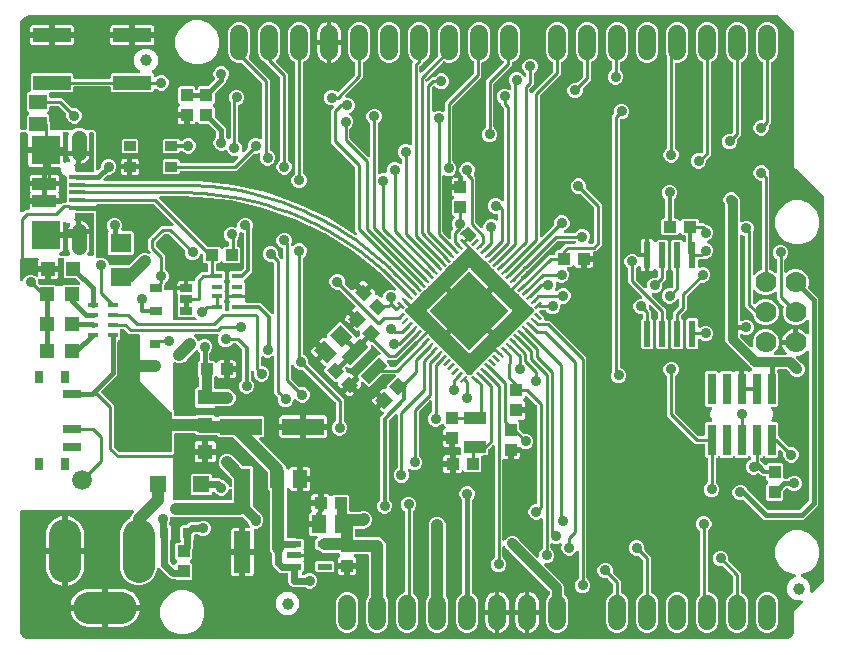
<source format=gbr>
G04 EAGLE Gerber RS-274X export*
G75*
%MOMM*%
%FSLAX34Y34*%
%LPD*%
%INTop Copper*%
%IPPOS*%
%AMOC8*
5,1,8,0,0,1.08239X$1,22.5*%
G01*
%ADD10C,1.778000*%
%ADD11C,1.500000*%
%ADD12R,1.240000X1.500000*%
%ADD13R,1.400000X3.556000*%
%ADD14R,3.556000X1.400000*%
%ADD15R,1.200000X1.200000*%
%ADD16R,1.400000X1.400000*%
%ADD17C,1.000000*%
%ADD18R,1.200000X0.550000*%
%ADD19R,1.300000X1.300000*%
%ADD20R,1.300000X3.600000*%
%ADD21R,1.075000X1.000000*%
%ADD22R,0.787400X0.889000*%
%ADD23R,1.000000X1.075000*%
%ADD24R,2.413000X2.413000*%
%ADD25C,1.308000*%
%ADD26R,1.350000X0.400000*%
%ADD27R,2.000000X1.000000*%
%ADD28R,1.803000X1.600000*%
%ADD29R,3.200000X1.200000*%
%ADD30R,1.500000X1.240000*%
%ADD31C,1.676400*%
%ADD32R,0.889000X0.787400*%
%ADD33R,0.990000X0.690000*%
%ADD34R,0.900000X0.450000*%
%ADD35R,0.760000X2.600000*%
%ADD36R,0.600000X2.200000*%
%ADD37R,1.000000X0.850000*%
%ADD38R,0.700000X0.220000*%
%ADD39R,4.700000X4.700000*%
%ADD40R,1.016000X2.200000*%
%ADD41R,1.900000X1.100000*%
%ADD42C,2.700000*%
%ADD43R,0.800000X1.000000*%
%ADD44R,1.500000X0.700000*%
%ADD45C,1.016000*%
%ADD46C,0.609600*%
%ADD47C,0.906400*%
%ADD48C,0.406400*%
%ADD49C,0.228600*%
%ADD50C,0.254000*%
%ADD51C,0.812800*%
%ADD52C,0.304800*%

G36*
X650420Y2543D02*
X650420Y2543D01*
X650524Y2547D01*
X651732Y2666D01*
X651836Y2689D01*
X651941Y2704D01*
X652021Y2732D01*
X652042Y2736D01*
X652056Y2744D01*
X652093Y2756D01*
X654325Y3681D01*
X654333Y3685D01*
X654342Y3688D01*
X654472Y3764D01*
X654601Y3838D01*
X654608Y3845D01*
X654616Y3849D01*
X654736Y3956D01*
X656444Y5664D01*
X656450Y5671D01*
X656457Y5677D01*
X656547Y5796D01*
X656639Y5915D01*
X656643Y5923D01*
X656649Y5931D01*
X656719Y6075D01*
X657644Y8307D01*
X657672Y8409D01*
X657708Y8509D01*
X657722Y8592D01*
X657728Y8613D01*
X657728Y8629D01*
X657734Y8668D01*
X657853Y9876D01*
X657853Y9895D01*
X657859Y10000D01*
X657859Y26452D01*
X659719Y28312D01*
X664729Y33323D01*
X664815Y33432D01*
X664903Y33539D01*
X664912Y33558D01*
X664924Y33574D01*
X664980Y33702D01*
X665039Y33827D01*
X665043Y33847D01*
X665051Y33866D01*
X665073Y34004D01*
X665099Y34140D01*
X665097Y34160D01*
X665101Y34180D01*
X665087Y34319D01*
X665079Y34457D01*
X665073Y34476D01*
X665071Y34496D01*
X665024Y34628D01*
X664981Y34759D01*
X664970Y34777D01*
X664963Y34796D01*
X664885Y34911D01*
X664811Y35028D01*
X664796Y35042D01*
X664785Y35059D01*
X664680Y35151D01*
X664579Y35246D01*
X664561Y35256D01*
X664546Y35269D01*
X664422Y35333D01*
X664301Y35400D01*
X664281Y35405D01*
X664263Y35414D01*
X664127Y35444D01*
X663993Y35479D01*
X663965Y35481D01*
X663953Y35484D01*
X663932Y35483D01*
X663832Y35489D01*
X658910Y35489D01*
X654269Y38169D01*
X651589Y42810D01*
X651589Y48170D01*
X654269Y52811D01*
X658564Y55291D01*
X658680Y55379D01*
X658798Y55464D01*
X658807Y55475D01*
X658817Y55483D01*
X658907Y55597D01*
X659001Y55709D01*
X659007Y55722D01*
X659015Y55732D01*
X659074Y55866D01*
X659136Y55997D01*
X659139Y56010D01*
X659144Y56023D01*
X659169Y56167D01*
X659196Y56310D01*
X659195Y56323D01*
X659198Y56336D01*
X659185Y56482D01*
X659176Y56627D01*
X659172Y56640D01*
X659171Y56653D01*
X659123Y56791D01*
X659078Y56929D01*
X659071Y56941D01*
X659067Y56954D01*
X658986Y57075D01*
X658908Y57198D01*
X658898Y57207D01*
X658891Y57219D01*
X658783Y57316D01*
X658677Y57416D01*
X658665Y57423D01*
X658655Y57432D01*
X658526Y57499D01*
X658398Y57570D01*
X658385Y57573D01*
X658373Y57579D01*
X658231Y57613D01*
X658090Y57649D01*
X658072Y57650D01*
X658063Y57652D01*
X658046Y57652D01*
X657929Y57659D01*
X656712Y57659D01*
X649898Y60482D01*
X644682Y65698D01*
X641859Y72512D01*
X641859Y79888D01*
X644682Y86702D01*
X649898Y91918D01*
X656712Y94741D01*
X664088Y94741D01*
X670902Y91918D01*
X676118Y86702D01*
X678941Y79888D01*
X678941Y72512D01*
X676118Y65698D01*
X670902Y60482D01*
X664385Y57782D01*
X664336Y57754D01*
X664283Y57735D01*
X664198Y57676D01*
X664108Y57625D01*
X664068Y57585D01*
X664022Y57553D01*
X663954Y57475D01*
X663880Y57403D01*
X663850Y57355D01*
X663814Y57313D01*
X663768Y57220D01*
X663714Y57132D01*
X663697Y57078D01*
X663672Y57028D01*
X663650Y56927D01*
X663620Y56828D01*
X663617Y56772D01*
X663606Y56717D01*
X663610Y56613D01*
X663605Y56511D01*
X663616Y56456D01*
X663619Y56399D01*
X663648Y56300D01*
X663669Y56199D01*
X663694Y56148D01*
X663710Y56094D01*
X663764Y56006D01*
X663809Y55913D01*
X663846Y55871D01*
X663875Y55822D01*
X663948Y55750D01*
X664015Y55671D01*
X664062Y55639D01*
X664102Y55599D01*
X664236Y55510D01*
X668911Y52811D01*
X671591Y48170D01*
X671591Y43248D01*
X671608Y43110D01*
X671621Y42972D01*
X671628Y42953D01*
X671631Y42933D01*
X671682Y42804D01*
X671729Y42672D01*
X671740Y42656D01*
X671748Y42637D01*
X671829Y42525D01*
X671907Y42409D01*
X671923Y42396D01*
X671934Y42380D01*
X672042Y42291D01*
X672146Y42199D01*
X672164Y42190D01*
X672179Y42177D01*
X672305Y42117D01*
X672429Y42054D01*
X672449Y42050D01*
X672467Y42041D01*
X672603Y42015D01*
X672739Y41985D01*
X672760Y41985D01*
X672779Y41981D01*
X672918Y41990D01*
X673057Y41994D01*
X673077Y42000D01*
X673097Y42001D01*
X673229Y42044D01*
X673363Y42083D01*
X673380Y42093D01*
X673399Y42099D01*
X673517Y42174D01*
X673637Y42244D01*
X673658Y42263D01*
X673668Y42269D01*
X673682Y42284D01*
X673757Y42351D01*
X682888Y51481D01*
X682948Y51559D01*
X683016Y51631D01*
X683045Y51684D01*
X683082Y51732D01*
X683122Y51823D01*
X683170Y51910D01*
X683185Y51968D01*
X683209Y52024D01*
X683224Y52122D01*
X683249Y52217D01*
X683255Y52318D01*
X683259Y52338D01*
X683257Y52350D01*
X683259Y52378D01*
X683259Y376882D01*
X683247Y376980D01*
X683244Y377079D01*
X683227Y377137D01*
X683219Y377197D01*
X683183Y377289D01*
X683155Y377385D01*
X683125Y377437D01*
X683102Y377493D01*
X683044Y377573D01*
X682994Y377659D01*
X682928Y377734D01*
X682916Y377750D01*
X682906Y377758D01*
X682888Y377779D01*
X659719Y400948D01*
X657859Y402808D01*
X657859Y516582D01*
X657847Y516680D01*
X657844Y516779D01*
X657832Y516820D01*
X657832Y516824D01*
X657827Y516840D01*
X657819Y516897D01*
X657783Y516989D01*
X657755Y517085D01*
X657737Y517115D01*
X657734Y517126D01*
X657720Y517148D01*
X657702Y517193D01*
X657644Y517273D01*
X657594Y517359D01*
X657569Y517387D01*
X657564Y517395D01*
X657552Y517406D01*
X657528Y517434D01*
X657516Y517450D01*
X657506Y517458D01*
X657488Y517479D01*
X644479Y530488D01*
X644401Y530548D01*
X644329Y530616D01*
X644276Y530645D01*
X644228Y530682D01*
X644137Y530722D01*
X644050Y530770D01*
X643992Y530785D01*
X643936Y530809D01*
X643838Y530824D01*
X643743Y530849D01*
X643643Y530855D01*
X643622Y530859D01*
X643610Y530857D01*
X643582Y530859D01*
X10000Y530859D01*
X9980Y530857D01*
X9876Y530853D01*
X8668Y530734D01*
X8564Y530711D01*
X8459Y530696D01*
X8379Y530668D01*
X8358Y530664D01*
X8344Y530656D01*
X8307Y530644D01*
X6075Y529719D01*
X6067Y529715D01*
X6058Y529712D01*
X5928Y529636D01*
X5799Y529562D01*
X5792Y529555D01*
X5784Y529551D01*
X5664Y529444D01*
X3956Y527736D01*
X3950Y527729D01*
X3943Y527723D01*
X3853Y527604D01*
X3761Y527485D01*
X3757Y527477D01*
X3751Y527469D01*
X3681Y527325D01*
X2756Y525093D01*
X2728Y524991D01*
X2692Y524891D01*
X2678Y524808D01*
X2672Y524787D01*
X2672Y524771D01*
X2666Y524732D01*
X2547Y523524D01*
X2547Y523505D01*
X2541Y523400D01*
X2541Y435356D01*
X2556Y435238D01*
X2563Y435119D01*
X2576Y435081D01*
X2581Y435040D01*
X2624Y434930D01*
X2661Y434817D01*
X2683Y434782D01*
X2698Y434745D01*
X2767Y434649D01*
X2831Y434548D01*
X2861Y434520D01*
X2884Y434487D01*
X2976Y434411D01*
X3063Y434330D01*
X3098Y434310D01*
X3129Y434285D01*
X3237Y434234D01*
X3341Y434176D01*
X3381Y434166D01*
X3417Y434149D01*
X3534Y434127D01*
X3649Y434097D01*
X3709Y434093D01*
X3729Y434089D01*
X3750Y434091D01*
X3810Y434087D01*
X6978Y434087D01*
X7096Y434102D01*
X7215Y434109D01*
X7253Y434122D01*
X7294Y434127D01*
X7404Y434170D01*
X7517Y434207D01*
X7552Y434229D01*
X7589Y434244D01*
X7685Y434313D01*
X7786Y434377D01*
X7814Y434407D01*
X7847Y434430D01*
X7923Y434522D01*
X8004Y434609D01*
X8024Y434644D01*
X8049Y434675D01*
X8100Y434783D01*
X8158Y434887D01*
X8168Y434927D01*
X8185Y434963D01*
X8207Y435080D01*
X8237Y435195D01*
X8241Y435255D01*
X8245Y435275D01*
X8243Y435296D01*
X8247Y435356D01*
X8247Y445852D01*
X9808Y447412D01*
X9881Y447507D01*
X9960Y447596D01*
X9978Y447632D01*
X10003Y447664D01*
X10050Y447773D01*
X10104Y447879D01*
X10113Y447918D01*
X10129Y447956D01*
X10148Y448073D01*
X10174Y448189D01*
X10173Y448230D01*
X10179Y448270D01*
X10168Y448388D01*
X10164Y448507D01*
X10153Y448546D01*
X10149Y448586D01*
X10109Y448699D01*
X10076Y448813D01*
X10055Y448847D01*
X10042Y448886D01*
X9975Y448984D01*
X9914Y449087D01*
X9874Y449132D01*
X9863Y449149D01*
X9848Y449162D01*
X9808Y449207D01*
X8247Y450768D01*
X8247Y464852D01*
X9438Y466043D01*
X10198Y466043D01*
X10316Y466058D01*
X10435Y466065D01*
X10473Y466078D01*
X10514Y466083D01*
X10624Y466126D01*
X10737Y466163D01*
X10772Y466185D01*
X10809Y466200D01*
X10905Y466269D01*
X11006Y466333D01*
X11034Y466363D01*
X11067Y466386D01*
X11143Y466478D01*
X11224Y466565D01*
X11244Y466600D01*
X11269Y466631D01*
X11320Y466739D01*
X11378Y466843D01*
X11388Y466883D01*
X11405Y466919D01*
X11427Y467036D01*
X11457Y467151D01*
X11461Y467211D01*
X11465Y467231D01*
X11463Y467252D01*
X11467Y467312D01*
X11467Y480872D01*
X12658Y482063D01*
X46342Y482063D01*
X47533Y480872D01*
X47533Y478602D01*
X47548Y478484D01*
X47555Y478365D01*
X47568Y478327D01*
X47573Y478286D01*
X47616Y478176D01*
X47653Y478063D01*
X47675Y478028D01*
X47690Y477991D01*
X47759Y477895D01*
X47823Y477794D01*
X47853Y477766D01*
X47876Y477733D01*
X47968Y477657D01*
X48055Y477576D01*
X48090Y477556D01*
X48121Y477531D01*
X48229Y477480D01*
X48333Y477422D01*
X48373Y477412D01*
X48409Y477395D01*
X48526Y477373D01*
X48641Y477343D01*
X48701Y477339D01*
X48721Y477335D01*
X48742Y477337D01*
X48802Y477333D01*
X78198Y477333D01*
X78316Y477348D01*
X78435Y477355D01*
X78473Y477368D01*
X78514Y477373D01*
X78624Y477416D01*
X78737Y477453D01*
X78772Y477475D01*
X78809Y477490D01*
X78905Y477559D01*
X79006Y477623D01*
X79034Y477653D01*
X79067Y477676D01*
X79143Y477768D01*
X79224Y477855D01*
X79244Y477890D01*
X79269Y477921D01*
X79320Y478029D01*
X79378Y478133D01*
X79388Y478173D01*
X79405Y478209D01*
X79427Y478326D01*
X79457Y478441D01*
X79461Y478501D01*
X79465Y478521D01*
X79463Y478542D01*
X79467Y478602D01*
X79467Y480872D01*
X80658Y482063D01*
X103010Y482063D01*
X103154Y482081D01*
X103299Y482096D01*
X103312Y482101D01*
X103325Y482103D01*
X103461Y482156D01*
X103597Y482207D01*
X103609Y482215D01*
X103621Y482220D01*
X103739Y482305D01*
X103859Y482388D01*
X103867Y482398D01*
X103878Y482406D01*
X103971Y482519D01*
X104067Y482629D01*
X104073Y482641D01*
X104081Y482651D01*
X104143Y482782D01*
X104208Y482914D01*
X104211Y482927D01*
X104217Y482939D01*
X104244Y483081D01*
X104275Y483225D01*
X104274Y483238D01*
X104277Y483251D01*
X104268Y483396D01*
X104262Y483542D01*
X104258Y483555D01*
X104257Y483569D01*
X104212Y483707D01*
X104170Y483847D01*
X104163Y483859D01*
X104159Y483871D01*
X104081Y483995D01*
X104005Y484119D01*
X103996Y484129D01*
X103989Y484140D01*
X103882Y484240D01*
X103779Y484342D01*
X103763Y484352D01*
X103757Y484358D01*
X103742Y484366D01*
X103644Y484431D01*
X101899Y485439D01*
X99219Y490080D01*
X99219Y495440D01*
X101899Y500081D01*
X106540Y502761D01*
X111900Y502761D01*
X116541Y500081D01*
X119221Y495440D01*
X119221Y490080D01*
X116541Y485439D01*
X114439Y484225D01*
X114339Y484149D01*
X114235Y484079D01*
X114213Y484053D01*
X114186Y484033D01*
X114107Y483934D01*
X114024Y483840D01*
X114009Y483810D01*
X113988Y483784D01*
X113937Y483669D01*
X113880Y483557D01*
X113872Y483524D01*
X113859Y483493D01*
X113838Y483369D01*
X113810Y483247D01*
X113811Y483213D01*
X113805Y483180D01*
X113816Y483054D01*
X113820Y482929D01*
X113829Y482896D01*
X113832Y482863D01*
X113873Y482744D01*
X113908Y482623D01*
X113925Y482594D01*
X113936Y482562D01*
X114006Y482457D01*
X114070Y482349D01*
X114102Y482313D01*
X114112Y482297D01*
X114128Y482283D01*
X114176Y482229D01*
X115533Y480872D01*
X115533Y479671D01*
X115550Y479533D01*
X115563Y479395D01*
X115570Y479376D01*
X115573Y479355D01*
X115624Y479226D01*
X115671Y479095D01*
X115682Y479078D01*
X115690Y479060D01*
X115771Y478947D01*
X115849Y478832D01*
X115865Y478819D01*
X115876Y478802D01*
X115984Y478714D01*
X116088Y478622D01*
X116106Y478612D01*
X116121Y478600D01*
X116247Y478540D01*
X116371Y478477D01*
X116391Y478473D01*
X116409Y478464D01*
X116546Y478438D01*
X116681Y478407D01*
X116702Y478408D01*
X116721Y478404D01*
X116860Y478413D01*
X116999Y478417D01*
X117019Y478423D01*
X117039Y478424D01*
X117171Y478467D01*
X117305Y478505D01*
X117322Y478516D01*
X117341Y478522D01*
X117459Y478596D01*
X117579Y478667D01*
X117600Y478686D01*
X117610Y478692D01*
X117624Y478707D01*
X117700Y478773D01*
X118201Y479275D01*
X120614Y480275D01*
X123226Y480275D01*
X125639Y479275D01*
X127485Y477429D01*
X128485Y475016D01*
X128485Y472404D01*
X127485Y469991D01*
X125639Y468145D01*
X123226Y467145D01*
X120614Y467145D01*
X118201Y468145D01*
X117700Y468647D01*
X117590Y468732D01*
X117483Y468820D01*
X117464Y468829D01*
X117448Y468842D01*
X117320Y468897D01*
X117195Y468956D01*
X117175Y468960D01*
X117156Y468968D01*
X117018Y468990D01*
X116882Y469016D01*
X116862Y469015D01*
X116842Y469018D01*
X116703Y469005D01*
X116565Y468996D01*
X116546Y468990D01*
X116526Y468988D01*
X116395Y468941D01*
X116263Y468898D01*
X116245Y468887D01*
X116226Y468880D01*
X116112Y468802D01*
X115994Y468728D01*
X115980Y468713D01*
X115963Y468702D01*
X115871Y468598D01*
X115776Y468496D01*
X115766Y468478D01*
X115753Y468463D01*
X115690Y468340D01*
X115622Y468218D01*
X115617Y468198D01*
X115608Y468180D01*
X115578Y468044D01*
X115543Y467910D01*
X115541Y467882D01*
X115538Y467870D01*
X115539Y467849D01*
X115533Y467749D01*
X115533Y467188D01*
X114342Y465997D01*
X80658Y465997D01*
X79467Y467188D01*
X79467Y469458D01*
X79452Y469576D01*
X79445Y469695D01*
X79432Y469733D01*
X79427Y469774D01*
X79384Y469884D01*
X79347Y469997D01*
X79325Y470032D01*
X79310Y470069D01*
X79241Y470165D01*
X79177Y470266D01*
X79147Y470294D01*
X79124Y470327D01*
X79032Y470403D01*
X78945Y470484D01*
X78910Y470504D01*
X78879Y470529D01*
X78771Y470580D01*
X78667Y470638D01*
X78627Y470648D01*
X78591Y470665D01*
X78474Y470687D01*
X78359Y470717D01*
X78299Y470721D01*
X78279Y470725D01*
X78258Y470723D01*
X78198Y470727D01*
X48802Y470727D01*
X48684Y470712D01*
X48565Y470705D01*
X48527Y470692D01*
X48486Y470687D01*
X48376Y470644D01*
X48263Y470607D01*
X48228Y470585D01*
X48191Y470570D01*
X48095Y470501D01*
X47994Y470437D01*
X47966Y470407D01*
X47933Y470384D01*
X47857Y470292D01*
X47776Y470205D01*
X47756Y470170D01*
X47731Y470139D01*
X47680Y470031D01*
X47622Y469927D01*
X47612Y469887D01*
X47595Y469851D01*
X47573Y469734D01*
X47543Y469619D01*
X47539Y469559D01*
X47535Y469539D01*
X47537Y469518D01*
X47533Y469458D01*
X47533Y467188D01*
X46342Y465997D01*
X28582Y465997D01*
X28464Y465982D01*
X28345Y465975D01*
X28307Y465962D01*
X28266Y465957D01*
X28156Y465914D01*
X28043Y465877D01*
X28008Y465855D01*
X27971Y465840D01*
X27875Y465771D01*
X27774Y465707D01*
X27746Y465677D01*
X27713Y465654D01*
X27637Y465562D01*
X27556Y465475D01*
X27536Y465440D01*
X27511Y465409D01*
X27460Y465301D01*
X27402Y465197D01*
X27392Y465157D01*
X27375Y465121D01*
X27353Y465004D01*
X27323Y464889D01*
X27319Y464829D01*
X27315Y464809D01*
X27317Y464788D01*
X27313Y464728D01*
X27313Y462382D01*
X27328Y462264D01*
X27335Y462145D01*
X27348Y462107D01*
X27353Y462066D01*
X27396Y461956D01*
X27433Y461843D01*
X27455Y461808D01*
X27470Y461771D01*
X27539Y461675D01*
X27603Y461574D01*
X27633Y461546D01*
X27656Y461513D01*
X27748Y461437D01*
X27835Y461356D01*
X27870Y461336D01*
X27901Y461311D01*
X28009Y461260D01*
X28113Y461202D01*
X28153Y461192D01*
X28189Y461175D01*
X28306Y461153D01*
X28421Y461123D01*
X28481Y461119D01*
X28501Y461115D01*
X28522Y461117D01*
X28582Y461113D01*
X37588Y461113D01*
X45994Y452706D01*
X46073Y452646D01*
X46145Y452578D01*
X46198Y452549D01*
X46246Y452512D01*
X46337Y452472D01*
X46423Y452424D01*
X46482Y452409D01*
X46537Y452385D01*
X46635Y452370D01*
X46731Y452345D01*
X46831Y452339D01*
X46852Y452335D01*
X46864Y452337D01*
X46892Y452335D01*
X49566Y452335D01*
X51979Y451335D01*
X53825Y449489D01*
X54825Y447076D01*
X54825Y444464D01*
X53825Y442051D01*
X51979Y440205D01*
X49566Y439205D01*
X46954Y439205D01*
X44541Y440205D01*
X42695Y442051D01*
X41695Y444464D01*
X41695Y447138D01*
X41683Y447236D01*
X41680Y447335D01*
X41663Y447394D01*
X41655Y447454D01*
X41619Y447546D01*
X41591Y447641D01*
X41561Y447693D01*
X41538Y447749D01*
X41480Y447829D01*
X41430Y447915D01*
X41364Y447990D01*
X41352Y448007D01*
X41342Y448015D01*
X41324Y448036D01*
X35224Y454136D01*
X35145Y454196D01*
X35073Y454264D01*
X35020Y454293D01*
X34972Y454330D01*
X34881Y454370D01*
X34795Y454418D01*
X34736Y454433D01*
X34681Y454457D01*
X34583Y454472D01*
X34487Y454497D01*
X34387Y454503D01*
X34366Y454507D01*
X34354Y454505D01*
X34326Y454507D01*
X28582Y454507D01*
X28464Y454492D01*
X28345Y454485D01*
X28307Y454472D01*
X28266Y454467D01*
X28156Y454424D01*
X28043Y454387D01*
X28008Y454365D01*
X27971Y454350D01*
X27875Y454281D01*
X27774Y454217D01*
X27746Y454187D01*
X27713Y454164D01*
X27637Y454072D01*
X27556Y453985D01*
X27536Y453950D01*
X27511Y453919D01*
X27460Y453811D01*
X27402Y453707D01*
X27392Y453667D01*
X27375Y453631D01*
X27353Y453514D01*
X27323Y453399D01*
X27319Y453339D01*
X27315Y453319D01*
X27317Y453298D01*
X27313Y453238D01*
X27313Y450768D01*
X25752Y449207D01*
X25679Y449113D01*
X25600Y449024D01*
X25582Y448988D01*
X25557Y448956D01*
X25510Y448847D01*
X25456Y448741D01*
X25447Y448702D01*
X25431Y448664D01*
X25412Y448547D01*
X25386Y448431D01*
X25387Y448390D01*
X25381Y448350D01*
X25392Y448232D01*
X25396Y448113D01*
X25407Y448074D01*
X25411Y448034D01*
X25451Y447922D01*
X25484Y447807D01*
X25505Y447772D01*
X25518Y447734D01*
X25585Y447636D01*
X25646Y447533D01*
X25686Y447488D01*
X25697Y447471D01*
X25712Y447458D01*
X25752Y447412D01*
X27313Y445852D01*
X27313Y440874D01*
X27325Y440776D01*
X27328Y440677D01*
X27345Y440618D01*
X27353Y440558D01*
X27389Y440466D01*
X27417Y440371D01*
X27447Y440319D01*
X27470Y440263D01*
X27483Y440245D01*
X27483Y435356D01*
X27498Y435238D01*
X27505Y435119D01*
X27518Y435081D01*
X27523Y435040D01*
X27566Y434930D01*
X27603Y434817D01*
X27625Y434782D01*
X27640Y434745D01*
X27709Y434649D01*
X27773Y434548D01*
X27803Y434520D01*
X27826Y434487D01*
X27918Y434411D01*
X28005Y434330D01*
X28040Y434310D01*
X28071Y434285D01*
X28179Y434234D01*
X28283Y434176D01*
X28323Y434166D01*
X28359Y434149D01*
X28476Y434127D01*
X28591Y434097D01*
X28651Y434093D01*
X28671Y434089D01*
X28692Y434091D01*
X28752Y434087D01*
X46537Y434087D01*
X46635Y434099D01*
X46735Y434102D01*
X46793Y434119D01*
X46853Y434127D01*
X46945Y434163D01*
X47040Y434191D01*
X47092Y434221D01*
X47149Y434244D01*
X47229Y434302D01*
X47265Y434323D01*
X50475Y435653D01*
X53885Y435653D01*
X57073Y434332D01*
X57076Y434330D01*
X57129Y434301D01*
X57176Y434264D01*
X57267Y434224D01*
X57354Y434176D01*
X57413Y434161D01*
X57468Y434137D01*
X57566Y434122D01*
X57662Y434097D01*
X57762Y434091D01*
X57782Y434087D01*
X57795Y434089D01*
X57823Y434087D01*
X64973Y434087D01*
X67057Y432003D01*
X67057Y400989D01*
X67074Y400851D01*
X67087Y400713D01*
X67094Y400694D01*
X67097Y400674D01*
X67148Y400545D01*
X67195Y400414D01*
X67206Y400397D01*
X67214Y400378D01*
X67295Y400266D01*
X67373Y400151D01*
X67389Y400137D01*
X67400Y400121D01*
X67508Y400032D01*
X67612Y399940D01*
X67630Y399931D01*
X67645Y399918D01*
X67771Y399859D01*
X67895Y399796D01*
X67915Y399791D01*
X67933Y399782D01*
X68070Y399756D01*
X68205Y399726D01*
X68226Y399726D01*
X68245Y399723D01*
X68384Y399731D01*
X68523Y399736D01*
X68543Y399741D01*
X68563Y399742D01*
X68695Y399785D01*
X68829Y399824D01*
X68846Y399834D01*
X68865Y399840D01*
X68983Y399915D01*
X69103Y399985D01*
X69124Y400004D01*
X69134Y400011D01*
X69148Y400026D01*
X69223Y400092D01*
X70534Y401402D01*
X70594Y401480D01*
X70662Y401552D01*
X70691Y401605D01*
X70728Y401653D01*
X70768Y401744D01*
X70816Y401831D01*
X70831Y401889D01*
X70855Y401945D01*
X70870Y402043D01*
X70895Y402139D01*
X70901Y402239D01*
X70905Y402259D01*
X70903Y402271D01*
X70905Y402299D01*
X70905Y403896D01*
X71905Y406309D01*
X73751Y408155D01*
X76164Y409155D01*
X78776Y409155D01*
X81189Y408155D01*
X83035Y406309D01*
X84035Y403896D01*
X84035Y401284D01*
X83035Y398871D01*
X81189Y397025D01*
X78776Y396025D01*
X77179Y396025D01*
X77081Y396013D01*
X76982Y396010D01*
X76924Y395993D01*
X76864Y395985D01*
X76772Y395949D01*
X76677Y395921D01*
X76625Y395891D01*
X76568Y395868D01*
X76488Y395810D01*
X76403Y395760D01*
X76327Y395694D01*
X76311Y395682D01*
X76303Y395672D01*
X76297Y395667D01*
X76294Y395665D01*
X76292Y395663D01*
X76282Y395654D01*
X73471Y392842D01*
X73386Y392733D01*
X73297Y392626D01*
X73288Y392607D01*
X73276Y392591D01*
X73220Y392463D01*
X73161Y392338D01*
X73158Y392318D01*
X73150Y392299D01*
X73128Y392161D01*
X73102Y392025D01*
X73103Y392005D01*
X73100Y391985D01*
X73113Y391846D01*
X73121Y391708D01*
X73128Y391689D01*
X73130Y391669D01*
X73177Y391537D01*
X73219Y391406D01*
X73230Y391388D01*
X73237Y391369D01*
X73315Y391254D01*
X73390Y391137D01*
X73404Y391123D01*
X73416Y391106D01*
X73520Y391014D01*
X73621Y390919D01*
X73639Y390909D01*
X73654Y390896D01*
X73778Y390832D01*
X73900Y390765D01*
X73919Y390760D01*
X73937Y390751D01*
X74073Y390721D01*
X74208Y390686D01*
X74236Y390684D01*
X74248Y390681D01*
X74268Y390682D01*
X74368Y390676D01*
X153905Y390676D01*
X182608Y387442D01*
X210770Y381014D01*
X238034Y371474D01*
X264059Y358941D01*
X286142Y345065D01*
X286158Y345058D01*
X286171Y345047D01*
X286302Y344991D01*
X286431Y344931D01*
X286448Y344928D01*
X286463Y344921D01*
X286604Y344898D01*
X286743Y344873D01*
X286760Y344874D01*
X286777Y344871D01*
X286920Y344884D01*
X287061Y344894D01*
X287077Y344899D01*
X287094Y344901D01*
X287228Y344949D01*
X287363Y344993D01*
X287377Y345003D01*
X287393Y345008D01*
X287511Y345088D01*
X287631Y345165D01*
X287642Y345177D01*
X287656Y345187D01*
X287750Y345293D01*
X287847Y345397D01*
X287856Y345413D01*
X287867Y345425D01*
X287931Y345552D01*
X287999Y345677D01*
X288004Y345693D01*
X288011Y345709D01*
X288043Y345847D01*
X288077Y345985D01*
X288077Y346002D01*
X288081Y346019D01*
X288077Y346161D01*
X288076Y346303D01*
X288072Y346320D01*
X288071Y346337D01*
X288032Y346474D01*
X287996Y346611D01*
X287988Y346626D01*
X287983Y346642D01*
X287911Y346765D01*
X287842Y346889D01*
X287830Y346902D01*
X287822Y346916D01*
X287715Y347037D01*
X286384Y348368D01*
X286384Y402019D01*
X286372Y402117D01*
X286369Y402216D01*
X286352Y402274D01*
X286344Y402334D01*
X286308Y402426D01*
X286280Y402522D01*
X286250Y402574D01*
X286227Y402630D01*
X286169Y402710D01*
X286119Y402795D01*
X286053Y402871D01*
X286041Y402887D01*
X286031Y402895D01*
X286013Y402916D01*
X266064Y422865D01*
X266064Y450895D01*
X267701Y452533D01*
X267787Y452642D01*
X267875Y452749D01*
X267884Y452768D01*
X267896Y452784D01*
X267952Y452912D01*
X268011Y453037D01*
X268015Y453057D01*
X268023Y453076D01*
X268045Y453214D01*
X268071Y453350D01*
X268069Y453370D01*
X268073Y453390D01*
X268059Y453529D01*
X268051Y453667D01*
X268045Y453686D01*
X268043Y453706D01*
X267996Y453838D01*
X267953Y453969D01*
X267942Y453987D01*
X267935Y454006D01*
X267857Y454121D01*
X267783Y454238D01*
X267768Y454252D01*
X267757Y454269D01*
X267652Y454361D01*
X267551Y454456D01*
X267533Y454466D01*
X267518Y454479D01*
X267394Y454543D01*
X267273Y454610D01*
X267253Y454615D01*
X267235Y454624D01*
X267099Y454654D01*
X266965Y454689D01*
X266937Y454691D01*
X266925Y454694D01*
X266904Y454693D01*
X266804Y454699D01*
X265140Y454699D01*
X262727Y455699D01*
X260881Y457545D01*
X259881Y459958D01*
X259881Y462570D01*
X260881Y464983D01*
X262727Y466829D01*
X265140Y467829D01*
X267752Y467829D01*
X270165Y466829D01*
X270485Y466509D01*
X270579Y466436D01*
X270668Y466357D01*
X270704Y466339D01*
X270736Y466314D01*
X270846Y466267D01*
X270951Y466213D01*
X270991Y466204D01*
X271028Y466188D01*
X271146Y466169D01*
X271262Y466143D01*
X271302Y466144D01*
X271342Y466138D01*
X271461Y466149D01*
X271580Y466153D01*
X271618Y466164D01*
X271659Y466168D01*
X271771Y466208D01*
X271885Y466241D01*
X271920Y466262D01*
X271958Y466275D01*
X272057Y466342D01*
X272159Y466403D01*
X272204Y466442D01*
X272221Y466454D01*
X272235Y466469D01*
X272280Y466509D01*
X286013Y480242D01*
X286073Y480320D01*
X286141Y480392D01*
X286170Y480445D01*
X286207Y480493D01*
X286247Y480584D01*
X286295Y480671D01*
X286310Y480729D01*
X286334Y480785D01*
X286349Y480883D01*
X286374Y480978D01*
X286380Y481079D01*
X286384Y481099D01*
X286382Y481111D01*
X286384Y481139D01*
X286384Y490649D01*
X286381Y490678D01*
X286383Y490708D01*
X286361Y490836D01*
X286344Y490965D01*
X286334Y490992D01*
X286329Y491021D01*
X286275Y491140D01*
X286227Y491260D01*
X286210Y491284D01*
X286198Y491311D01*
X286117Y491413D01*
X286041Y491518D01*
X286018Y491537D01*
X285999Y491560D01*
X285896Y491638D01*
X285796Y491721D01*
X285769Y491733D01*
X285745Y491751D01*
X285601Y491822D01*
X284160Y492419D01*
X281479Y495100D01*
X280027Y498604D01*
X280027Y517396D01*
X281479Y520900D01*
X284160Y523581D01*
X287664Y525033D01*
X291456Y525033D01*
X294960Y523581D01*
X297641Y520900D01*
X299093Y517396D01*
X299093Y498604D01*
X297641Y495100D01*
X294960Y492419D01*
X293519Y491822D01*
X293494Y491807D01*
X293466Y491798D01*
X293356Y491729D01*
X293243Y491664D01*
X293222Y491644D01*
X293197Y491628D01*
X293108Y491533D01*
X293015Y491443D01*
X292999Y491418D01*
X292979Y491396D01*
X292916Y491282D01*
X292848Y491172D01*
X292840Y491144D01*
X292825Y491118D01*
X292793Y490992D01*
X292755Y490868D01*
X292753Y490838D01*
X292746Y490810D01*
X292736Y490649D01*
X292736Y477983D01*
X290504Y475751D01*
X278145Y463391D01*
X278059Y463282D01*
X277971Y463175D01*
X277962Y463156D01*
X277950Y463140D01*
X277894Y463012D01*
X277835Y462887D01*
X277831Y462867D01*
X277823Y462848D01*
X277801Y462710D01*
X277775Y462574D01*
X277777Y462554D01*
X277773Y462534D01*
X277787Y462395D01*
X277795Y462257D01*
X277801Y462238D01*
X277803Y462218D01*
X277850Y462086D01*
X277893Y461955D01*
X277904Y461937D01*
X277911Y461918D01*
X277989Y461803D01*
X278063Y461686D01*
X278078Y461672D01*
X278089Y461655D01*
X278194Y461563D01*
X278295Y461468D01*
X278313Y461458D01*
X278328Y461445D01*
X278452Y461381D01*
X278573Y461314D01*
X278593Y461309D01*
X278611Y461300D01*
X278747Y461270D01*
X278881Y461235D01*
X278909Y461233D01*
X278921Y461230D01*
X278942Y461231D01*
X279042Y461225D01*
X280706Y461225D01*
X283119Y460225D01*
X284965Y458379D01*
X285965Y455966D01*
X285965Y453354D01*
X284965Y450941D01*
X283119Y449095D01*
X281887Y448585D01*
X281766Y448516D01*
X281644Y448451D01*
X281629Y448437D01*
X281611Y448427D01*
X281511Y448330D01*
X281408Y448237D01*
X281397Y448220D01*
X281383Y448206D01*
X281310Y448087D01*
X281233Y447971D01*
X281227Y447952D01*
X281216Y447935D01*
X281175Y447802D01*
X281130Y447670D01*
X281129Y447650D01*
X281123Y447631D01*
X281116Y447492D01*
X281105Y447353D01*
X281108Y447333D01*
X281107Y447313D01*
X281136Y447177D01*
X281159Y447040D01*
X281168Y447021D01*
X281172Y447002D01*
X281233Y446877D01*
X281290Y446750D01*
X281303Y446734D01*
X281312Y446716D01*
X281402Y446610D01*
X281489Y446502D01*
X281505Y446489D01*
X281518Y446474D01*
X281632Y446394D01*
X281743Y446310D01*
X281768Y446298D01*
X281778Y446291D01*
X281797Y446284D01*
X281843Y446261D01*
X283695Y444409D01*
X284695Y441996D01*
X284695Y439384D01*
X283695Y436971D01*
X281677Y434954D01*
X281617Y434875D01*
X281549Y434803D01*
X281520Y434750D01*
X281483Y434702D01*
X281443Y434611D01*
X281395Y434525D01*
X281380Y434466D01*
X281356Y434410D01*
X281341Y434312D01*
X281316Y434217D01*
X281310Y434117D01*
X281306Y434096D01*
X281308Y434084D01*
X281306Y434056D01*
X281306Y427291D01*
X281318Y427193D01*
X281321Y427094D01*
X281338Y427036D01*
X281346Y426976D01*
X281382Y426884D01*
X281410Y426788D01*
X281440Y426736D01*
X281463Y426680D01*
X281521Y426600D01*
X281571Y426515D01*
X281637Y426439D01*
X281649Y426423D01*
X281659Y426415D01*
X281677Y426394D01*
X296918Y411154D01*
X297027Y411068D01*
X297134Y410980D01*
X297153Y410971D01*
X297169Y410959D01*
X297297Y410903D01*
X297422Y410844D01*
X297442Y410840D01*
X297461Y410832D01*
X297599Y410810D01*
X297735Y410784D01*
X297755Y410786D01*
X297775Y410782D01*
X297914Y410796D01*
X298052Y410804D01*
X298071Y410810D01*
X298091Y410812D01*
X298223Y410859D01*
X298354Y410902D01*
X298372Y410913D01*
X298391Y410920D01*
X298506Y410998D01*
X298623Y411072D01*
X298637Y411087D01*
X298654Y411098D01*
X298746Y411203D01*
X298841Y411304D01*
X298851Y411322D01*
X298864Y411337D01*
X298928Y411461D01*
X298995Y411582D01*
X299000Y411602D01*
X299009Y411620D01*
X299039Y411756D01*
X299074Y411890D01*
X299076Y411918D01*
X299079Y411930D01*
X299078Y411951D01*
X299084Y412051D01*
X299084Y438628D01*
X299072Y438726D01*
X299069Y438825D01*
X299052Y438883D01*
X299044Y438944D01*
X299008Y439036D01*
X298980Y439131D01*
X298950Y439183D01*
X298927Y439239D01*
X298869Y439319D01*
X298819Y439405D01*
X298753Y439480D01*
X298741Y439497D01*
X298731Y439504D01*
X298713Y439526D01*
X296695Y441543D01*
X295695Y443956D01*
X295695Y446568D01*
X296695Y448981D01*
X298541Y450827D01*
X300954Y451827D01*
X303566Y451827D01*
X305979Y450827D01*
X307825Y448981D01*
X308825Y446568D01*
X308825Y443956D01*
X307825Y441543D01*
X305807Y439526D01*
X305747Y439447D01*
X305679Y439375D01*
X305650Y439322D01*
X305613Y439274D01*
X305573Y439183D01*
X305525Y439097D01*
X305510Y439038D01*
X305486Y438982D01*
X305471Y438884D01*
X305446Y438789D01*
X305440Y438689D01*
X305436Y438668D01*
X305438Y438656D01*
X305436Y438628D01*
X305436Y397965D01*
X305442Y397916D01*
X305440Y397866D01*
X305462Y397759D01*
X305476Y397650D01*
X305494Y397603D01*
X305504Y397555D01*
X305552Y397456D01*
X305593Y397354D01*
X305622Y397314D01*
X305644Y397269D01*
X305715Y397186D01*
X305779Y397097D01*
X305818Y397065D01*
X305850Y397027D01*
X305940Y396964D01*
X306024Y396894D01*
X306069Y396873D01*
X306110Y396844D01*
X306213Y396805D01*
X306312Y396758D01*
X306361Y396749D01*
X306407Y396731D01*
X306517Y396719D01*
X306624Y396698D01*
X306674Y396701D01*
X306723Y396696D01*
X306832Y396711D01*
X306942Y396718D01*
X306989Y396733D01*
X307038Y396740D01*
X307191Y396792D01*
X308828Y397471D01*
X311692Y397471D01*
X311745Y397477D01*
X311836Y397476D01*
X311885Y397488D01*
X311935Y397491D01*
X311989Y397508D01*
X312008Y397511D01*
X312048Y397527D01*
X312145Y397550D01*
X312190Y397573D01*
X312237Y397589D01*
X312291Y397623D01*
X312304Y397628D01*
X312332Y397649D01*
X312426Y397698D01*
X312464Y397732D01*
X312506Y397759D01*
X312553Y397809D01*
X312561Y397814D01*
X312579Y397836D01*
X312581Y397839D01*
X312662Y397912D01*
X312690Y397954D01*
X312724Y397990D01*
X312759Y398054D01*
X312764Y398059D01*
X312773Y398079D01*
X312777Y398086D01*
X312837Y398177D01*
X312853Y398225D01*
X312878Y398269D01*
X312896Y398340D01*
X312899Y398347D01*
X312903Y398369D01*
X312905Y398375D01*
X312940Y398478D01*
X312944Y398528D01*
X312957Y398577D01*
X312967Y398738D01*
X312967Y401356D01*
X313967Y403769D01*
X315813Y405615D01*
X318226Y406615D01*
X320838Y406615D01*
X323251Y405615D01*
X323587Y405278D01*
X323697Y405193D01*
X323804Y405105D01*
X323823Y405096D01*
X323839Y405083D01*
X323967Y405028D01*
X324092Y404969D01*
X324112Y404965D01*
X324131Y404957D01*
X324269Y404935D01*
X324405Y404909D01*
X324425Y404910D01*
X324445Y404907D01*
X324584Y404920D01*
X324722Y404929D01*
X324741Y404935D01*
X324761Y404937D01*
X324892Y404984D01*
X325024Y405027D01*
X325042Y405038D01*
X325061Y405045D01*
X325175Y405123D01*
X325293Y405197D01*
X325307Y405212D01*
X325324Y405223D01*
X325416Y405327D01*
X325511Y405429D01*
X325521Y405447D01*
X325534Y405462D01*
X325597Y405586D01*
X325665Y405707D01*
X325670Y405727D01*
X325679Y405745D01*
X325709Y405881D01*
X325744Y406015D01*
X325746Y406043D01*
X325749Y406055D01*
X325748Y406076D01*
X325754Y406176D01*
X325754Y408656D01*
X325742Y408754D01*
X325739Y408853D01*
X325722Y408911D01*
X325714Y408972D01*
X325678Y409064D01*
X325650Y409159D01*
X325620Y409211D01*
X325597Y409267D01*
X325539Y409347D01*
X325489Y409433D01*
X325423Y409508D01*
X325411Y409525D01*
X325401Y409532D01*
X325383Y409554D01*
X323365Y411571D01*
X322365Y413984D01*
X322365Y416596D01*
X323365Y419009D01*
X325211Y420855D01*
X327624Y421855D01*
X330236Y421855D01*
X332381Y420966D01*
X332429Y420953D01*
X332474Y420932D01*
X332582Y420911D01*
X332688Y420882D01*
X332738Y420881D01*
X332787Y420872D01*
X332896Y420879D01*
X333006Y420877D01*
X333054Y420889D01*
X333104Y420892D01*
X333208Y420926D01*
X333315Y420951D01*
X333359Y420974D01*
X333406Y420990D01*
X333499Y421049D01*
X333596Y421100D01*
X333633Y421133D01*
X333675Y421160D01*
X333750Y421240D01*
X333832Y421314D01*
X333859Y421355D01*
X333893Y421392D01*
X333946Y421488D01*
X334006Y421580D01*
X334023Y421627D01*
X334047Y421670D01*
X334074Y421776D01*
X334110Y421880D01*
X334114Y421930D01*
X334126Y421978D01*
X334136Y422139D01*
X334136Y490265D01*
X334727Y490856D01*
X334800Y490950D01*
X334879Y491040D01*
X334897Y491076D01*
X334922Y491108D01*
X334969Y491217D01*
X335024Y491323D01*
X335032Y491362D01*
X335049Y491400D01*
X335067Y491517D01*
X335093Y491633D01*
X335092Y491674D01*
X335098Y491714D01*
X335087Y491832D01*
X335084Y491951D01*
X335072Y491990D01*
X335069Y492030D01*
X335028Y492142D01*
X334995Y492257D01*
X334975Y492291D01*
X334961Y492330D01*
X334894Y492428D01*
X334834Y492531D01*
X334794Y492576D01*
X334782Y492593D01*
X334767Y492606D01*
X334727Y492651D01*
X332279Y495100D01*
X330827Y498604D01*
X330827Y517396D01*
X332279Y520900D01*
X334960Y523581D01*
X338464Y525033D01*
X342256Y525033D01*
X345760Y523581D01*
X348441Y520900D01*
X349893Y517396D01*
X349893Y498604D01*
X348441Y495100D01*
X345760Y492419D01*
X344319Y491822D01*
X344294Y491807D01*
X344266Y491798D01*
X344156Y491729D01*
X344043Y491664D01*
X344022Y491644D01*
X343997Y491628D01*
X343908Y491533D01*
X343815Y491443D01*
X343799Y491418D01*
X343779Y491396D01*
X343716Y491282D01*
X343648Y491172D01*
X343640Y491144D01*
X343625Y491118D01*
X343593Y490992D01*
X343555Y490868D01*
X343553Y490838D01*
X343546Y490810D01*
X343538Y490685D01*
X340859Y488006D01*
X340799Y487928D01*
X340731Y487856D01*
X340702Y487803D01*
X340665Y487755D01*
X340625Y487664D01*
X340577Y487577D01*
X340562Y487519D01*
X340538Y487463D01*
X340523Y487365D01*
X340498Y487270D01*
X340492Y487169D01*
X340488Y487149D01*
X340490Y487137D01*
X340488Y487109D01*
X340488Y483679D01*
X340505Y483542D01*
X340518Y483403D01*
X340525Y483384D01*
X340528Y483364D01*
X340579Y483235D01*
X340626Y483103D01*
X340637Y483087D01*
X340645Y483068D01*
X340726Y482956D01*
X340804Y482840D01*
X340820Y482827D01*
X340831Y482811D01*
X340939Y482722D01*
X341043Y482630D01*
X341061Y482621D01*
X341076Y482608D01*
X341202Y482548D01*
X341326Y482485D01*
X341346Y482481D01*
X341364Y482472D01*
X341500Y482446D01*
X341636Y482416D01*
X341657Y482416D01*
X341676Y482412D01*
X341815Y482421D01*
X341954Y482425D01*
X341974Y482431D01*
X341994Y482432D01*
X342126Y482475D01*
X342260Y482514D01*
X342277Y482524D01*
X342296Y482530D01*
X342414Y482605D01*
X342534Y482675D01*
X342555Y482694D01*
X342565Y482700D01*
X342579Y482715D01*
X342654Y482782D01*
X356286Y496414D01*
X356305Y496437D01*
X356327Y496456D01*
X356402Y496562D01*
X356481Y496665D01*
X356493Y496692D01*
X356510Y496716D01*
X356556Y496837D01*
X356608Y496957D01*
X356612Y496986D01*
X356623Y497013D01*
X356637Y497142D01*
X356658Y497271D01*
X356655Y497300D01*
X356658Y497330D01*
X356640Y497458D01*
X356628Y497587D01*
X356618Y497615D01*
X356614Y497644D01*
X356562Y497797D01*
X356227Y498604D01*
X356227Y517396D01*
X357679Y520900D01*
X360360Y523581D01*
X363864Y525033D01*
X367656Y525033D01*
X371160Y523581D01*
X373841Y520900D01*
X375293Y517396D01*
X375293Y498604D01*
X373841Y495100D01*
X371160Y492419D01*
X367656Y490967D01*
X363864Y490967D01*
X361790Y491826D01*
X361761Y491834D01*
X361735Y491848D01*
X361608Y491876D01*
X361483Y491910D01*
X361453Y491911D01*
X361425Y491917D01*
X361295Y491913D01*
X361165Y491915D01*
X361136Y491909D01*
X361107Y491908D01*
X360982Y491872D01*
X360856Y491841D01*
X360830Y491827D01*
X360801Y491819D01*
X360690Y491753D01*
X360575Y491693D01*
X360553Y491673D01*
X360527Y491658D01*
X360406Y491551D01*
X345939Y477084D01*
X345879Y477006D01*
X345811Y476934D01*
X345782Y476881D01*
X345745Y476833D01*
X345705Y476742D01*
X345657Y476655D01*
X345642Y476597D01*
X345618Y476541D01*
X345603Y476443D01*
X345578Y476348D01*
X345572Y476247D01*
X345568Y476227D01*
X345570Y476215D01*
X345568Y476187D01*
X345568Y476059D01*
X345585Y475921D01*
X345598Y475783D01*
X345605Y475764D01*
X345608Y475744D01*
X345659Y475614D01*
X345706Y475483D01*
X345717Y475467D01*
X345725Y475448D01*
X345806Y475336D01*
X345884Y475220D01*
X345900Y475207D01*
X345911Y475191D01*
X346019Y475102D01*
X346123Y475010D01*
X346141Y475001D01*
X346156Y474988D01*
X346282Y474928D01*
X346406Y474865D01*
X346426Y474861D01*
X346444Y474852D01*
X346581Y474826D01*
X346716Y474796D01*
X346737Y474796D01*
X346756Y474792D01*
X346895Y474801D01*
X347034Y474805D01*
X347054Y474811D01*
X347074Y474812D01*
X347206Y474855D01*
X347340Y474894D01*
X347357Y474904D01*
X347376Y474910D01*
X347494Y474985D01*
X347614Y475055D01*
X347635Y475074D01*
X347645Y475080D01*
X347659Y475095D01*
X347734Y475162D01*
X348750Y476177D01*
X348751Y476178D01*
X350983Y478410D01*
X352522Y478410D01*
X352620Y478422D01*
X352719Y478425D01*
X352777Y478442D01*
X352838Y478450D01*
X352930Y478486D01*
X353025Y478514D01*
X353077Y478544D01*
X353133Y478567D01*
X353213Y478625D01*
X353299Y478675D01*
X353374Y478741D01*
X353391Y478753D01*
X353398Y478763D01*
X353420Y478781D01*
X355437Y480799D01*
X357850Y481799D01*
X360462Y481799D01*
X362875Y480799D01*
X364721Y478953D01*
X365721Y476540D01*
X365721Y473928D01*
X364721Y471515D01*
X362875Y469669D01*
X360462Y468669D01*
X357850Y468669D01*
X355437Y469669D01*
X354228Y470878D01*
X354134Y470951D01*
X354045Y471030D01*
X354009Y471048D01*
X353977Y471073D01*
X353868Y471120D01*
X353762Y471174D01*
X353722Y471183D01*
X353685Y471199D01*
X353567Y471218D01*
X353451Y471244D01*
X353411Y471243D01*
X353371Y471249D01*
X353252Y471238D01*
X353133Y471234D01*
X353095Y471223D01*
X353054Y471219D01*
X352942Y471179D01*
X352828Y471146D01*
X352793Y471125D01*
X352755Y471112D01*
X352657Y471045D01*
X352554Y470984D01*
X352509Y470945D01*
X352492Y470933D01*
X352478Y470918D01*
X352433Y470878D01*
X351781Y470226D01*
X351721Y470148D01*
X351653Y470076D01*
X351624Y470023D01*
X351587Y469975D01*
X351547Y469884D01*
X351499Y469797D01*
X351484Y469739D01*
X351460Y469683D01*
X351445Y469585D01*
X351420Y469490D01*
X351414Y469389D01*
X351410Y469369D01*
X351412Y469357D01*
X351410Y469329D01*
X351410Y450481D01*
X351416Y450432D01*
X351414Y450383D01*
X351436Y450275D01*
X351450Y450166D01*
X351468Y450120D01*
X351478Y450071D01*
X351526Y449972D01*
X351567Y449870D01*
X351596Y449830D01*
X351618Y449785D01*
X351689Y449702D01*
X351753Y449613D01*
X351792Y449581D01*
X351824Y449543D01*
X351914Y449480D01*
X351998Y449410D01*
X352043Y449389D01*
X352084Y449360D01*
X352187Y449321D01*
X352286Y449275D01*
X352335Y449265D01*
X352381Y449248D01*
X352491Y449235D01*
X352598Y449215D01*
X352648Y449218D01*
X352697Y449212D01*
X352806Y449228D01*
X352916Y449235D01*
X352963Y449250D01*
X353012Y449257D01*
X353165Y449309D01*
X355564Y450303D01*
X358176Y450303D01*
X360321Y449414D01*
X360369Y449401D01*
X360414Y449380D01*
X360522Y449359D01*
X360628Y449330D01*
X360678Y449329D01*
X360727Y449320D01*
X360836Y449327D01*
X360946Y449325D01*
X360994Y449337D01*
X361044Y449340D01*
X361148Y449374D01*
X361255Y449399D01*
X361299Y449422D01*
X361346Y449438D01*
X361439Y449497D01*
X361536Y449548D01*
X361573Y449581D01*
X361615Y449608D01*
X361690Y449688D01*
X361772Y449762D01*
X361799Y449803D01*
X361833Y449840D01*
X361886Y449936D01*
X361946Y450028D01*
X361963Y450075D01*
X361987Y450118D01*
X362014Y450224D01*
X362050Y450328D01*
X362054Y450378D01*
X362066Y450426D01*
X362076Y450587D01*
X362076Y456991D01*
X386343Y481258D01*
X386403Y481336D01*
X386471Y481408D01*
X386500Y481461D01*
X386537Y481509D01*
X386577Y481600D01*
X386625Y481687D01*
X386640Y481745D01*
X386664Y481801D01*
X386679Y481899D01*
X386704Y481994D01*
X386710Y482095D01*
X386714Y482115D01*
X386712Y482127D01*
X386714Y482155D01*
X386714Y491175D01*
X386711Y491205D01*
X386713Y491234D01*
X386691Y491362D01*
X386674Y491491D01*
X386664Y491518D01*
X386658Y491547D01*
X386605Y491666D01*
X386557Y491786D01*
X386540Y491810D01*
X386528Y491837D01*
X386447Y491939D01*
X386371Y492044D01*
X386348Y492063D01*
X386329Y492086D01*
X386226Y492164D01*
X386126Y492247D01*
X386099Y492259D01*
X386075Y492277D01*
X385931Y492348D01*
X385760Y492419D01*
X383079Y495100D01*
X381627Y498604D01*
X381627Y517396D01*
X383079Y520900D01*
X385760Y523581D01*
X389264Y525033D01*
X393056Y525033D01*
X396560Y523581D01*
X399241Y520900D01*
X400693Y517396D01*
X400693Y498604D01*
X399241Y495100D01*
X396560Y492419D01*
X393849Y491296D01*
X393824Y491281D01*
X393796Y491272D01*
X393686Y491203D01*
X393573Y491138D01*
X393552Y491118D01*
X393527Y491102D01*
X393438Y491007D01*
X393345Y490917D01*
X393329Y490892D01*
X393309Y490870D01*
X393246Y490757D01*
X393178Y490646D01*
X393170Y490618D01*
X393155Y490592D01*
X393123Y490466D01*
X393085Y490342D01*
X393083Y490312D01*
X393076Y490284D01*
X393066Y490123D01*
X393066Y478999D01*
X368799Y454732D01*
X368739Y454654D01*
X368671Y454582D01*
X368642Y454529D01*
X368605Y454481D01*
X368565Y454390D01*
X368517Y454303D01*
X368502Y454245D01*
X368478Y454189D01*
X368463Y454091D01*
X368438Y453996D01*
X368432Y453895D01*
X368428Y453875D01*
X368430Y453863D01*
X368428Y453835D01*
X368428Y407954D01*
X368440Y407856D01*
X368443Y407757D01*
X368460Y407699D01*
X368468Y407638D01*
X368504Y407546D01*
X368532Y407451D01*
X368562Y407399D01*
X368585Y407343D01*
X368643Y407263D01*
X368693Y407177D01*
X368759Y407102D01*
X368771Y407085D01*
X368781Y407078D01*
X368799Y407056D01*
X370817Y405039D01*
X371817Y402626D01*
X371817Y400014D01*
X370817Y397601D01*
X368986Y395770D01*
X368896Y395654D01*
X368804Y395540D01*
X368799Y395529D01*
X368791Y395519D01*
X368733Y395384D01*
X368672Y395251D01*
X368670Y395239D01*
X368665Y395227D01*
X368642Y395082D01*
X368616Y394938D01*
X368616Y394937D01*
X368577Y394971D01*
X368515Y395003D01*
X368458Y395043D01*
X368374Y395075D01*
X368294Y395116D01*
X368226Y395131D01*
X368160Y395156D01*
X368071Y395166D01*
X367984Y395186D01*
X367914Y395183D01*
X367844Y395191D01*
X367755Y395179D01*
X367666Y395176D01*
X367599Y395156D01*
X367529Y395147D01*
X367377Y395095D01*
X366558Y394755D01*
X363946Y394755D01*
X361801Y395644D01*
X361753Y395657D01*
X361708Y395678D01*
X361600Y395699D01*
X361494Y395728D01*
X361444Y395729D01*
X361395Y395738D01*
X361286Y395731D01*
X361176Y395733D01*
X361128Y395721D01*
X361078Y395718D01*
X360974Y395684D01*
X360867Y395659D01*
X360823Y395636D01*
X360776Y395620D01*
X360683Y395561D01*
X360586Y395510D01*
X360549Y395477D01*
X360507Y395450D01*
X360432Y395370D01*
X360350Y395296D01*
X360323Y395255D01*
X360289Y395218D01*
X360236Y395122D01*
X360176Y395030D01*
X360159Y394983D01*
X360135Y394940D01*
X360108Y394834D01*
X360072Y394730D01*
X360068Y394680D01*
X360056Y394632D01*
X360046Y394471D01*
X360046Y347854D01*
X360058Y347756D01*
X360061Y347657D01*
X360078Y347599D01*
X360086Y347539D01*
X360122Y347446D01*
X360150Y347351D01*
X360180Y347299D01*
X360203Y347243D01*
X360261Y347163D01*
X360311Y347077D01*
X360377Y347002D01*
X360389Y346986D01*
X360399Y346978D01*
X360417Y346957D01*
X365498Y341877D01*
X365607Y341791D01*
X365714Y341703D01*
X365733Y341694D01*
X365749Y341682D01*
X365877Y341626D01*
X366002Y341567D01*
X366022Y341563D01*
X366041Y341555D01*
X366179Y341533D01*
X366315Y341507D01*
X366335Y341509D01*
X366355Y341505D01*
X366494Y341519D01*
X366632Y341527D01*
X366651Y341533D01*
X366671Y341535D01*
X366803Y341582D01*
X366934Y341625D01*
X366952Y341636D01*
X366971Y341643D01*
X367086Y341721D01*
X367203Y341795D01*
X367217Y341810D01*
X367234Y341821D01*
X367326Y341926D01*
X367421Y342027D01*
X367431Y342045D01*
X367444Y342060D01*
X367508Y342184D01*
X367575Y342305D01*
X367580Y342325D01*
X367589Y342343D01*
X367619Y342479D01*
X367654Y342613D01*
X367656Y342641D01*
X367659Y342653D01*
X367658Y342674D01*
X367664Y342774D01*
X367664Y348025D01*
X368826Y349188D01*
X368845Y349211D01*
X368867Y349230D01*
X368942Y349336D01*
X369021Y349439D01*
X369033Y349466D01*
X369050Y349490D01*
X369096Y349612D01*
X369148Y349731D01*
X369152Y349760D01*
X369163Y349787D01*
X369177Y349916D01*
X369198Y350045D01*
X369195Y350074D01*
X369198Y350103D01*
X369180Y350232D01*
X369168Y350361D01*
X369158Y350389D01*
X369154Y350418D01*
X369102Y350571D01*
X368085Y353024D01*
X368085Y355636D01*
X369085Y358049D01*
X370152Y359116D01*
X370236Y359225D01*
X370325Y359332D01*
X370334Y359351D01*
X370347Y359367D01*
X370402Y359494D01*
X370461Y359620D01*
X370465Y359640D01*
X370473Y359659D01*
X370495Y359797D01*
X370521Y359933D01*
X370520Y359953D01*
X370523Y359973D01*
X370510Y360112D01*
X370501Y360250D01*
X370495Y360269D01*
X370493Y360289D01*
X370446Y360421D01*
X370403Y360552D01*
X370392Y360570D01*
X370385Y360589D01*
X370307Y360704D01*
X370233Y360821D01*
X370218Y360835D01*
X370207Y360852D01*
X370103Y360944D01*
X370001Y361039D01*
X369983Y361049D01*
X369968Y361062D01*
X369845Y361125D01*
X369723Y361193D01*
X369703Y361198D01*
X369685Y361207D01*
X369611Y361224D01*
X368361Y362473D01*
X368361Y374907D01*
X369504Y376050D01*
X369581Y376149D01*
X369663Y376244D01*
X369678Y376275D01*
X369699Y376301D01*
X369749Y376417D01*
X369805Y376529D01*
X369812Y376562D01*
X369825Y376593D01*
X369845Y376717D01*
X369871Y376840D01*
X369870Y376874D01*
X369875Y376907D01*
X369864Y377032D01*
X369858Y377158D01*
X369849Y377190D01*
X369846Y377224D01*
X369803Y377342D01*
X369767Y377463D01*
X369749Y377491D01*
X369738Y377523D01*
X369667Y377627D01*
X369602Y377735D01*
X369578Y377758D01*
X369559Y377786D01*
X369465Y377869D01*
X369375Y377958D01*
X369335Y377985D01*
X369321Y377997D01*
X369302Y378007D01*
X369241Y378047D01*
X368834Y378282D01*
X368361Y378755D01*
X368026Y379334D01*
X367853Y379981D01*
X367853Y383191D01*
X374164Y383191D01*
X374282Y383206D01*
X374401Y383213D01*
X374439Y383225D01*
X374479Y383231D01*
X374590Y383274D01*
X374703Y383311D01*
X374737Y383333D01*
X374775Y383348D01*
X374871Y383417D01*
X374972Y383481D01*
X375000Y383511D01*
X375032Y383534D01*
X375108Y383626D01*
X375190Y383713D01*
X375209Y383748D01*
X375235Y383779D01*
X375286Y383887D01*
X375343Y383991D01*
X375353Y384031D01*
X375371Y384067D01*
X375393Y384184D01*
X375423Y384299D01*
X375427Y384359D01*
X375430Y384379D01*
X375429Y384400D01*
X375433Y384460D01*
X375433Y385651D01*
X376624Y385651D01*
X376742Y385666D01*
X376861Y385673D01*
X376899Y385686D01*
X376939Y385691D01*
X377050Y385735D01*
X377163Y385771D01*
X377198Y385793D01*
X377235Y385808D01*
X377331Y385878D01*
X377432Y385941D01*
X377460Y385971D01*
X377493Y385995D01*
X377568Y386086D01*
X377650Y386173D01*
X377670Y386208D01*
X377695Y386240D01*
X377746Y386347D01*
X377804Y386452D01*
X377814Y386491D01*
X377831Y386527D01*
X377853Y386644D01*
X377883Y386760D01*
X377887Y386820D01*
X377891Y386840D01*
X377889Y386860D01*
X377893Y386920D01*
X377893Y393383D01*
X377890Y393412D01*
X377892Y393442D01*
X377870Y393570D01*
X377853Y393699D01*
X377843Y393726D01*
X377837Y393755D01*
X377784Y393874D01*
X377736Y393994D01*
X377719Y394018D01*
X377707Y394045D01*
X377626Y394147D01*
X377549Y394252D01*
X377527Y394271D01*
X377508Y394294D01*
X377405Y394372D01*
X377345Y394421D01*
X375435Y396331D01*
X374435Y398744D01*
X374435Y401356D01*
X375435Y403769D01*
X377281Y405615D01*
X379694Y406615D01*
X382306Y406615D01*
X384719Y405615D01*
X386565Y403769D01*
X387565Y401356D01*
X387565Y398744D01*
X386548Y396291D01*
X386541Y396262D01*
X386527Y396236D01*
X386499Y396109D01*
X386465Y395984D01*
X386464Y395954D01*
X386458Y395926D01*
X386462Y395796D01*
X386459Y395666D01*
X386466Y395637D01*
X386467Y395608D01*
X386503Y395483D01*
X386534Y395357D01*
X386547Y395331D01*
X386556Y395302D01*
X386622Y395191D01*
X386682Y395076D01*
X386702Y395054D01*
X386717Y395028D01*
X386824Y394908D01*
X387986Y393745D01*
X387986Y355917D01*
X387998Y355819D01*
X388001Y355720D01*
X388018Y355662D01*
X388026Y355602D01*
X388062Y355510D01*
X388090Y355414D01*
X388120Y355362D01*
X388143Y355306D01*
X388201Y355226D01*
X388251Y355141D01*
X388317Y355065D01*
X388329Y355049D01*
X388339Y355041D01*
X388357Y355020D01*
X392589Y350789D01*
X392698Y350703D01*
X392805Y350615D01*
X392824Y350606D01*
X392840Y350594D01*
X392968Y350538D01*
X393093Y350479D01*
X393113Y350475D01*
X393132Y350467D01*
X393270Y350445D01*
X393406Y350419D01*
X393426Y350421D01*
X393446Y350417D01*
X393585Y350431D01*
X393723Y350439D01*
X393742Y350445D01*
X393762Y350447D01*
X393894Y350494D01*
X394025Y350537D01*
X394043Y350548D01*
X394062Y350555D01*
X394177Y350633D01*
X394294Y350707D01*
X394308Y350722D01*
X394325Y350733D01*
X394417Y350838D01*
X394512Y350939D01*
X394522Y350957D01*
X394535Y350972D01*
X394599Y351096D01*
X394666Y351217D01*
X394671Y351237D01*
X394680Y351255D01*
X394710Y351391D01*
X394745Y351525D01*
X394747Y351553D01*
X394750Y351565D01*
X394749Y351586D01*
X394755Y351686D01*
X394755Y353096D01*
X395755Y355509D01*
X397601Y357355D01*
X400014Y358355D01*
X402626Y358355D01*
X405272Y357259D01*
X405300Y357251D01*
X405372Y357217D01*
X405391Y357213D01*
X405408Y357206D01*
X405546Y357184D01*
X405579Y357175D01*
X405594Y357175D01*
X405685Y357157D01*
X405703Y357158D01*
X405722Y357155D01*
X405862Y357168D01*
X405888Y357170D01*
X405897Y357170D01*
X405901Y357171D01*
X406002Y357177D01*
X406020Y357183D01*
X406039Y357185D01*
X406171Y357232D01*
X406304Y357275D01*
X406320Y357285D01*
X406338Y357291D01*
X406455Y357370D01*
X406573Y357445D01*
X406586Y357459D01*
X406602Y357470D01*
X406695Y357574D01*
X406791Y357677D01*
X406800Y357693D01*
X406813Y357707D01*
X406877Y357833D01*
X406945Y357955D01*
X406949Y357974D01*
X406958Y357990D01*
X406989Y358128D01*
X407024Y358263D01*
X407026Y358289D01*
X407028Y358301D01*
X407028Y358321D01*
X407034Y358424D01*
X407034Y361736D01*
X407019Y361854D01*
X407012Y361973D01*
X406999Y362011D01*
X406994Y362052D01*
X406951Y362162D01*
X406914Y362275D01*
X406892Y362310D01*
X406877Y362347D01*
X406808Y362443D01*
X406744Y362544D01*
X406714Y362572D01*
X406691Y362605D01*
X406599Y362681D01*
X406512Y362762D01*
X406477Y362782D01*
X406446Y362807D01*
X406338Y362858D01*
X406234Y362916D01*
X406194Y362926D01*
X406158Y362943D01*
X406041Y362965D01*
X405926Y362995D01*
X405866Y362999D01*
X405846Y363003D01*
X405825Y363001D01*
X405765Y363005D01*
X403824Y363005D01*
X401411Y364005D01*
X399565Y365851D01*
X398565Y368264D01*
X398565Y370876D01*
X399565Y373289D01*
X401411Y375135D01*
X403824Y376135D01*
X406436Y376135D01*
X408849Y375135D01*
X409948Y374036D01*
X410057Y373952D01*
X410164Y373863D01*
X410183Y373854D01*
X410199Y373841D01*
X410326Y373786D01*
X410452Y373727D01*
X410472Y373723D01*
X410491Y373715D01*
X410629Y373693D01*
X410765Y373667D01*
X410785Y373668D01*
X410805Y373665D01*
X410944Y373678D01*
X411082Y373687D01*
X411101Y373693D01*
X411121Y373695D01*
X411253Y373742D01*
X411384Y373785D01*
X411402Y373796D01*
X411421Y373803D01*
X411536Y373881D01*
X411653Y373955D01*
X411667Y373970D01*
X411684Y373981D01*
X411776Y374086D01*
X411871Y374187D01*
X411881Y374204D01*
X411894Y374220D01*
X411958Y374344D01*
X412025Y374465D01*
X412030Y374485D01*
X412039Y374503D01*
X412069Y374639D01*
X412104Y374773D01*
X412106Y374801D01*
X412109Y374813D01*
X412108Y374834D01*
X412114Y374934D01*
X412114Y451549D01*
X412102Y451647D01*
X412099Y451746D01*
X412082Y451804D01*
X412074Y451864D01*
X412038Y451956D01*
X412010Y452052D01*
X411980Y452104D01*
X411957Y452160D01*
X411899Y452240D01*
X411849Y452325D01*
X411783Y452401D01*
X411771Y452417D01*
X411761Y452425D01*
X411743Y452446D01*
X409574Y454615D01*
X409574Y455646D01*
X409562Y455744D01*
X409559Y455843D01*
X409542Y455901D01*
X409534Y455962D01*
X409498Y456054D01*
X409470Y456149D01*
X409440Y456201D01*
X409417Y456257D01*
X409359Y456337D01*
X409309Y456423D01*
X409268Y456469D01*
X409267Y456471D01*
X409264Y456474D01*
X409243Y456498D01*
X409231Y456515D01*
X409221Y456522D01*
X409203Y456544D01*
X407185Y458561D01*
X406185Y460974D01*
X406185Y463586D01*
X407185Y465999D01*
X409031Y467845D01*
X411444Y468845D01*
X414056Y468845D01*
X416702Y467749D01*
X416730Y467741D01*
X416802Y467707D01*
X416821Y467703D01*
X416838Y467696D01*
X416976Y467674D01*
X417009Y467665D01*
X417024Y467665D01*
X417115Y467647D01*
X417133Y467648D01*
X417152Y467645D01*
X417292Y467658D01*
X417318Y467660D01*
X417327Y467660D01*
X417331Y467661D01*
X417432Y467667D01*
X417450Y467673D01*
X417469Y467675D01*
X417601Y467722D01*
X417734Y467765D01*
X417750Y467775D01*
X417768Y467781D01*
X417885Y467860D01*
X418003Y467935D01*
X418016Y467949D01*
X418032Y467960D01*
X418125Y468064D01*
X418221Y468167D01*
X418230Y468183D01*
X418243Y468197D01*
X418307Y468323D01*
X418375Y468445D01*
X418379Y468464D01*
X418388Y468480D01*
X418419Y468618D01*
X418454Y468753D01*
X418456Y468779D01*
X418458Y468791D01*
X418458Y468811D01*
X418464Y468914D01*
X418464Y470886D01*
X418452Y470984D01*
X418449Y471083D01*
X418432Y471142D01*
X418424Y471202D01*
X418388Y471294D01*
X418360Y471389D01*
X418338Y471427D01*
X418336Y471433D01*
X418327Y471447D01*
X418307Y471497D01*
X418249Y471577D01*
X418199Y471663D01*
X418170Y471696D01*
X418166Y471702D01*
X418157Y471711D01*
X418133Y471738D01*
X418121Y471755D01*
X418111Y471763D01*
X418092Y471784D01*
X417345Y472531D01*
X416345Y474944D01*
X416345Y477556D01*
X417345Y479969D01*
X419191Y481815D01*
X421604Y482815D01*
X424216Y482815D01*
X426629Y481815D01*
X428475Y479969D01*
X428722Y479372D01*
X428757Y479311D01*
X428783Y479247D01*
X428835Y479174D01*
X428880Y479096D01*
X428928Y479046D01*
X428969Y478989D01*
X429039Y478932D01*
X429101Y478867D01*
X429161Y478831D01*
X429214Y478786D01*
X429296Y478748D01*
X429372Y478701D01*
X429439Y478681D01*
X429502Y478651D01*
X429590Y478634D01*
X429676Y478608D01*
X429746Y478604D01*
X429815Y478591D01*
X429904Y478597D01*
X429994Y478592D01*
X430062Y478607D01*
X430132Y478611D01*
X430217Y478639D01*
X430305Y478657D01*
X430368Y478687D01*
X430434Y478709D01*
X430510Y478757D01*
X430591Y478796D01*
X430644Y478842D01*
X430703Y478879D01*
X430765Y478945D01*
X430833Y479003D01*
X430873Y479060D01*
X430921Y479111D01*
X430964Y479189D01*
X431016Y479263D01*
X431041Y479328D01*
X431075Y479389D01*
X431097Y479476D01*
X431129Y479560D01*
X431137Y479630D01*
X431154Y479697D01*
X431164Y479858D01*
X431164Y481046D01*
X431152Y481144D01*
X431149Y481243D01*
X431141Y481271D01*
X431140Y481285D01*
X431130Y481315D01*
X431124Y481362D01*
X431088Y481454D01*
X431060Y481549D01*
X431047Y481571D01*
X431042Y481587D01*
X431023Y481617D01*
X431007Y481657D01*
X430949Y481737D01*
X430899Y481823D01*
X430878Y481847D01*
X430872Y481856D01*
X430858Y481869D01*
X430833Y481898D01*
X430821Y481915D01*
X430811Y481922D01*
X430793Y481944D01*
X428775Y483961D01*
X427775Y486374D01*
X427775Y488986D01*
X428775Y491399D01*
X430621Y493245D01*
X433034Y494245D01*
X435646Y494245D01*
X438059Y493245D01*
X439905Y491399D01*
X440905Y488986D01*
X440905Y486374D01*
X439905Y483961D01*
X437887Y481944D01*
X437827Y481865D01*
X437759Y481793D01*
X437739Y481757D01*
X437716Y481729D01*
X437708Y481712D01*
X437693Y481692D01*
X437653Y481601D01*
X437605Y481515D01*
X437594Y481471D01*
X437580Y481441D01*
X437577Y481426D01*
X437566Y481400D01*
X437551Y481302D01*
X437526Y481207D01*
X437521Y481135D01*
X437520Y481128D01*
X437521Y481122D01*
X437520Y481107D01*
X437516Y481086D01*
X437518Y481074D01*
X437516Y481046D01*
X437516Y472395D01*
X434077Y468956D01*
X434017Y468878D01*
X433949Y468806D01*
X433920Y468753D01*
X433883Y468705D01*
X433843Y468614D01*
X433795Y468527D01*
X433780Y468469D01*
X433756Y468413D01*
X433741Y468315D01*
X433716Y468220D01*
X433710Y468119D01*
X433706Y468099D01*
X433708Y468087D01*
X433706Y468059D01*
X433706Y466153D01*
X433723Y466016D01*
X433736Y465877D01*
X433743Y465858D01*
X433746Y465838D01*
X433797Y465709D01*
X433844Y465577D01*
X433855Y465561D01*
X433863Y465542D01*
X433944Y465430D01*
X434022Y465314D01*
X434038Y465301D01*
X434049Y465285D01*
X434157Y465196D01*
X434261Y465104D01*
X434279Y465095D01*
X434294Y465082D01*
X434420Y465022D01*
X434544Y464959D01*
X434564Y464955D01*
X434582Y464946D01*
X434718Y464920D01*
X434854Y464890D01*
X434875Y464890D01*
X434894Y464886D01*
X435033Y464895D01*
X435172Y464899D01*
X435192Y464905D01*
X435212Y464906D01*
X435344Y464949D01*
X435478Y464988D01*
X435495Y464998D01*
X435514Y465004D01*
X435632Y465079D01*
X435752Y465149D01*
X435773Y465168D01*
X435783Y465174D01*
X435797Y465189D01*
X435872Y465256D01*
X453653Y483036D01*
X453713Y483114D01*
X453781Y483186D01*
X453810Y483239D01*
X453847Y483287D01*
X453887Y483378D01*
X453935Y483465D01*
X453950Y483523D01*
X453974Y483579D01*
X453989Y483677D01*
X454014Y483772D01*
X454020Y483873D01*
X454024Y483893D01*
X454022Y483905D01*
X454024Y483933D01*
X454024Y490649D01*
X454021Y490678D01*
X454023Y490708D01*
X454001Y490836D01*
X453984Y490965D01*
X453974Y490992D01*
X453969Y491021D01*
X453915Y491140D01*
X453867Y491260D01*
X453850Y491284D01*
X453838Y491311D01*
X453757Y491413D01*
X453681Y491518D01*
X453658Y491537D01*
X453639Y491560D01*
X453536Y491638D01*
X453436Y491721D01*
X453409Y491733D01*
X453385Y491751D01*
X453241Y491822D01*
X451800Y492419D01*
X449119Y495100D01*
X447667Y498604D01*
X447667Y517396D01*
X449119Y520900D01*
X451800Y523581D01*
X455304Y525033D01*
X459096Y525033D01*
X462600Y523581D01*
X465281Y520900D01*
X466733Y517396D01*
X466733Y498604D01*
X465281Y495100D01*
X462600Y492419D01*
X461159Y491822D01*
X461134Y491807D01*
X461106Y491798D01*
X460996Y491729D01*
X460883Y491664D01*
X460862Y491644D01*
X460837Y491628D01*
X460748Y491533D01*
X460655Y491443D01*
X460639Y491418D01*
X460619Y491396D01*
X460556Y491282D01*
X460488Y491172D01*
X460480Y491144D01*
X460465Y491118D01*
X460433Y490992D01*
X460395Y490868D01*
X460393Y490838D01*
X460386Y490810D01*
X460376Y490649D01*
X460376Y480777D01*
X442713Y463114D01*
X442653Y463036D01*
X442585Y462964D01*
X442556Y462911D01*
X442519Y462863D01*
X442479Y462772D01*
X442431Y462685D01*
X442416Y462627D01*
X442392Y462571D01*
X442377Y462473D01*
X442352Y462378D01*
X442346Y462277D01*
X442342Y462257D01*
X442344Y462245D01*
X442342Y462217D01*
X442342Y344326D01*
X442359Y344188D01*
X442372Y344049D01*
X442379Y344030D01*
X442382Y344010D01*
X442433Y343881D01*
X442480Y343750D01*
X442491Y343733D01*
X442499Y343715D01*
X442580Y343602D01*
X442658Y343487D01*
X442674Y343474D01*
X442685Y343457D01*
X442793Y343369D01*
X442897Y343276D01*
X442915Y343267D01*
X442930Y343254D01*
X443056Y343195D01*
X443180Y343132D01*
X443200Y343127D01*
X443218Y343119D01*
X443354Y343093D01*
X443490Y343062D01*
X443511Y343063D01*
X443530Y343059D01*
X443669Y343068D01*
X443808Y343072D01*
X443828Y343078D01*
X443848Y343079D01*
X443980Y343122D01*
X444114Y343160D01*
X444131Y343171D01*
X444150Y343177D01*
X444268Y343251D01*
X444388Y343322D01*
X444409Y343340D01*
X444419Y343347D01*
X444433Y343362D01*
X444508Y343428D01*
X454328Y353247D01*
X454388Y353326D01*
X454456Y353398D01*
X454485Y353451D01*
X454522Y353499D01*
X454562Y353590D01*
X454610Y353676D01*
X454625Y353735D01*
X454649Y353790D01*
X454664Y353888D01*
X454689Y353984D01*
X454695Y354084D01*
X454699Y354105D01*
X454697Y354117D01*
X454699Y354145D01*
X454699Y356398D01*
X455699Y358811D01*
X457545Y360657D01*
X459958Y361657D01*
X462570Y361657D01*
X464983Y360657D01*
X466829Y358811D01*
X467829Y356398D01*
X467829Y353786D01*
X466829Y351373D01*
X464983Y349527D01*
X463773Y349026D01*
X463712Y348991D01*
X463647Y348965D01*
X463575Y348913D01*
X463497Y348868D01*
X463447Y348820D01*
X463390Y348779D01*
X463333Y348709D01*
X463268Y348647D01*
X463232Y348587D01*
X463187Y348534D01*
X463149Y348452D01*
X463102Y348376D01*
X463081Y348309D01*
X463052Y348246D01*
X463035Y348158D01*
X463008Y348072D01*
X463005Y348002D01*
X462992Y347933D01*
X462997Y347844D01*
X462993Y347754D01*
X463007Y347686D01*
X463012Y347616D01*
X463039Y347531D01*
X463058Y347443D01*
X463088Y347380D01*
X463110Y347314D01*
X463158Y347238D01*
X463197Y347157D01*
X463243Y347104D01*
X463280Y347045D01*
X463345Y346983D01*
X463404Y346915D01*
X463461Y346875D01*
X463511Y346827D01*
X463590Y346784D01*
X463664Y346732D01*
X463729Y346707D01*
X463790Y346673D01*
X463877Y346651D01*
X463961Y346619D01*
X464030Y346611D01*
X464098Y346594D01*
X464259Y346584D01*
X471648Y346584D01*
X471746Y346596D01*
X471845Y346599D01*
X471903Y346616D01*
X471964Y346624D01*
X472056Y346660D01*
X472151Y346688D01*
X472203Y346718D01*
X472259Y346741D01*
X472339Y346799D01*
X472425Y346849D01*
X472500Y346915D01*
X472517Y346927D01*
X472524Y346937D01*
X472546Y346955D01*
X474563Y348973D01*
X476976Y349973D01*
X479588Y349973D01*
X482001Y348973D01*
X483847Y347127D01*
X484847Y344714D01*
X484847Y342102D01*
X483847Y339689D01*
X483764Y339607D01*
X483679Y339497D01*
X483591Y339390D01*
X483582Y339371D01*
X483570Y339355D01*
X483514Y339228D01*
X483455Y339102D01*
X483451Y339082D01*
X483443Y339063D01*
X483421Y338926D01*
X483395Y338789D01*
X483396Y338769D01*
X483393Y338749D01*
X483406Y338611D01*
X483415Y338472D01*
X483421Y338453D01*
X483423Y338433D01*
X483470Y338302D01*
X483513Y338170D01*
X483524Y338152D01*
X483531Y338133D01*
X483609Y338018D01*
X483683Y337901D01*
X483698Y337887D01*
X483709Y337870D01*
X483813Y337778D01*
X483915Y337683D01*
X483933Y337673D01*
X483948Y337660D01*
X484071Y337597D01*
X484193Y337529D01*
X484213Y337524D01*
X484231Y337515D01*
X484367Y337485D01*
X484501Y337450D01*
X484529Y337448D01*
X484541Y337445D01*
X484562Y337446D01*
X484662Y337440D01*
X486601Y337440D01*
X486699Y337452D01*
X486798Y337455D01*
X486856Y337472D01*
X486916Y337480D01*
X487008Y337516D01*
X487104Y337544D01*
X487156Y337574D01*
X487212Y337597D01*
X487292Y337655D01*
X487377Y337705D01*
X487453Y337771D01*
X487469Y337783D01*
X487477Y337793D01*
X487498Y337811D01*
X488451Y338764D01*
X488511Y338842D01*
X488579Y338914D01*
X488608Y338967D01*
X488645Y339015D01*
X488685Y339106D01*
X488733Y339193D01*
X488748Y339251D01*
X488772Y339307D01*
X488787Y339405D01*
X488812Y339500D01*
X488818Y339601D01*
X488822Y339621D01*
X488820Y339633D01*
X488822Y339661D01*
X488822Y367729D01*
X488810Y367827D01*
X488807Y367926D01*
X488790Y367984D01*
X488782Y368044D01*
X488746Y368136D01*
X488718Y368232D01*
X488688Y368284D01*
X488665Y368340D01*
X488607Y368420D01*
X488557Y368505D01*
X488491Y368581D01*
X488479Y368597D01*
X488469Y368605D01*
X488451Y368626D01*
X477679Y379398D01*
X477601Y379458D01*
X477529Y379526D01*
X477476Y379555D01*
X477428Y379592D01*
X477337Y379632D01*
X477250Y379680D01*
X477192Y379695D01*
X477136Y379719D01*
X477038Y379734D01*
X476943Y379759D01*
X476842Y379765D01*
X476822Y379769D01*
X476810Y379767D01*
X476782Y379769D01*
X473928Y379769D01*
X471515Y380769D01*
X469669Y382615D01*
X468669Y385028D01*
X468669Y387640D01*
X469669Y390053D01*
X471515Y391899D01*
X473928Y392899D01*
X476540Y392899D01*
X478953Y391899D01*
X480799Y390053D01*
X481799Y387640D01*
X481799Y384786D01*
X481811Y384688D01*
X481814Y384589D01*
X481831Y384531D01*
X481839Y384471D01*
X481875Y384379D01*
X481903Y384283D01*
X481933Y384231D01*
X481956Y384175D01*
X482014Y384095D01*
X482064Y384010D01*
X482130Y383934D01*
X482142Y383918D01*
X482152Y383910D01*
X482170Y383889D01*
X495174Y370885D01*
X495174Y336505D01*
X489757Y331088D01*
X489109Y331088D01*
X488991Y331073D01*
X488872Y331066D01*
X488834Y331053D01*
X488793Y331048D01*
X488683Y331005D01*
X488570Y330968D01*
X488535Y330946D01*
X488498Y330931D01*
X488402Y330862D01*
X488301Y330798D01*
X488273Y330768D01*
X488240Y330745D01*
X488164Y330653D01*
X488083Y330566D01*
X488063Y330531D01*
X488038Y330500D01*
X487987Y330392D01*
X487929Y330288D01*
X487919Y330248D01*
X487902Y330212D01*
X487880Y330095D01*
X487850Y329980D01*
X487846Y329920D01*
X487842Y329900D01*
X487844Y329879D01*
X487840Y329819D01*
X487840Y327365D01*
X481154Y327365D01*
X481036Y327350D01*
X480917Y327343D01*
X480879Y327330D01*
X480839Y327325D01*
X480728Y327282D01*
X480615Y327245D01*
X480581Y327223D01*
X480543Y327208D01*
X480447Y327139D01*
X480346Y327075D01*
X480318Y327045D01*
X480286Y327022D01*
X480210Y326930D01*
X480128Y326843D01*
X480109Y326808D01*
X480083Y326777D01*
X480032Y326669D01*
X479975Y326565D01*
X479965Y326525D01*
X479947Y326489D01*
X479925Y326372D01*
X479895Y326257D01*
X479891Y326197D01*
X479888Y326177D01*
X479889Y326156D01*
X479885Y326096D01*
X479885Y324905D01*
X478694Y324905D01*
X478576Y324890D01*
X478457Y324883D01*
X478419Y324870D01*
X478378Y324865D01*
X478268Y324821D01*
X478155Y324785D01*
X478120Y324763D01*
X478083Y324748D01*
X477986Y324678D01*
X477886Y324615D01*
X477858Y324585D01*
X477825Y324561D01*
X477749Y324470D01*
X477668Y324383D01*
X477648Y324348D01*
X477623Y324316D01*
X477572Y324209D01*
X477514Y324104D01*
X477504Y324065D01*
X477487Y324029D01*
X477465Y323912D01*
X477435Y323796D01*
X477431Y323736D01*
X477427Y323716D01*
X477429Y323696D01*
X477425Y323636D01*
X477425Y317325D01*
X474215Y317325D01*
X473568Y317498D01*
X472989Y317833D01*
X472516Y318306D01*
X472281Y318713D01*
X472205Y318814D01*
X472134Y318918D01*
X472109Y318940D01*
X472088Y318967D01*
X471990Y319045D01*
X471896Y319128D01*
X471866Y319143D01*
X471839Y319164D01*
X471724Y319216D01*
X471612Y319273D01*
X471580Y319280D01*
X471549Y319294D01*
X471425Y319315D01*
X471302Y319342D01*
X471268Y319341D01*
X471235Y319347D01*
X471110Y319336D01*
X470984Y319333D01*
X470952Y319323D01*
X470918Y319320D01*
X470799Y319279D01*
X470679Y319244D01*
X470650Y319227D01*
X470618Y319216D01*
X470513Y319147D01*
X470405Y319083D01*
X470368Y319050D01*
X470353Y319040D01*
X470338Y319024D01*
X470284Y318976D01*
X469141Y317833D01*
X466675Y317833D01*
X466537Y317816D01*
X466399Y317803D01*
X466380Y317796D01*
X466359Y317793D01*
X466230Y317742D01*
X466099Y317695D01*
X466082Y317684D01*
X466064Y317676D01*
X465951Y317595D01*
X465836Y317517D01*
X465823Y317501D01*
X465806Y317490D01*
X465718Y317382D01*
X465626Y317278D01*
X465616Y317260D01*
X465604Y317245D01*
X465544Y317119D01*
X465481Y316995D01*
X465477Y316975D01*
X465468Y316957D01*
X465442Y316820D01*
X465411Y316685D01*
X465412Y316664D01*
X465408Y316645D01*
X465417Y316506D01*
X465421Y316367D01*
X465427Y316347D01*
X465428Y316327D01*
X465471Y316195D01*
X465509Y316061D01*
X465520Y316044D01*
X465526Y316025D01*
X465600Y315907D01*
X465671Y315787D01*
X465690Y315766D01*
X465696Y315756D01*
X465711Y315742D01*
X465777Y315667D01*
X466575Y314869D01*
X467575Y312456D01*
X467575Y309844D01*
X466575Y307431D01*
X464729Y305585D01*
X462316Y304585D01*
X459704Y304585D01*
X457729Y305404D01*
X457594Y305440D01*
X457462Y305481D01*
X457442Y305482D01*
X457422Y305487D01*
X457283Y305490D01*
X457144Y305496D01*
X457124Y305492D01*
X457104Y305493D01*
X456968Y305460D01*
X456833Y305432D01*
X456815Y305423D01*
X456795Y305418D01*
X456671Y305353D01*
X456547Y305292D01*
X456532Y305279D01*
X456514Y305270D01*
X456411Y305176D01*
X456305Y305086D01*
X456293Y305069D01*
X456278Y305056D01*
X456202Y304939D01*
X456122Y304826D01*
X456115Y304807D01*
X456104Y304790D01*
X456058Y304658D01*
X456009Y304528D01*
X456007Y304508D01*
X456000Y304489D01*
X455989Y304351D01*
X455974Y304212D01*
X455977Y304192D01*
X455975Y304172D01*
X455999Y304035D01*
X456018Y303898D01*
X456027Y303871D01*
X456030Y303859D01*
X456038Y303840D01*
X456070Y303745D01*
X456145Y303566D01*
X456145Y300954D01*
X455450Y299278D01*
X455432Y299210D01*
X455404Y299146D01*
X455390Y299057D01*
X455366Y298971D01*
X455365Y298901D01*
X455354Y298832D01*
X455363Y298743D01*
X455361Y298653D01*
X455377Y298585D01*
X455384Y298515D01*
X455414Y298431D01*
X455435Y298344D01*
X455468Y298282D01*
X455492Y298216D01*
X455542Y298142D01*
X455584Y298062D01*
X455631Y298011D01*
X455670Y297953D01*
X455738Y297894D01*
X455798Y297827D01*
X455856Y297789D01*
X455909Y297743D01*
X455989Y297702D01*
X456064Y297652D01*
X456130Y297630D01*
X456192Y297598D01*
X456280Y297578D01*
X456365Y297549D01*
X456434Y297544D01*
X456502Y297528D01*
X456592Y297531D01*
X456682Y297524D01*
X456750Y297536D01*
X456820Y297538D01*
X456906Y297563D01*
X456995Y297578D01*
X457059Y297607D01*
X457126Y297626D01*
X457203Y297672D01*
X457285Y297709D01*
X457339Y297752D01*
X457399Y297788D01*
X457520Y297894D01*
X458561Y298935D01*
X460974Y299935D01*
X463586Y299935D01*
X465999Y298935D01*
X467845Y297089D01*
X468845Y294676D01*
X468845Y292064D01*
X467845Y289651D01*
X465999Y287805D01*
X463586Y286805D01*
X461224Y286805D01*
X461106Y286790D01*
X460987Y286783D01*
X460949Y286770D01*
X460908Y286765D01*
X460798Y286722D01*
X460685Y286685D01*
X460650Y286663D01*
X460613Y286648D01*
X460517Y286579D01*
X460416Y286515D01*
X460388Y286485D01*
X460355Y286462D01*
X460279Y286370D01*
X460198Y286283D01*
X460178Y286248D01*
X460153Y286217D01*
X460102Y286109D01*
X460044Y286005D01*
X460034Y285965D01*
X460017Y285929D01*
X459995Y285812D01*
X459965Y285697D01*
X459961Y285637D01*
X459957Y285617D01*
X459959Y285596D01*
X459955Y285536D01*
X459955Y283174D01*
X458955Y280761D01*
X457109Y278915D01*
X454696Y277915D01*
X452084Y277915D01*
X449671Y278915D01*
X447654Y280933D01*
X447575Y280993D01*
X447503Y281061D01*
X447450Y281090D01*
X447402Y281127D01*
X447311Y281167D01*
X447225Y281215D01*
X447166Y281230D01*
X447110Y281254D01*
X447012Y281269D01*
X446917Y281294D01*
X446817Y281300D01*
X446796Y281304D01*
X446784Y281302D01*
X446756Y281304D01*
X443215Y281304D01*
X443078Y281287D01*
X442939Y281274D01*
X442920Y281267D01*
X442900Y281264D01*
X442771Y281213D01*
X442640Y281166D01*
X442623Y281155D01*
X442604Y281147D01*
X442492Y281066D01*
X442377Y280988D01*
X442363Y280972D01*
X442347Y280961D01*
X442258Y280853D01*
X442166Y280749D01*
X442157Y280731D01*
X442144Y280716D01*
X442085Y280590D01*
X442022Y280466D01*
X442017Y280446D01*
X442009Y280428D01*
X441982Y280292D01*
X441952Y280156D01*
X441953Y280135D01*
X441949Y280116D01*
X441957Y279977D01*
X441962Y279838D01*
X441967Y279818D01*
X441968Y279798D01*
X442011Y279666D01*
X442050Y279532D01*
X442060Y279515D01*
X442067Y279496D01*
X442141Y279378D01*
X442212Y279258D01*
X442230Y279237D01*
X442237Y279227D01*
X442252Y279213D01*
X442318Y279138D01*
X446282Y275173D01*
X446282Y273685D01*
X446297Y273567D01*
X446304Y273448D01*
X446317Y273410D01*
X446322Y273369D01*
X446366Y273259D01*
X446402Y273146D01*
X446424Y273111D01*
X446439Y273074D01*
X446509Y272978D01*
X446573Y272877D01*
X446602Y272849D01*
X446626Y272816D01*
X446718Y272740D01*
X446804Y272659D01*
X446840Y272639D01*
X446871Y272614D01*
X446978Y272563D01*
X447083Y272505D01*
X447122Y272495D01*
X447159Y272478D01*
X447275Y272456D01*
X447391Y272426D01*
X447451Y272422D01*
X447471Y272418D01*
X447491Y272420D01*
X447551Y272416D01*
X450895Y272416D01*
X481966Y241345D01*
X481966Y54894D01*
X481978Y54796D01*
X481981Y54697D01*
X481998Y54639D01*
X482006Y54578D01*
X482042Y54486D01*
X482070Y54391D01*
X482100Y54339D01*
X482123Y54283D01*
X482181Y54203D01*
X482231Y54117D01*
X482297Y54042D01*
X482309Y54025D01*
X482319Y54018D01*
X482337Y53996D01*
X484355Y51979D01*
X485355Y49566D01*
X485355Y46954D01*
X484355Y44541D01*
X482509Y42695D01*
X480096Y41695D01*
X477484Y41695D01*
X475071Y42695D01*
X473225Y44541D01*
X472225Y46954D01*
X472225Y49566D01*
X473225Y51979D01*
X475243Y53996D01*
X475303Y54075D01*
X475371Y54147D01*
X475400Y54200D01*
X475437Y54248D01*
X475477Y54339D01*
X475525Y54425D01*
X475540Y54484D01*
X475564Y54540D01*
X475579Y54638D01*
X475604Y54733D01*
X475610Y54833D01*
X475614Y54854D01*
X475612Y54866D01*
X475614Y54894D01*
X475614Y76402D01*
X475606Y76471D01*
X475607Y76541D01*
X475586Y76629D01*
X475574Y76718D01*
X475549Y76783D01*
X475532Y76850D01*
X475490Y76930D01*
X475457Y77013D01*
X475416Y77070D01*
X475384Y77132D01*
X475323Y77198D01*
X475271Y77271D01*
X475217Y77315D01*
X475170Y77367D01*
X475095Y77416D01*
X475026Y77474D01*
X474962Y77503D01*
X474904Y77542D01*
X474819Y77571D01*
X474738Y77609D01*
X474669Y77622D01*
X474603Y77645D01*
X474514Y77652D01*
X474426Y77669D01*
X474356Y77665D01*
X474286Y77670D01*
X474198Y77655D01*
X474108Y77649D01*
X474042Y77628D01*
X473973Y77616D01*
X473891Y77579D01*
X473806Y77551D01*
X473747Y77514D01*
X473683Y77485D01*
X473613Y77429D01*
X473537Y77381D01*
X473489Y77330D01*
X473435Y77287D01*
X473380Y77215D01*
X473319Y77149D01*
X473285Y77088D01*
X473243Y77032D01*
X473172Y76888D01*
X472925Y76291D01*
X471079Y74445D01*
X468666Y73445D01*
X466054Y73445D01*
X463641Y74445D01*
X461795Y76291D01*
X460795Y78704D01*
X460795Y81316D01*
X461198Y82288D01*
X461235Y82422D01*
X461276Y82555D01*
X461277Y82575D01*
X461282Y82595D01*
X461284Y82734D01*
X461291Y82873D01*
X461287Y82892D01*
X461287Y82913D01*
X461254Y83049D01*
X461226Y83184D01*
X461218Y83202D01*
X461213Y83222D01*
X461148Y83345D01*
X461087Y83470D01*
X461074Y83485D01*
X461064Y83503D01*
X460970Y83606D01*
X460880Y83712D01*
X460864Y83723D01*
X460850Y83738D01*
X460734Y83815D01*
X460620Y83895D01*
X460601Y83902D01*
X460584Y83913D01*
X460453Y83958D01*
X460323Y84008D01*
X460303Y84010D01*
X460284Y84016D01*
X460145Y84027D01*
X460007Y84043D01*
X459987Y84040D01*
X459967Y84042D01*
X459830Y84018D01*
X459692Y83998D01*
X459665Y83989D01*
X459653Y83987D01*
X459635Y83979D01*
X459540Y83946D01*
X457490Y83097D01*
X454878Y83097D01*
X453241Y83776D01*
X453193Y83789D01*
X453148Y83810D01*
X453040Y83830D01*
X452934Y83859D01*
X452884Y83860D01*
X452835Y83870D01*
X452726Y83863D01*
X452616Y83865D01*
X452568Y83853D01*
X452518Y83850D01*
X452414Y83816D01*
X452307Y83790D01*
X452263Y83767D01*
X452216Y83752D01*
X452123Y83693D01*
X452026Y83642D01*
X451989Y83608D01*
X451947Y83582D01*
X451872Y83502D01*
X451790Y83428D01*
X451763Y83386D01*
X451729Y83350D01*
X451676Y83254D01*
X451616Y83162D01*
X451599Y83115D01*
X451575Y83072D01*
X451548Y82965D01*
X451512Y82861D01*
X451508Y82812D01*
X451496Y82764D01*
X451486Y82603D01*
X451486Y80294D01*
X451498Y80196D01*
X451501Y80097D01*
X451518Y80038D01*
X451526Y79978D01*
X451562Y79886D01*
X451590Y79791D01*
X451620Y79739D01*
X451643Y79683D01*
X451701Y79603D01*
X451751Y79517D01*
X451817Y79442D01*
X451829Y79425D01*
X451839Y79418D01*
X451857Y79396D01*
X453875Y77379D01*
X454875Y74966D01*
X454875Y72354D01*
X453875Y69941D01*
X452029Y68095D01*
X449616Y67095D01*
X447511Y67095D01*
X447373Y67078D01*
X447235Y67065D01*
X447216Y67058D01*
X447196Y67055D01*
X447066Y67004D01*
X446935Y66957D01*
X446919Y66946D01*
X446900Y66938D01*
X446787Y66857D01*
X446672Y66779D01*
X446659Y66763D01*
X446642Y66752D01*
X446554Y66644D01*
X446462Y66540D01*
X446453Y66522D01*
X446440Y66507D01*
X446381Y66381D01*
X446317Y66257D01*
X446313Y66237D01*
X446304Y66219D01*
X446278Y66083D01*
X446248Y65947D01*
X446248Y65926D01*
X446244Y65907D01*
X446253Y65768D01*
X446257Y65629D01*
X446263Y65609D01*
X446264Y65589D01*
X446307Y65457D01*
X446346Y65323D01*
X446356Y65306D01*
X446362Y65287D01*
X446436Y65169D01*
X446507Y65049D01*
X446526Y65028D01*
X446532Y65018D01*
X446547Y65004D01*
X446614Y64929D01*
X460475Y51067D01*
X462369Y49174D01*
X463297Y46933D01*
X463297Y40810D01*
X463309Y40712D01*
X463312Y40613D01*
X463329Y40555D01*
X463337Y40495D01*
X463373Y40403D01*
X463401Y40308D01*
X463431Y40255D01*
X463454Y40199D01*
X463512Y40119D01*
X463562Y40034D01*
X463628Y39958D01*
X463640Y39942D01*
X463650Y39934D01*
X463668Y39913D01*
X465281Y38300D01*
X466733Y34796D01*
X466733Y16004D01*
X465281Y12500D01*
X462600Y9819D01*
X459096Y8367D01*
X455304Y8367D01*
X451800Y9819D01*
X449119Y12500D01*
X447667Y16004D01*
X447667Y34796D01*
X449119Y38300D01*
X450732Y39913D01*
X450792Y39991D01*
X450860Y40063D01*
X450889Y40116D01*
X450926Y40164D01*
X450966Y40255D01*
X451014Y40342D01*
X451029Y40400D01*
X451053Y40456D01*
X451068Y40554D01*
X451093Y40650D01*
X451099Y40750D01*
X451103Y40770D01*
X451101Y40782D01*
X451103Y40810D01*
X451103Y42669D01*
X451091Y42767D01*
X451088Y42866D01*
X451071Y42924D01*
X451063Y42984D01*
X451027Y43077D01*
X450999Y43172D01*
X450969Y43224D01*
X450946Y43280D01*
X450888Y43360D01*
X450838Y43446D01*
X450772Y43521D01*
X450760Y43537D01*
X450750Y43545D01*
X450732Y43566D01*
X416690Y77608D01*
X416682Y77614D01*
X416677Y77621D01*
X416557Y77711D01*
X416438Y77803D01*
X416430Y77807D01*
X416422Y77812D01*
X416278Y77883D01*
X415381Y78255D01*
X413535Y80101D01*
X413288Y80698D01*
X413253Y80759D01*
X413227Y80823D01*
X413175Y80896D01*
X413130Y80974D01*
X413082Y81024D01*
X413041Y81081D01*
X412971Y81138D01*
X412909Y81203D01*
X412849Y81239D01*
X412796Y81284D01*
X412714Y81322D01*
X412638Y81369D01*
X412571Y81389D01*
X412508Y81419D01*
X412420Y81436D01*
X412334Y81462D01*
X412264Y81466D01*
X412195Y81479D01*
X412106Y81473D01*
X412016Y81478D01*
X411948Y81463D01*
X411878Y81459D01*
X411793Y81431D01*
X411705Y81413D01*
X411642Y81383D01*
X411576Y81361D01*
X411500Y81313D01*
X411419Y81274D01*
X411366Y81228D01*
X411307Y81191D01*
X411245Y81125D01*
X411177Y81067D01*
X411137Y81010D01*
X411089Y80959D01*
X411046Y80881D01*
X410994Y80807D01*
X410969Y80742D01*
X410935Y80681D01*
X410913Y80594D01*
X410881Y80510D01*
X410873Y80440D01*
X410856Y80373D01*
X410846Y80212D01*
X410846Y72674D01*
X410858Y72576D01*
X410861Y72477D01*
X410878Y72419D01*
X410886Y72358D01*
X410922Y72266D01*
X410950Y72171D01*
X410980Y72119D01*
X411003Y72063D01*
X411061Y71983D01*
X411111Y71897D01*
X411177Y71822D01*
X411189Y71805D01*
X411199Y71798D01*
X411217Y71776D01*
X413235Y69759D01*
X414235Y67346D01*
X414235Y64734D01*
X413235Y62321D01*
X411389Y60475D01*
X408976Y59475D01*
X406364Y59475D01*
X403951Y60475D01*
X402105Y62321D01*
X401105Y64734D01*
X401105Y67346D01*
X402105Y69759D01*
X404123Y71776D01*
X404183Y71855D01*
X404251Y71927D01*
X404280Y71980D01*
X404317Y72028D01*
X404357Y72119D01*
X404405Y72205D01*
X404420Y72264D01*
X404444Y72320D01*
X404459Y72418D01*
X404484Y72513D01*
X404490Y72613D01*
X404494Y72634D01*
X404492Y72646D01*
X404494Y72674D01*
X404494Y165799D01*
X404477Y165936D01*
X404464Y166075D01*
X404457Y166094D01*
X404454Y166114D01*
X404403Y166243D01*
X404356Y166375D01*
X404345Y166391D01*
X404337Y166410D01*
X404256Y166522D01*
X404178Y166638D01*
X404162Y166651D01*
X404151Y166667D01*
X404043Y166756D01*
X403939Y166848D01*
X403921Y166857D01*
X403906Y166870D01*
X403780Y166929D01*
X403656Y166993D01*
X403636Y166997D01*
X403618Y167006D01*
X403482Y167032D01*
X403346Y167062D01*
X403325Y167062D01*
X403306Y167066D01*
X403167Y167057D01*
X403028Y167053D01*
X403008Y167047D01*
X402988Y167046D01*
X402856Y167003D01*
X402722Y166964D01*
X402705Y166954D01*
X402686Y166948D01*
X402568Y166873D01*
X402448Y166803D01*
X402427Y166784D01*
X402417Y166778D01*
X402403Y166763D01*
X402328Y166696D01*
X399254Y163623D01*
X399194Y163545D01*
X399126Y163473D01*
X399097Y163420D01*
X399060Y163372D01*
X399020Y163281D01*
X398972Y163194D01*
X398957Y163136D01*
X398933Y163080D01*
X398918Y162982D01*
X398893Y162887D01*
X398887Y162787D01*
X398883Y162766D01*
X398885Y162754D01*
X398883Y162726D01*
X398883Y159458D01*
X397692Y158267D01*
X394367Y158267D01*
X394249Y158252D01*
X394130Y158245D01*
X394092Y158232D01*
X394051Y158227D01*
X393941Y158184D01*
X393828Y158147D01*
X393793Y158125D01*
X393756Y158110D01*
X393660Y158041D01*
X393559Y157977D01*
X393531Y157947D01*
X393498Y157924D01*
X393422Y157832D01*
X393341Y157745D01*
X393321Y157710D01*
X393296Y157679D01*
X393245Y157571D01*
X393187Y157467D01*
X393177Y157427D01*
X393160Y157391D01*
X393138Y157274D01*
X393108Y157159D01*
X393104Y157099D01*
X393100Y157079D01*
X393102Y157058D01*
X393098Y156998D01*
X393098Y145288D01*
X391907Y144097D01*
X379473Y144097D01*
X378330Y145240D01*
X378231Y145317D01*
X378136Y145400D01*
X378105Y145415D01*
X378079Y145435D01*
X377963Y145485D01*
X377851Y145541D01*
X377818Y145548D01*
X377787Y145562D01*
X377663Y145581D01*
X377540Y145608D01*
X377506Y145606D01*
X377473Y145611D01*
X377347Y145600D01*
X377222Y145594D01*
X377190Y145585D01*
X377156Y145582D01*
X377038Y145539D01*
X376917Y145503D01*
X376889Y145485D01*
X376857Y145474D01*
X376753Y145403D01*
X376645Y145338D01*
X376622Y145314D01*
X376594Y145295D01*
X376510Y145201D01*
X376422Y145111D01*
X376396Y145071D01*
X376383Y145057D01*
X376373Y145038D01*
X376333Y144977D01*
X376098Y144570D01*
X375625Y144097D01*
X375046Y143762D01*
X374399Y143589D01*
X371189Y143589D01*
X371189Y149900D01*
X371174Y150018D01*
X371167Y150137D01*
X371154Y150175D01*
X371149Y150215D01*
X371106Y150326D01*
X371069Y150439D01*
X371047Y150473D01*
X371032Y150511D01*
X370963Y150607D01*
X370899Y150708D01*
X370869Y150736D01*
X370846Y150768D01*
X370754Y150844D01*
X370667Y150926D01*
X370632Y150945D01*
X370601Y150971D01*
X370493Y151022D01*
X370389Y151079D01*
X370349Y151089D01*
X370313Y151107D01*
X370206Y151127D01*
X370236Y151131D01*
X370346Y151175D01*
X370459Y151211D01*
X370494Y151233D01*
X370531Y151248D01*
X370627Y151318D01*
X370728Y151381D01*
X370756Y151411D01*
X370789Y151435D01*
X370865Y151526D01*
X370946Y151613D01*
X370966Y151648D01*
X370991Y151680D01*
X371042Y151787D01*
X371100Y151892D01*
X371110Y151931D01*
X371127Y151967D01*
X371149Y152084D01*
X371179Y152200D01*
X371183Y152260D01*
X371187Y152280D01*
X371185Y152300D01*
X371189Y152360D01*
X371189Y158671D01*
X374548Y158671D01*
X374666Y158686D01*
X374785Y158693D01*
X374823Y158706D01*
X374864Y158711D01*
X374974Y158754D01*
X375087Y158791D01*
X375122Y158813D01*
X375159Y158828D01*
X375255Y158897D01*
X375356Y158961D01*
X375384Y158991D01*
X375417Y159014D01*
X375493Y159106D01*
X375574Y159193D01*
X375594Y159228D01*
X375619Y159259D01*
X375670Y159367D01*
X375728Y159471D01*
X375738Y159511D01*
X375755Y159547D01*
X375777Y159664D01*
X375807Y159779D01*
X375811Y159839D01*
X375815Y159859D01*
X375813Y159880D01*
X375817Y159940D01*
X375817Y164125D01*
X375801Y164250D01*
X375792Y164375D01*
X375782Y164407D01*
X375777Y164441D01*
X375731Y164557D01*
X375691Y164677D01*
X375673Y164705D01*
X375660Y164736D01*
X375587Y164838D01*
X375518Y164944D01*
X375493Y164966D01*
X375474Y164994D01*
X375377Y165074D01*
X375284Y165159D01*
X375255Y165175D01*
X375229Y165196D01*
X375115Y165250D01*
X375004Y165310D01*
X374971Y165318D01*
X374941Y165332D01*
X374818Y165356D01*
X374695Y165386D01*
X374662Y165385D01*
X374629Y165392D01*
X374503Y165384D01*
X374377Y165383D01*
X374329Y165373D01*
X374311Y165372D01*
X374291Y165365D01*
X374219Y165351D01*
X373634Y165194D01*
X370799Y165194D01*
X370799Y171880D01*
X370784Y171998D01*
X370777Y172117D01*
X370764Y172155D01*
X370759Y172195D01*
X370716Y172306D01*
X370679Y172419D01*
X370657Y172453D01*
X370642Y172491D01*
X370573Y172587D01*
X370509Y172688D01*
X370479Y172716D01*
X370456Y172748D01*
X370364Y172824D01*
X370277Y172906D01*
X370242Y172925D01*
X370211Y172951D01*
X370103Y173002D01*
X369999Y173059D01*
X369959Y173069D01*
X369923Y173087D01*
X369806Y173109D01*
X369691Y173139D01*
X369631Y173143D01*
X369611Y173146D01*
X369590Y173145D01*
X369530Y173149D01*
X368339Y173149D01*
X368339Y174340D01*
X368324Y174458D01*
X368317Y174577D01*
X368304Y174615D01*
X368299Y174656D01*
X368256Y174766D01*
X368219Y174879D01*
X368197Y174914D01*
X368182Y174951D01*
X368112Y175047D01*
X368049Y175148D01*
X368019Y175176D01*
X367995Y175209D01*
X367904Y175285D01*
X367817Y175366D01*
X367782Y175386D01*
X367750Y175411D01*
X367643Y175462D01*
X367538Y175520D01*
X367499Y175530D01*
X367463Y175547D01*
X367346Y175569D01*
X367230Y175599D01*
X367170Y175603D01*
X367150Y175607D01*
X367130Y175605D01*
X367070Y175609D01*
X360759Y175609D01*
X360759Y178819D01*
X360932Y179466D01*
X361267Y180045D01*
X361740Y180518D01*
X362147Y180753D01*
X362247Y180829D01*
X362352Y180900D01*
X362374Y180925D01*
X362401Y180946D01*
X362479Y181044D01*
X362562Y181138D01*
X362577Y181168D01*
X362598Y181195D01*
X362649Y181310D01*
X362707Y181422D01*
X362714Y181454D01*
X362728Y181485D01*
X362749Y181609D01*
X362776Y181732D01*
X362775Y181766D01*
X362781Y181799D01*
X362770Y181924D01*
X362767Y182050D01*
X362757Y182082D01*
X362754Y182116D01*
X362713Y182234D01*
X362678Y182355D01*
X362661Y182384D01*
X362650Y182416D01*
X362580Y182521D01*
X362517Y182629D01*
X362484Y182666D01*
X362474Y182681D01*
X362458Y182696D01*
X362410Y182750D01*
X361257Y183904D01*
X361250Y183957D01*
X361237Y184095D01*
X361230Y184114D01*
X361227Y184135D01*
X361176Y184264D01*
X361129Y184395D01*
X361118Y184412D01*
X361110Y184430D01*
X361029Y184543D01*
X360951Y184658D01*
X360935Y184671D01*
X360924Y184688D01*
X360816Y184776D01*
X360712Y184868D01*
X360694Y184878D01*
X360679Y184890D01*
X360553Y184950D01*
X360429Y185013D01*
X360409Y185017D01*
X360391Y185026D01*
X360254Y185052D01*
X360119Y185083D01*
X360098Y185082D01*
X360079Y185086D01*
X359940Y185077D01*
X359801Y185073D01*
X359781Y185067D01*
X359761Y185066D01*
X359629Y185023D01*
X359495Y184985D01*
X359478Y184974D01*
X359459Y184968D01*
X359341Y184894D01*
X359221Y184823D01*
X359200Y184804D01*
X359190Y184798D01*
X359176Y184783D01*
X359101Y184717D01*
X358049Y183665D01*
X355636Y182665D01*
X353024Y182665D01*
X350611Y183665D01*
X348765Y185511D01*
X347765Y187924D01*
X347765Y190536D01*
X348765Y192949D01*
X350783Y194966D01*
X350843Y195045D01*
X350911Y195117D01*
X350940Y195170D01*
X350977Y195218D01*
X351017Y195309D01*
X351065Y195395D01*
X351080Y195454D01*
X351104Y195510D01*
X351119Y195608D01*
X351144Y195703D01*
X351150Y195803D01*
X351154Y195824D01*
X351152Y195836D01*
X351154Y195864D01*
X351154Y203899D01*
X351137Y204036D01*
X351124Y204175D01*
X351117Y204194D01*
X351114Y204214D01*
X351064Y204343D01*
X351016Y204475D01*
X351005Y204491D01*
X350997Y204510D01*
X350916Y204622D01*
X350838Y204738D01*
X350822Y204751D01*
X350811Y204767D01*
X350703Y204856D01*
X350599Y204948D01*
X350581Y204957D01*
X350566Y204970D01*
X350440Y205030D01*
X350316Y205093D01*
X350296Y205097D01*
X350278Y205106D01*
X350142Y205132D01*
X350006Y205162D01*
X349985Y205162D01*
X349966Y205166D01*
X349827Y205157D01*
X349688Y205153D01*
X349668Y205147D01*
X349648Y205146D01*
X349516Y205103D01*
X349382Y205064D01*
X349365Y205054D01*
X349346Y205048D01*
X349228Y204973D01*
X349108Y204903D01*
X349087Y204884D01*
X349077Y204878D01*
X349063Y204863D01*
X348988Y204796D01*
X340224Y196033D01*
X340164Y195955D01*
X340096Y195883D01*
X340067Y195830D01*
X340030Y195782D01*
X339990Y195691D01*
X339942Y195604D01*
X339927Y195546D01*
X339903Y195490D01*
X339888Y195392D01*
X339863Y195297D01*
X339857Y195196D01*
X339853Y195176D01*
X339855Y195164D01*
X339853Y195136D01*
X339853Y158907D01*
X339865Y158809D01*
X339868Y158710D01*
X339885Y158652D01*
X339893Y158591D01*
X339929Y158499D01*
X339957Y158404D01*
X339987Y158352D01*
X340010Y158296D01*
X340068Y158216D01*
X340118Y158130D01*
X340184Y158055D01*
X340196Y158038D01*
X340206Y158031D01*
X340224Y158009D01*
X342115Y156119D01*
X343115Y153706D01*
X343115Y151094D01*
X342115Y148681D01*
X340269Y146835D01*
X337856Y145835D01*
X335244Y145835D01*
X332686Y146895D01*
X332552Y146931D01*
X332419Y146972D01*
X332399Y146973D01*
X332380Y146979D01*
X332240Y146981D01*
X332102Y146987D01*
X332082Y146983D01*
X332062Y146984D01*
X331926Y146951D01*
X331790Y146923D01*
X331772Y146914D01*
X331752Y146910D01*
X331629Y146844D01*
X331505Y146783D01*
X331489Y146770D01*
X331471Y146761D01*
X331368Y146667D01*
X331263Y146577D01*
X331251Y146561D01*
X331236Y146547D01*
X331159Y146431D01*
X331080Y146317D01*
X331072Y146298D01*
X331061Y146281D01*
X331016Y146150D01*
X330967Y146020D01*
X330965Y146000D01*
X330958Y145980D01*
X330947Y145842D01*
X330932Y145704D01*
X330934Y145684D01*
X330933Y145663D01*
X330957Y145526D01*
X330976Y145389D01*
X330985Y145362D01*
X330987Y145350D01*
X330996Y145331D01*
X331028Y145236D01*
X331939Y143038D01*
X331939Y140426D01*
X330939Y138013D01*
X329093Y136167D01*
X326680Y135167D01*
X324068Y135167D01*
X321655Y136167D01*
X319809Y138013D01*
X318809Y140426D01*
X318809Y143038D01*
X319809Y145451D01*
X321827Y147468D01*
X321887Y147547D01*
X321955Y147619D01*
X321984Y147672D01*
X322021Y147720D01*
X322061Y147811D01*
X322109Y147897D01*
X322124Y147956D01*
X322148Y148012D01*
X322163Y148110D01*
X322188Y148205D01*
X322194Y148305D01*
X322198Y148326D01*
X322196Y148338D01*
X322198Y148366D01*
X322198Y192184D01*
X322181Y192322D01*
X322168Y192460D01*
X322161Y192480D01*
X322158Y192500D01*
X322107Y192629D01*
X322060Y192760D01*
X322049Y192777D01*
X322041Y192795D01*
X321960Y192908D01*
X321882Y193023D01*
X321866Y193036D01*
X321855Y193053D01*
X321747Y193141D01*
X321643Y193233D01*
X321625Y193243D01*
X321610Y193255D01*
X321484Y193315D01*
X321360Y193378D01*
X321340Y193382D01*
X321322Y193391D01*
X321186Y193417D01*
X321050Y193448D01*
X321029Y193447D01*
X321010Y193451D01*
X320871Y193442D01*
X320732Y193438D01*
X320712Y193432D01*
X320692Y193431D01*
X320560Y193388D01*
X320426Y193350D01*
X320409Y193339D01*
X320390Y193333D01*
X320272Y193258D01*
X320152Y193188D01*
X320131Y193169D01*
X320121Y193163D01*
X320107Y193148D01*
X320032Y193082D01*
X315078Y188129D01*
X315018Y188050D01*
X314950Y187978D01*
X314921Y187925D01*
X314884Y187877D01*
X314844Y187786D01*
X314796Y187700D01*
X314781Y187641D01*
X314757Y187585D01*
X314742Y187487D01*
X314717Y187392D01*
X314711Y187292D01*
X314707Y187271D01*
X314709Y187259D01*
X314707Y187231D01*
X314707Y121823D01*
X314719Y121725D01*
X314722Y121626D01*
X314739Y121568D01*
X314747Y121507D01*
X314783Y121415D01*
X314811Y121320D01*
X314841Y121268D01*
X314864Y121212D01*
X314922Y121132D01*
X314972Y121046D01*
X315038Y120971D01*
X315050Y120954D01*
X315060Y120947D01*
X315078Y120925D01*
X316715Y119289D01*
X317715Y116876D01*
X317715Y114264D01*
X316715Y111851D01*
X314869Y110005D01*
X312456Y109005D01*
X309844Y109005D01*
X307431Y110005D01*
X305585Y111851D01*
X304585Y114264D01*
X304585Y116876D01*
X305585Y119289D01*
X307222Y120925D01*
X307282Y121004D01*
X307350Y121076D01*
X307379Y121129D01*
X307416Y121177D01*
X307456Y121268D01*
X307504Y121354D01*
X307519Y121413D01*
X307543Y121469D01*
X307558Y121567D01*
X307583Y121662D01*
X307589Y121762D01*
X307590Y121766D01*
X307591Y121770D01*
X307593Y121783D01*
X307591Y121795D01*
X307593Y121823D01*
X307593Y190703D01*
X310175Y193285D01*
X310256Y193389D01*
X310341Y193490D01*
X310353Y193515D01*
X310370Y193536D01*
X310422Y193658D01*
X310480Y193776D01*
X310485Y193803D01*
X310496Y193828D01*
X310517Y193959D01*
X310543Y194088D01*
X310542Y194115D01*
X310546Y194142D01*
X310533Y194274D01*
X310527Y194406D01*
X310518Y194431D01*
X310516Y194458D01*
X310471Y194583D01*
X310432Y194709D01*
X310417Y194732D01*
X310408Y194758D01*
X310334Y194867D01*
X310264Y194980D01*
X310245Y194999D01*
X310230Y195021D01*
X310130Y195109D01*
X310035Y195200D01*
X310012Y195213D01*
X309991Y195231D01*
X309873Y195292D01*
X309758Y195357D01*
X309722Y195369D01*
X309708Y195376D01*
X309687Y195381D01*
X309606Y195408D01*
X309346Y195478D01*
X308766Y195812D01*
X306762Y197817D01*
X311489Y202544D01*
X311562Y202639D01*
X311641Y202728D01*
X311659Y202764D01*
X311684Y202796D01*
X311731Y202905D01*
X311785Y203011D01*
X311794Y203050D01*
X311810Y203088D01*
X311829Y203205D01*
X311855Y203321D01*
X311854Y203362D01*
X311860Y203402D01*
X311849Y203520D01*
X311845Y203639D01*
X311834Y203678D01*
X311830Y203718D01*
X311790Y203830D01*
X311757Y203945D01*
X311736Y203979D01*
X311723Y204018D01*
X311656Y204116D01*
X311595Y204219D01*
X311555Y204264D01*
X311544Y204281D01*
X311529Y204294D01*
X311489Y204339D01*
X310647Y205182D01*
X311489Y206024D01*
X311562Y206118D01*
X311641Y206207D01*
X311659Y206243D01*
X311684Y206275D01*
X311731Y206384D01*
X311785Y206490D01*
X311794Y206530D01*
X311810Y206567D01*
X311829Y206684D01*
X311855Y206800D01*
X311854Y206841D01*
X311860Y206881D01*
X311849Y206999D01*
X311845Y207118D01*
X311834Y207157D01*
X311830Y207197D01*
X311790Y207310D01*
X311757Y207424D01*
X311736Y207459D01*
X311723Y207497D01*
X311656Y207595D01*
X311595Y207698D01*
X311555Y207743D01*
X311544Y207760D01*
X311529Y207773D01*
X311489Y207819D01*
X307027Y212281D01*
X309297Y214551D01*
X309876Y214885D01*
X310522Y215058D01*
X311191Y215058D01*
X311646Y214937D01*
X311770Y214920D01*
X311894Y214896D01*
X311927Y214898D01*
X311961Y214893D01*
X312086Y214908D01*
X312211Y214916D01*
X312243Y214926D01*
X312277Y214930D01*
X312394Y214975D01*
X312514Y215014D01*
X312542Y215032D01*
X312574Y215044D01*
X312676Y215117D01*
X312782Y215184D01*
X312805Y215208D01*
X312833Y215228D01*
X312914Y215324D01*
X313000Y215416D01*
X313017Y215445D01*
X313038Y215471D01*
X313093Y215584D01*
X313154Y215694D01*
X313162Y215727D01*
X313177Y215757D01*
X313202Y215881D01*
X313233Y216002D01*
X313236Y216051D01*
X313240Y216069D01*
X313239Y216090D01*
X313243Y216163D01*
X313243Y217779D01*
X320169Y224704D01*
X320254Y224814D01*
X320343Y224921D01*
X320351Y224940D01*
X320364Y224956D01*
X320419Y225084D01*
X320478Y225209D01*
X320482Y225229D01*
X320490Y225248D01*
X320512Y225386D01*
X320538Y225521D01*
X320537Y225542D01*
X320540Y225562D01*
X320527Y225701D01*
X320518Y225839D01*
X320512Y225858D01*
X320510Y225878D01*
X320463Y226010D01*
X320420Y226141D01*
X320409Y226158D01*
X320402Y226178D01*
X320324Y226293D01*
X320250Y226410D01*
X320235Y226424D01*
X320224Y226441D01*
X320120Y226533D01*
X320018Y226628D01*
X320001Y226638D01*
X319985Y226651D01*
X319861Y226715D01*
X319740Y226782D01*
X319720Y226787D01*
X319702Y226796D01*
X319566Y226826D01*
X319432Y226861D01*
X319404Y226863D01*
X319392Y226865D01*
X319371Y226865D01*
X319271Y226871D01*
X309274Y226871D01*
X309176Y226859D01*
X309077Y226856D01*
X309019Y226839D01*
X308958Y226831D01*
X308866Y226795D01*
X308771Y226767D01*
X308719Y226737D01*
X308663Y226714D01*
X308582Y226656D01*
X308497Y226606D01*
X308422Y226540D01*
X308405Y226527D01*
X308398Y226518D01*
X308376Y226499D01*
X298521Y216644D01*
X296837Y216644D01*
X293336Y220145D01*
X293221Y220234D01*
X293108Y220326D01*
X293095Y220332D01*
X293085Y220340D01*
X292951Y220398D01*
X292819Y220459D01*
X292805Y220461D01*
X292793Y220466D01*
X292649Y220489D01*
X292506Y220515D01*
X292492Y220514D01*
X292479Y220516D01*
X292332Y220502D01*
X292188Y220492D01*
X292176Y220488D01*
X292162Y220486D01*
X292025Y220437D01*
X291887Y220391D01*
X291876Y220383D01*
X291863Y220379D01*
X291743Y220297D01*
X291620Y220218D01*
X291611Y220208D01*
X291600Y220200D01*
X291503Y220091D01*
X291405Y219984D01*
X291398Y219972D01*
X291389Y219962D01*
X291323Y219831D01*
X291254Y219704D01*
X291251Y219691D01*
X291245Y219679D01*
X291213Y219536D01*
X291178Y219395D01*
X291178Y219381D01*
X291175Y219368D01*
X291179Y219223D01*
X291181Y219077D01*
X291184Y219059D01*
X291185Y219050D01*
X291189Y219034D01*
X291212Y218919D01*
X291414Y218169D01*
X291414Y217500D01*
X291240Y216854D01*
X290906Y216274D01*
X288901Y214269D01*
X285071Y218099D01*
X289329Y222357D01*
X289402Y222451D01*
X289481Y222540D01*
X289499Y222576D01*
X289524Y222608D01*
X289571Y222718D01*
X289625Y222824D01*
X289634Y222863D01*
X289650Y222900D01*
X289669Y223018D01*
X289695Y223134D01*
X289694Y223174D01*
X289700Y223214D01*
X289689Y223333D01*
X289685Y223452D01*
X289674Y223491D01*
X289670Y223531D01*
X289630Y223643D01*
X289597Y223757D01*
X289576Y223792D01*
X289563Y223830D01*
X289496Y223929D01*
X289435Y224031D01*
X289396Y224076D01*
X289384Y224093D01*
X289369Y224107D01*
X289329Y224152D01*
X288462Y225019D01*
X288462Y226703D01*
X305209Y243450D01*
X306525Y243450D01*
X306662Y243467D01*
X306801Y243480D01*
X306820Y243487D01*
X306840Y243490D01*
X306969Y243541D01*
X307100Y243588D01*
X307117Y243599D01*
X307136Y243607D01*
X307248Y243688D01*
X307363Y243767D01*
X307377Y243782D01*
X307393Y243794D01*
X307482Y243901D01*
X307574Y244005D01*
X307583Y244023D01*
X307596Y244039D01*
X307655Y244164D01*
X307719Y244288D01*
X307723Y244308D01*
X307732Y244326D01*
X307758Y244463D01*
X307788Y244599D01*
X307788Y244619D01*
X307791Y244639D01*
X307783Y244777D01*
X307779Y244916D01*
X307773Y244936D01*
X307772Y244956D01*
X307729Y245088D01*
X307690Y245222D01*
X307680Y245239D01*
X307674Y245259D01*
X307599Y245376D01*
X307529Y245496D01*
X307510Y245517D01*
X307503Y245527D01*
X307489Y245541D01*
X307422Y245617D01*
X301497Y251542D01*
X301387Y251627D01*
X301280Y251716D01*
X301261Y251725D01*
X301245Y251737D01*
X301117Y251793D01*
X300992Y251852D01*
X300972Y251855D01*
X300954Y251863D01*
X300816Y251885D01*
X300680Y251911D01*
X300660Y251910D01*
X300639Y251913D01*
X300500Y251900D01*
X300362Y251892D01*
X300343Y251885D01*
X300323Y251884D01*
X300192Y251836D01*
X300060Y251794D01*
X300043Y251783D01*
X300024Y251776D01*
X299908Y251698D01*
X299791Y251623D01*
X299777Y251609D01*
X299760Y251597D01*
X299669Y251493D01*
X299573Y251392D01*
X299563Y251374D01*
X299550Y251359D01*
X299487Y251235D01*
X299420Y251113D01*
X299415Y251094D01*
X299405Y251076D01*
X299375Y250940D01*
X299340Y250805D01*
X299338Y250777D01*
X299336Y250765D01*
X299336Y250745D01*
X299330Y250645D01*
X299330Y249329D01*
X282583Y232582D01*
X280899Y232582D01*
X280210Y233271D01*
X280116Y233344D01*
X280027Y233423D01*
X279991Y233441D01*
X279959Y233466D01*
X279849Y233513D01*
X279743Y233567D01*
X279704Y233576D01*
X279667Y233592D01*
X279549Y233611D01*
X279433Y233637D01*
X279393Y233636D01*
X279353Y233642D01*
X279234Y233631D01*
X279115Y233627D01*
X279076Y233616D01*
X279036Y233612D01*
X278924Y233572D01*
X278810Y233539D01*
X278775Y233518D01*
X278737Y233505D01*
X278638Y233438D01*
X278536Y233377D01*
X278490Y233338D01*
X278474Y233326D01*
X278460Y233311D01*
X278415Y233271D01*
X278260Y233116D01*
X278187Y233022D01*
X278109Y232933D01*
X278090Y232897D01*
X278065Y232865D01*
X278018Y232756D01*
X277964Y232650D01*
X277955Y232611D01*
X277939Y232573D01*
X277920Y232456D01*
X277894Y232340D01*
X277896Y232299D01*
X277889Y232259D01*
X277900Y232141D01*
X277904Y232022D01*
X277915Y231983D01*
X277919Y231943D01*
X277959Y231830D01*
X277992Y231716D01*
X278013Y231681D01*
X278027Y231643D01*
X278093Y231545D01*
X278154Y231442D01*
X278194Y231397D01*
X278205Y231380D01*
X278220Y231367D01*
X278260Y231321D01*
X278885Y230697D01*
X278885Y229081D01*
X278900Y228956D01*
X278910Y228831D01*
X278920Y228799D01*
X278925Y228765D01*
X278971Y228648D01*
X279011Y228529D01*
X279029Y228501D01*
X279042Y228469D01*
X279115Y228368D01*
X279184Y228262D01*
X279209Y228239D01*
X279228Y228212D01*
X279325Y228132D01*
X279418Y228047D01*
X279447Y228031D01*
X279473Y228009D01*
X279587Y227956D01*
X279698Y227896D01*
X279731Y227888D01*
X279761Y227874D01*
X279884Y227850D01*
X280007Y227820D01*
X280040Y227820D01*
X280073Y227814D01*
X280199Y227822D01*
X280325Y227823D01*
X280373Y227833D01*
X280391Y227834D01*
X280411Y227840D01*
X280482Y227855D01*
X280937Y227976D01*
X281606Y227976D01*
X282252Y227803D01*
X282831Y227469D01*
X285101Y225199D01*
X280639Y220737D01*
X280566Y220642D01*
X280487Y220553D01*
X280469Y220517D01*
X280444Y220485D01*
X280397Y220376D01*
X280343Y220270D01*
X280334Y220231D01*
X280318Y220193D01*
X280299Y220076D01*
X280273Y219960D01*
X280274Y219919D01*
X280268Y219879D01*
X280279Y219761D01*
X280283Y219642D01*
X280294Y219603D01*
X280298Y219563D01*
X280338Y219451D01*
X280371Y219336D01*
X280392Y219302D01*
X280405Y219263D01*
X280466Y219174D01*
X280443Y219192D01*
X280334Y219239D01*
X280228Y219293D01*
X280188Y219302D01*
X280151Y219318D01*
X280034Y219337D01*
X279918Y219363D01*
X279877Y219362D01*
X279837Y219368D01*
X279719Y219357D01*
X279600Y219353D01*
X279561Y219342D01*
X279521Y219338D01*
X279408Y219298D01*
X279294Y219265D01*
X279259Y219244D01*
X279221Y219231D01*
X279123Y219164D01*
X279020Y219103D01*
X278975Y219063D01*
X278958Y219052D01*
X278945Y219037D01*
X278899Y218997D01*
X274437Y214535D01*
X272167Y216805D01*
X271833Y217384D01*
X271660Y218030D01*
X271660Y218699D01*
X271781Y219154D01*
X271799Y219278D01*
X271822Y219402D01*
X271820Y219435D01*
X271825Y219469D01*
X271810Y219594D01*
X271802Y219719D01*
X271792Y219751D01*
X271788Y219785D01*
X271743Y219902D01*
X271704Y220022D01*
X271686Y220050D01*
X271674Y220081D01*
X271602Y220184D01*
X271534Y220290D01*
X271510Y220313D01*
X271490Y220341D01*
X271394Y220422D01*
X271303Y220508D01*
X271273Y220524D01*
X271247Y220546D01*
X271134Y220601D01*
X271024Y220662D01*
X270991Y220670D01*
X270961Y220685D01*
X270838Y220710D01*
X270716Y220741D01*
X270667Y220744D01*
X270649Y220748D01*
X270628Y220747D01*
X270555Y220751D01*
X268939Y220751D01*
X260147Y229543D01*
X260147Y231227D01*
X261010Y232091D01*
X261087Y232190D01*
X261170Y232285D01*
X261185Y232316D01*
X261205Y232342D01*
X261255Y232457D01*
X261311Y232570D01*
X261318Y232603D01*
X261332Y232634D01*
X261351Y232758D01*
X261378Y232881D01*
X261376Y232915D01*
X261382Y232948D01*
X261370Y233073D01*
X261365Y233199D01*
X261355Y233231D01*
X261352Y233265D01*
X261309Y233383D01*
X261273Y233504D01*
X261256Y233532D01*
X261244Y233564D01*
X261174Y233668D01*
X261109Y233776D01*
X261084Y233799D01*
X261066Y233827D01*
X260971Y233910D01*
X260882Y233999D01*
X260841Y234026D01*
X260827Y234038D01*
X260808Y234048D01*
X260748Y234088D01*
X260394Y234292D01*
X256649Y238036D01*
X261932Y243319D01*
X262005Y243413D01*
X262084Y243502D01*
X262102Y243538D01*
X262127Y243570D01*
X262174Y243680D01*
X262228Y243785D01*
X262237Y243825D01*
X262253Y243862D01*
X262272Y243980D01*
X262298Y244096D01*
X262297Y244136D01*
X262303Y244176D01*
X262292Y244295D01*
X262288Y244414D01*
X262277Y244452D01*
X262273Y244493D01*
X262233Y244605D01*
X262200Y244719D01*
X262179Y244754D01*
X262166Y244792D01*
X262099Y244890D01*
X262038Y244993D01*
X261999Y245038D01*
X261987Y245055D01*
X261972Y245069D01*
X261932Y245114D01*
X261033Y246012D01*
X261932Y246911D01*
X262005Y247005D01*
X262084Y247094D01*
X262102Y247130D01*
X262127Y247162D01*
X262174Y247272D01*
X262228Y247378D01*
X262237Y247417D01*
X262253Y247454D01*
X262272Y247572D01*
X262298Y247688D01*
X262297Y247728D01*
X262303Y247768D01*
X262292Y247887D01*
X262288Y248006D01*
X262277Y248045D01*
X262273Y248085D01*
X262233Y248197D01*
X262200Y248311D01*
X262179Y248346D01*
X262166Y248384D01*
X262099Y248483D01*
X262038Y248585D01*
X261998Y248630D01*
X261987Y248647D01*
X261972Y248661D01*
X261932Y248706D01*
X255730Y254908D01*
X258555Y257733D01*
X259135Y258067D01*
X259781Y258241D01*
X260450Y258241D01*
X261152Y258052D01*
X261277Y258035D01*
X261400Y258012D01*
X261433Y258014D01*
X261467Y258009D01*
X261592Y258024D01*
X261717Y258032D01*
X261749Y258042D01*
X261783Y258046D01*
X261900Y258091D01*
X262020Y258130D01*
X262048Y258148D01*
X262080Y258160D01*
X262182Y258233D01*
X262288Y258300D01*
X262311Y258324D01*
X262339Y258344D01*
X262420Y258440D01*
X262506Y258531D01*
X262523Y258561D01*
X262544Y258587D01*
X262599Y258700D01*
X262660Y258810D01*
X262668Y258842D01*
X262683Y258873D01*
X262708Y258996D01*
X262739Y259118D01*
X262742Y259166D01*
X262746Y259185D01*
X262745Y259206D01*
X262750Y259278D01*
X262750Y261209D01*
X272708Y271168D01*
X274392Y271168D01*
X286190Y259370D01*
X286207Y259233D01*
X286220Y259095D01*
X286227Y259076D01*
X286230Y259055D01*
X286281Y258926D01*
X286328Y258795D01*
X286339Y258778D01*
X286347Y258760D01*
X286428Y258647D01*
X286506Y258532D01*
X286521Y258519D01*
X286533Y258502D01*
X286641Y258414D01*
X286745Y258322D01*
X286763Y258313D01*
X286778Y258300D01*
X286904Y258240D01*
X287028Y258177D01*
X287048Y258173D01*
X287066Y258164D01*
X287202Y258138D01*
X287338Y258107D01*
X287359Y258108D01*
X287378Y258104D01*
X287517Y258113D01*
X287656Y258117D01*
X287676Y258123D01*
X287696Y258124D01*
X287828Y258167D01*
X287962Y258206D01*
X287979Y258216D01*
X287998Y258222D01*
X288116Y258297D01*
X288236Y258367D01*
X288257Y258386D01*
X288267Y258392D01*
X288281Y258407D01*
X288356Y258473D01*
X289287Y259404D01*
X289298Y259405D01*
X289437Y259419D01*
X289455Y259425D01*
X289475Y259428D01*
X289604Y259479D01*
X289736Y259526D01*
X289752Y259538D01*
X289771Y259545D01*
X289883Y259627D01*
X289999Y259705D01*
X290012Y259720D01*
X290028Y259732D01*
X290117Y259839D01*
X290209Y259943D01*
X290218Y259961D01*
X290231Y259977D01*
X290290Y260102D01*
X290354Y260227D01*
X290358Y260246D01*
X290367Y260264D01*
X290393Y260401D01*
X290423Y260537D01*
X290423Y260557D01*
X290426Y260577D01*
X290418Y260716D01*
X290414Y260855D01*
X290408Y260874D01*
X290407Y260894D01*
X290383Y260966D01*
X290383Y262845D01*
X290368Y262970D01*
X290359Y263095D01*
X290348Y263127D01*
X290344Y263161D01*
X290297Y263278D01*
X290257Y263397D01*
X290239Y263425D01*
X290227Y263456D01*
X290153Y263558D01*
X290084Y263664D01*
X290060Y263686D01*
X290040Y263714D01*
X289943Y263794D01*
X289850Y263879D01*
X289821Y263895D01*
X289795Y263917D01*
X289681Y263970D01*
X289570Y264030D01*
X289537Y264038D01*
X289507Y264052D01*
X289384Y264076D01*
X289261Y264106D01*
X289228Y264106D01*
X289195Y264112D01*
X289069Y264104D01*
X288943Y264103D01*
X288895Y264093D01*
X288877Y264092D01*
X288857Y264085D01*
X288786Y264071D01*
X288331Y263949D01*
X287662Y263949D01*
X287016Y264123D01*
X286437Y264457D01*
X284167Y266727D01*
X288629Y271189D01*
X288702Y271283D01*
X288781Y271372D01*
X288799Y271408D01*
X288824Y271440D01*
X288871Y271550D01*
X288925Y271656D01*
X288934Y271695D01*
X288950Y271732D01*
X288969Y271850D01*
X288995Y271966D01*
X288994Y272006D01*
X289000Y272046D01*
X288989Y272165D01*
X288985Y272284D01*
X288974Y272323D01*
X288970Y272363D01*
X288930Y272475D01*
X288897Y272589D01*
X288876Y272624D01*
X288863Y272662D01*
X288796Y272761D01*
X288735Y272863D01*
X288695Y272909D01*
X288684Y272925D01*
X288669Y272939D01*
X288629Y272984D01*
X287787Y273826D01*
X288629Y274668D01*
X288702Y274763D01*
X288781Y274852D01*
X288799Y274888D01*
X288824Y274920D01*
X288871Y275029D01*
X288925Y275135D01*
X288934Y275174D01*
X288950Y275212D01*
X288969Y275329D01*
X288995Y275445D01*
X288994Y275486D01*
X289000Y275526D01*
X288989Y275644D01*
X288985Y275763D01*
X288974Y275802D01*
X288970Y275842D01*
X288930Y275954D01*
X288897Y276069D01*
X288876Y276103D01*
X288863Y276142D01*
X288796Y276240D01*
X288735Y276343D01*
X288695Y276388D01*
X288684Y276405D01*
X288669Y276418D01*
X288629Y276463D01*
X283902Y281191D01*
X285906Y283196D01*
X285931Y283210D01*
X286031Y283286D01*
X286136Y283357D01*
X286158Y283382D01*
X286185Y283402D01*
X286263Y283501D01*
X286346Y283595D01*
X286361Y283625D01*
X286382Y283651D01*
X286434Y283766D01*
X286491Y283878D01*
X286498Y283911D01*
X286512Y283942D01*
X286533Y284066D01*
X286560Y284189D01*
X286559Y284222D01*
X286565Y284255D01*
X286555Y284381D01*
X286551Y284507D01*
X286541Y284539D01*
X286539Y284572D01*
X286497Y284691D01*
X286462Y284812D01*
X286445Y284841D01*
X286441Y284852D01*
X286441Y284854D01*
X286434Y284873D01*
X286365Y284978D01*
X286301Y285086D01*
X286276Y285114D01*
X286271Y285122D01*
X286265Y285127D01*
X286258Y285138D01*
X286242Y285152D01*
X286194Y285207D01*
X273030Y298372D01*
X272951Y298432D01*
X272879Y298500D01*
X272826Y298529D01*
X272778Y298566D01*
X272687Y298606D01*
X272601Y298654D01*
X272542Y298669D01*
X272487Y298693D01*
X272389Y298708D01*
X272293Y298733D01*
X272193Y298739D01*
X272172Y298743D01*
X272160Y298741D01*
X272132Y298743D01*
X269712Y298743D01*
X267299Y299743D01*
X265453Y301589D01*
X264453Y304002D01*
X264453Y306614D01*
X265453Y309027D01*
X267299Y310873D01*
X269712Y311873D01*
X272324Y311873D01*
X274737Y310873D01*
X276583Y309027D01*
X277583Y306614D01*
X277583Y303906D01*
X277577Y303884D01*
X277576Y303854D01*
X277570Y303825D01*
X277574Y303695D01*
X277572Y303566D01*
X277579Y303537D01*
X277579Y303507D01*
X277615Y303383D01*
X277646Y303256D01*
X277660Y303230D01*
X277668Y303202D01*
X277734Y303090D01*
X277794Y302975D01*
X277814Y302953D01*
X277829Y302928D01*
X277936Y302807D01*
X282329Y298414D01*
X282423Y298341D01*
X282513Y298262D01*
X282549Y298243D01*
X282581Y298219D01*
X282690Y298171D01*
X282796Y298117D01*
X282835Y298108D01*
X282872Y298092D01*
X282990Y298074D01*
X283106Y298048D01*
X283146Y298049D01*
X283186Y298042D01*
X283305Y298054D01*
X283424Y298057D01*
X283463Y298068D01*
X283503Y298072D01*
X283615Y298113D01*
X283729Y298146D01*
X283764Y298166D01*
X283802Y298180D01*
X283901Y298247D01*
X284003Y298307D01*
X284049Y298347D01*
X284065Y298358D01*
X284079Y298374D01*
X284124Y298414D01*
X286009Y300298D01*
X290737Y295571D01*
X290831Y295498D01*
X290920Y295419D01*
X290956Y295401D01*
X290988Y295376D01*
X291097Y295329D01*
X291203Y295275D01*
X291242Y295266D01*
X291280Y295250D01*
X291397Y295231D01*
X291513Y295205D01*
X291554Y295206D01*
X291594Y295200D01*
X291712Y295211D01*
X291831Y295215D01*
X291870Y295226D01*
X291910Y295230D01*
X292023Y295270D01*
X292137Y295303D01*
X292172Y295324D01*
X292210Y295337D01*
X292308Y295404D01*
X292411Y295465D01*
X292456Y295505D01*
X292473Y295516D01*
X292486Y295531D01*
X292532Y295571D01*
X293374Y296413D01*
X294216Y295571D01*
X294310Y295498D01*
X294399Y295419D01*
X294435Y295401D01*
X294467Y295376D01*
X294576Y295329D01*
X294682Y295275D01*
X294722Y295266D01*
X294759Y295250D01*
X294877Y295231D01*
X294993Y295205D01*
X295033Y295206D01*
X295073Y295200D01*
X295192Y295211D01*
X295311Y295215D01*
X295349Y295226D01*
X295390Y295230D01*
X295502Y295270D01*
X295616Y295303D01*
X295651Y295324D01*
X295689Y295337D01*
X295787Y295404D01*
X295890Y295465D01*
X295935Y295505D01*
X295952Y295516D01*
X295966Y295531D01*
X296011Y295571D01*
X300473Y300033D01*
X302743Y297763D01*
X303077Y297184D01*
X303251Y296538D01*
X303251Y295869D01*
X303129Y295414D01*
X303112Y295289D01*
X303088Y295166D01*
X303090Y295133D01*
X303086Y295099D01*
X303100Y294974D01*
X303108Y294849D01*
X303118Y294817D01*
X303122Y294783D01*
X303167Y294666D01*
X303206Y294546D01*
X303224Y294518D01*
X303236Y294486D01*
X303309Y294384D01*
X303376Y294278D01*
X303401Y294255D01*
X303420Y294227D01*
X303516Y294146D01*
X303608Y294060D01*
X303637Y294043D01*
X303663Y294022D01*
X303776Y293967D01*
X303886Y293906D01*
X303919Y293898D01*
X303949Y293883D01*
X304073Y293858D01*
X304194Y293827D01*
X304243Y293824D01*
X304261Y293820D01*
X304283Y293821D01*
X304355Y293817D01*
X305971Y293817D01*
X307499Y292289D01*
X307581Y292225D01*
X307637Y292173D01*
X307665Y292158D01*
X307715Y292116D01*
X307734Y292107D01*
X307750Y292094D01*
X307878Y292039D01*
X307891Y292033D01*
X307915Y292019D01*
X307924Y292017D01*
X308003Y291980D01*
X308023Y291976D01*
X308042Y291968D01*
X308180Y291946D01*
X308316Y291920D01*
X308336Y291921D01*
X308356Y291918D01*
X308495Y291931D01*
X308633Y291940D01*
X308652Y291946D01*
X308672Y291948D01*
X308804Y291995D01*
X308935Y292038D01*
X308953Y292049D01*
X308972Y292056D01*
X309087Y292134D01*
X309204Y292208D01*
X309218Y292223D01*
X309235Y292234D01*
X309327Y292339D01*
X309422Y292440D01*
X309432Y292457D01*
X309445Y292473D01*
X309509Y292597D01*
X309576Y292718D01*
X309581Y292738D01*
X309590Y292756D01*
X309599Y292799D01*
X309603Y292806D01*
X309613Y292860D01*
X309620Y292892D01*
X309655Y293026D01*
X309657Y293054D01*
X309660Y293066D01*
X309659Y293087D01*
X309660Y293104D01*
X309663Y293118D01*
X309662Y293133D01*
X309665Y293187D01*
X309665Y293406D01*
X310665Y295819D01*
X312511Y297665D01*
X314924Y298665D01*
X317536Y298665D01*
X319168Y297989D01*
X319235Y297970D01*
X319299Y297942D01*
X319388Y297928D01*
X319475Y297905D01*
X319545Y297904D01*
X319614Y297893D01*
X319703Y297901D01*
X319793Y297900D01*
X319861Y297916D01*
X319930Y297922D01*
X320015Y297953D01*
X320102Y297974D01*
X320164Y298006D01*
X320229Y298030D01*
X320304Y298080D01*
X320383Y298122D01*
X320435Y298169D01*
X320493Y298209D01*
X320552Y298276D01*
X320619Y298336D01*
X320657Y298395D01*
X320703Y298447D01*
X320744Y298527D01*
X320793Y298602D01*
X320816Y298668D01*
X320848Y298730D01*
X320867Y298818D01*
X320897Y298903D01*
X320902Y298973D01*
X320917Y299041D01*
X320915Y299130D01*
X320922Y299220D01*
X320910Y299289D01*
X320908Y299358D01*
X320883Y299445D01*
X320867Y299533D01*
X320839Y299597D01*
X320819Y299664D01*
X320774Y299741D01*
X320737Y299823D01*
X320693Y299878D01*
X320658Y299938D01*
X320551Y300059D01*
X317552Y303058D01*
X316400Y304210D01*
X316251Y304360D01*
X316242Y304366D01*
X316225Y304384D01*
X306053Y314001D01*
X306036Y314014D01*
X305972Y314071D01*
X284093Y331520D01*
X284081Y331527D01*
X283977Y331602D01*
X260281Y346491D01*
X260268Y346497D01*
X260156Y346560D01*
X234942Y358702D01*
X234929Y358707D01*
X234811Y358757D01*
X208396Y368000D01*
X208382Y368003D01*
X208259Y368039D01*
X180975Y374266D01*
X180962Y374268D01*
X180835Y374290D01*
X153026Y377424D01*
X153004Y377423D01*
X152919Y377431D01*
X138927Y377824D01*
X138916Y377823D01*
X138891Y377824D01*
X121553Y377824D01*
X121415Y377807D01*
X121276Y377794D01*
X121257Y377787D01*
X121237Y377784D01*
X121108Y377733D01*
X120977Y377686D01*
X120960Y377675D01*
X120942Y377667D01*
X120829Y377586D01*
X120714Y377508D01*
X120701Y377492D01*
X120684Y377481D01*
X120595Y377373D01*
X120503Y377269D01*
X120494Y377251D01*
X120481Y377236D01*
X120422Y377110D01*
X120359Y376986D01*
X120354Y376966D01*
X120346Y376948D01*
X120320Y376811D01*
X120289Y376676D01*
X120290Y376655D01*
X120286Y376636D01*
X120295Y376497D01*
X120299Y376358D01*
X120305Y376338D01*
X120306Y376318D01*
X120349Y376186D01*
X120387Y376052D01*
X120398Y376035D01*
X120404Y376016D01*
X120478Y375898D01*
X120549Y375778D01*
X120567Y375757D01*
X120574Y375747D01*
X120589Y375733D01*
X120655Y375657D01*
X120816Y375497D01*
X120816Y375496D01*
X160994Y335318D01*
X161073Y335258D01*
X161145Y335190D01*
X161198Y335161D01*
X161246Y335124D01*
X161337Y335084D01*
X161423Y335036D01*
X161482Y335021D01*
X161537Y334997D01*
X161635Y334982D01*
X161731Y334957D01*
X161831Y334951D01*
X161851Y334947D01*
X161864Y334949D01*
X161892Y334947D01*
X170945Y334947D01*
X172330Y333561D01*
X172425Y333488D01*
X172514Y333409D01*
X172550Y333391D01*
X172582Y333366D01*
X172691Y333319D01*
X172797Y333265D01*
X172836Y333256D01*
X172874Y333240D01*
X172991Y333221D01*
X173107Y333195D01*
X173148Y333196D01*
X173188Y333190D01*
X173306Y333201D01*
X173425Y333205D01*
X173464Y333216D01*
X173504Y333220D01*
X173617Y333260D01*
X173731Y333293D01*
X173765Y333314D01*
X173804Y333327D01*
X173902Y333394D01*
X174005Y333455D01*
X174050Y333495D01*
X174067Y333506D01*
X174080Y333521D01*
X174125Y333561D01*
X175511Y334947D01*
X178156Y334947D01*
X178274Y334962D01*
X178393Y334969D01*
X178431Y334982D01*
X178472Y334987D01*
X178582Y335030D01*
X178695Y335067D01*
X178730Y335089D01*
X178767Y335104D01*
X178863Y335173D01*
X178964Y335237D01*
X178992Y335267D01*
X179025Y335290D01*
X179101Y335382D01*
X179182Y335469D01*
X179202Y335504D01*
X179227Y335535D01*
X179278Y335643D01*
X179336Y335747D01*
X179346Y335787D01*
X179363Y335823D01*
X179385Y335940D01*
X179415Y336055D01*
X179419Y336115D01*
X179423Y336135D01*
X179421Y336156D01*
X179425Y336216D01*
X179425Y338391D01*
X179422Y338420D01*
X179424Y338450D01*
X179402Y338578D01*
X179385Y338707D01*
X179375Y338734D01*
X179370Y338763D01*
X179316Y338882D01*
X179268Y339002D01*
X179251Y339026D01*
X179239Y339053D01*
X179158Y339155D01*
X179082Y339260D01*
X179059Y339279D01*
X179040Y339302D01*
X178937Y339380D01*
X178837Y339463D01*
X178810Y339475D01*
X178786Y339493D01*
X178642Y339564D01*
X177891Y339875D01*
X176045Y341721D01*
X175045Y344134D01*
X175045Y346746D01*
X176045Y349159D01*
X177891Y351005D01*
X180304Y352005D01*
X182916Y352005D01*
X184720Y351257D01*
X184768Y351244D01*
X184813Y351223D01*
X184921Y351202D01*
X185027Y351173D01*
X185077Y351173D01*
X185126Y351163D01*
X185235Y351170D01*
X185345Y351168D01*
X185393Y351180D01*
X185443Y351183D01*
X185547Y351217D01*
X185654Y351242D01*
X185698Y351266D01*
X185745Y351281D01*
X185838Y351340D01*
X185935Y351391D01*
X185972Y351425D01*
X186014Y351451D01*
X186089Y351531D01*
X186171Y351605D01*
X186198Y351647D01*
X186232Y351683D01*
X186285Y351779D01*
X186345Y351871D01*
X186362Y351918D01*
X186386Y351961D01*
X186413Y352068D01*
X186449Y352172D01*
X186453Y352221D01*
X186465Y352269D01*
X186475Y352430D01*
X186475Y354366D01*
X187475Y356779D01*
X189321Y358625D01*
X191734Y359625D01*
X194346Y359625D01*
X196759Y358625D01*
X198605Y356779D01*
X199605Y354366D01*
X199605Y351754D01*
X199233Y350858D01*
X199231Y350849D01*
X199226Y350840D01*
X199189Y350695D01*
X199149Y350551D01*
X199149Y350542D01*
X199147Y350533D01*
X199137Y350372D01*
X199137Y313487D01*
X193204Y307555D01*
X193144Y307476D01*
X193076Y307404D01*
X193047Y307351D01*
X193010Y307303D01*
X192980Y307236D01*
X192322Y306577D01*
X192249Y306483D01*
X192170Y306394D01*
X192152Y306358D01*
X192127Y306326D01*
X192080Y306217D01*
X192026Y306111D01*
X192017Y306072D01*
X192001Y306034D01*
X191982Y305917D01*
X191956Y305801D01*
X191957Y305760D01*
X191951Y305720D01*
X191962Y305602D01*
X191966Y305483D01*
X191977Y305444D01*
X191981Y305404D01*
X192021Y305292D01*
X192054Y305177D01*
X192075Y305142D01*
X192088Y305104D01*
X192155Y305006D01*
X192216Y304903D01*
X192256Y304858D01*
X192267Y304841D01*
X192282Y304828D01*
X192322Y304782D01*
X192833Y304272D01*
X192833Y297930D01*
X192828Y297921D01*
X192817Y297875D01*
X192798Y297832D01*
X192781Y297721D01*
X192755Y297611D01*
X192756Y297564D01*
X192749Y297518D01*
X192759Y297406D01*
X192761Y297293D01*
X192774Y297248D01*
X192778Y297201D01*
X192816Y297096D01*
X192847Y296987D01*
X192879Y296922D01*
X192886Y296902D01*
X192896Y296887D01*
X192918Y296843D01*
X193168Y296411D01*
X193341Y295764D01*
X193341Y294449D01*
X186300Y294449D01*
X179259Y294449D01*
X179259Y295764D01*
X179432Y296411D01*
X179682Y296843D01*
X179726Y296946D01*
X179777Y297047D01*
X179787Y297093D01*
X179805Y297136D01*
X179822Y297247D01*
X179846Y297357D01*
X179845Y297404D01*
X179852Y297451D01*
X179840Y297562D01*
X179837Y297675D01*
X179824Y297720D01*
X179819Y297767D01*
X179779Y297872D01*
X179767Y297914D01*
X179767Y304272D01*
X180278Y304782D01*
X180351Y304876D01*
X180430Y304966D01*
X180448Y305002D01*
X180473Y305034D01*
X180520Y305143D01*
X180574Y305249D01*
X180583Y305288D01*
X180599Y305326D01*
X180618Y305443D01*
X180644Y305559D01*
X180643Y305600D01*
X180649Y305640D01*
X180638Y305758D01*
X180634Y305877D01*
X180623Y305916D01*
X180619Y305956D01*
X180579Y306068D01*
X180546Y306183D01*
X180525Y306218D01*
X180512Y306256D01*
X180445Y306354D01*
X180384Y306457D01*
X180344Y306502D01*
X180333Y306519D01*
X180318Y306532D01*
X180278Y306577D01*
X179767Y307088D01*
X179767Y313272D01*
X180958Y314463D01*
X189527Y314463D01*
X189625Y314475D01*
X189724Y314478D01*
X189782Y314495D01*
X189843Y314503D01*
X189935Y314539D01*
X190030Y314567D01*
X190082Y314597D01*
X190138Y314620D01*
X190218Y314678D01*
X190304Y314728D01*
X190379Y314794D01*
X190396Y314806D01*
X190403Y314816D01*
X190425Y314834D01*
X191652Y316061D01*
X191712Y316140D01*
X191780Y316212D01*
X191809Y316265D01*
X191846Y316313D01*
X191886Y316404D01*
X191934Y316490D01*
X191949Y316549D01*
X191973Y316605D01*
X191988Y316703D01*
X192013Y316798D01*
X192019Y316898D01*
X192023Y316919D01*
X192021Y316931D01*
X192023Y316959D01*
X192023Y345527D01*
X192020Y345557D01*
X192022Y345586D01*
X192000Y345714D01*
X191983Y345843D01*
X191973Y345870D01*
X191968Y345900D01*
X191914Y346018D01*
X191866Y346139D01*
X191849Y346163D01*
X191837Y346189D01*
X191756Y346291D01*
X191680Y346396D01*
X191657Y346415D01*
X191638Y346438D01*
X191535Y346516D01*
X191435Y346599D01*
X191408Y346611D01*
X191384Y346629D01*
X191240Y346700D01*
X189930Y347243D01*
X189882Y347256D01*
X189837Y347277D01*
X189729Y347298D01*
X189623Y347327D01*
X189573Y347327D01*
X189524Y347337D01*
X189415Y347330D01*
X189305Y347332D01*
X189257Y347320D01*
X189207Y347317D01*
X189103Y347283D01*
X188996Y347258D01*
X188952Y347234D01*
X188905Y347219D01*
X188812Y347160D01*
X188715Y347109D01*
X188678Y347075D01*
X188636Y347049D01*
X188561Y346969D01*
X188479Y346895D01*
X188452Y346853D01*
X188418Y346817D01*
X188365Y346721D01*
X188305Y346629D01*
X188288Y346582D01*
X188264Y346539D01*
X188237Y346432D01*
X188201Y346328D01*
X188197Y346279D01*
X188185Y346231D01*
X188175Y346070D01*
X188175Y344134D01*
X187175Y341721D01*
X186402Y340949D01*
X186342Y340870D01*
X186274Y340798D01*
X186245Y340745D01*
X186208Y340697D01*
X186168Y340606D01*
X186120Y340520D01*
X186105Y340461D01*
X186081Y340405D01*
X186066Y340307D01*
X186041Y340212D01*
X186035Y340112D01*
X186031Y340091D01*
X186033Y340079D01*
X186031Y340051D01*
X186031Y336216D01*
X186046Y336098D01*
X186053Y335979D01*
X186066Y335941D01*
X186071Y335900D01*
X186114Y335790D01*
X186151Y335677D01*
X186173Y335642D01*
X186188Y335605D01*
X186257Y335509D01*
X186321Y335408D01*
X186351Y335380D01*
X186374Y335347D01*
X186466Y335271D01*
X186553Y335190D01*
X186588Y335170D01*
X186619Y335145D01*
X186727Y335094D01*
X186831Y335036D01*
X186871Y335026D01*
X186907Y335009D01*
X187024Y334987D01*
X187139Y334957D01*
X187199Y334953D01*
X187219Y334949D01*
X187240Y334951D01*
X187300Y334947D01*
X187945Y334947D01*
X189136Y333756D01*
X189136Y322072D01*
X187945Y320881D01*
X175511Y320881D01*
X174125Y322267D01*
X174031Y322340D01*
X173942Y322419D01*
X173906Y322437D01*
X173874Y322462D01*
X173765Y322509D01*
X173659Y322563D01*
X173620Y322572D01*
X173582Y322588D01*
X173465Y322607D01*
X173349Y322633D01*
X173308Y322632D01*
X173268Y322638D01*
X173150Y322627D01*
X173031Y322623D01*
X172992Y322612D01*
X172952Y322608D01*
X172840Y322568D01*
X172725Y322535D01*
X172690Y322514D01*
X172652Y322501D01*
X172554Y322434D01*
X172451Y322373D01*
X172406Y322333D01*
X172389Y322322D01*
X172376Y322307D01*
X172330Y322267D01*
X170945Y320881D01*
X169300Y320881D01*
X169182Y320866D01*
X169063Y320859D01*
X169025Y320846D01*
X168984Y320841D01*
X168874Y320798D01*
X168761Y320761D01*
X168726Y320739D01*
X168689Y320724D01*
X168593Y320655D01*
X168492Y320591D01*
X168464Y320561D01*
X168431Y320538D01*
X168355Y320446D01*
X168274Y320359D01*
X168254Y320324D01*
X168229Y320293D01*
X168178Y320185D01*
X168120Y320081D01*
X168110Y320041D01*
X168093Y320005D01*
X168071Y319888D01*
X168041Y319773D01*
X168037Y319713D01*
X168033Y319693D01*
X168035Y319672D01*
X168031Y319612D01*
X168031Y315732D01*
X168046Y315614D01*
X168053Y315495D01*
X168066Y315457D01*
X168071Y315416D01*
X168114Y315306D01*
X168151Y315193D01*
X168173Y315158D01*
X168188Y315121D01*
X168257Y315025D01*
X168321Y314924D01*
X168351Y314896D01*
X168374Y314863D01*
X168466Y314787D01*
X168553Y314706D01*
X168588Y314686D01*
X168619Y314661D01*
X168727Y314610D01*
X168831Y314552D01*
X168871Y314542D01*
X168907Y314525D01*
X169024Y314503D01*
X169139Y314473D01*
X169199Y314469D01*
X169219Y314465D01*
X169240Y314467D01*
X169300Y314463D01*
X174642Y314463D01*
X175833Y313272D01*
X175833Y307088D01*
X175322Y306577D01*
X175249Y306483D01*
X175170Y306394D01*
X175152Y306358D01*
X175127Y306326D01*
X175080Y306217D01*
X175026Y306111D01*
X175017Y306072D01*
X175001Y306034D01*
X174982Y305917D01*
X174956Y305801D01*
X174957Y305760D01*
X174951Y305720D01*
X174962Y305602D01*
X174966Y305483D01*
X174977Y305444D01*
X174981Y305404D01*
X175021Y305292D01*
X175054Y305177D01*
X175075Y305142D01*
X175088Y305104D01*
X175155Y305006D01*
X175216Y304903D01*
X175256Y304858D01*
X175267Y304841D01*
X175282Y304828D01*
X175322Y304782D01*
X175833Y304272D01*
X175833Y298088D01*
X175822Y298077D01*
X175749Y297983D01*
X175670Y297894D01*
X175652Y297858D01*
X175627Y297826D01*
X175580Y297717D01*
X175526Y297611D01*
X175517Y297571D01*
X175501Y297534D01*
X175482Y297417D01*
X175456Y297301D01*
X175457Y297260D01*
X175451Y297220D01*
X175462Y297101D01*
X175466Y296983D01*
X175477Y296944D01*
X175481Y296904D01*
X175521Y296791D01*
X175554Y296677D01*
X175575Y296642D01*
X175588Y296604D01*
X175655Y296506D01*
X175716Y296403D01*
X175756Y296358D01*
X175767Y296341D01*
X175782Y296328D01*
X175822Y296282D01*
X175833Y296272D01*
X175833Y290088D01*
X175322Y289577D01*
X175249Y289483D01*
X175170Y289394D01*
X175152Y289358D01*
X175127Y289326D01*
X175080Y289217D01*
X175026Y289111D01*
X175017Y289072D01*
X175001Y289034D01*
X174982Y288917D01*
X174956Y288801D01*
X174957Y288760D01*
X174951Y288720D01*
X174962Y288602D01*
X174966Y288483D01*
X174977Y288444D01*
X174981Y288404D01*
X175021Y288292D01*
X175054Y288177D01*
X175075Y288142D01*
X175088Y288104D01*
X175155Y288006D01*
X175216Y287903D01*
X175256Y287858D01*
X175267Y287841D01*
X175282Y287828D01*
X175322Y287782D01*
X175833Y287272D01*
X175833Y281432D01*
X175848Y281314D01*
X175855Y281195D01*
X175868Y281157D01*
X175873Y281116D01*
X175916Y281006D01*
X175953Y280893D01*
X175975Y280858D01*
X175990Y280821D01*
X176059Y280725D01*
X176123Y280624D01*
X176153Y280596D01*
X176176Y280563D01*
X176268Y280487D01*
X176355Y280406D01*
X176390Y280386D01*
X176421Y280361D01*
X176529Y280310D01*
X176633Y280252D01*
X176673Y280242D01*
X176709Y280225D01*
X176826Y280203D01*
X176941Y280173D01*
X177001Y280169D01*
X177021Y280165D01*
X177042Y280167D01*
X177102Y280163D01*
X178498Y280163D01*
X178616Y280178D01*
X178735Y280185D01*
X178773Y280198D01*
X178814Y280203D01*
X178924Y280246D01*
X179037Y280283D01*
X179072Y280305D01*
X179109Y280320D01*
X179205Y280389D01*
X179306Y280453D01*
X179334Y280483D01*
X179367Y280506D01*
X179443Y280598D01*
X179524Y280685D01*
X179544Y280720D01*
X179569Y280751D01*
X179620Y280859D01*
X179678Y280963D01*
X179688Y281003D01*
X179705Y281039D01*
X179727Y281156D01*
X179757Y281271D01*
X179761Y281331D01*
X179765Y281351D01*
X179763Y281372D01*
X179767Y281432D01*
X179767Y287272D01*
X179919Y287423D01*
X179992Y287517D01*
X180070Y287607D01*
X180089Y287643D01*
X180114Y287675D01*
X180161Y287784D01*
X180215Y287890D01*
X180224Y287929D01*
X180240Y287966D01*
X180259Y288084D01*
X180285Y288200D01*
X180283Y288240D01*
X180290Y288280D01*
X180279Y288399D01*
X180275Y288518D01*
X180264Y288557D01*
X180260Y288597D01*
X180220Y288709D01*
X180187Y288824D01*
X180166Y288858D01*
X180152Y288896D01*
X180085Y288995D01*
X180025Y289098D01*
X179985Y289143D01*
X179974Y289160D01*
X179958Y289173D01*
X179919Y289218D01*
X179767Y289370D01*
X179432Y289949D01*
X179259Y290596D01*
X179259Y291911D01*
X186300Y291911D01*
X193341Y291911D01*
X193341Y290596D01*
X193168Y289949D01*
X192989Y289641D01*
X192938Y289518D01*
X192882Y289399D01*
X192877Y289372D01*
X192866Y289347D01*
X192847Y289216D01*
X192822Y289086D01*
X192824Y289060D01*
X192820Y289033D01*
X192833Y288901D01*
X192842Y288769D01*
X192850Y288743D01*
X192853Y288717D01*
X192899Y288592D01*
X192940Y288467D01*
X192954Y288444D01*
X192963Y288418D01*
X193039Y288310D01*
X193110Y288198D01*
X193130Y288179D01*
X193145Y288157D01*
X193245Y288071D01*
X193341Y287980D01*
X193365Y287967D01*
X193385Y287949D01*
X193504Y287890D01*
X193620Y287826D01*
X193646Y287820D01*
X193670Y287808D01*
X193800Y287780D01*
X193928Y287747D01*
X193966Y287745D01*
X193981Y287741D01*
X194003Y287742D01*
X194089Y287737D01*
X206243Y287737D01*
X214461Y279518D01*
X214462Y279518D01*
X215638Y278342D01*
X215747Y278258D01*
X215854Y278169D01*
X215873Y278160D01*
X215889Y278148D01*
X216016Y278092D01*
X216142Y278033D01*
X216162Y278029D01*
X216181Y278021D01*
X216319Y277999D01*
X216455Y277973D01*
X216475Y277974D01*
X216495Y277971D01*
X216634Y277984D01*
X216772Y277993D01*
X216791Y277999D01*
X216811Y278001D01*
X216943Y278048D01*
X217074Y278091D01*
X217092Y278102D01*
X217111Y278109D01*
X217226Y278187D01*
X217343Y278261D01*
X217357Y278276D01*
X217374Y278287D01*
X217466Y278391D01*
X217561Y278493D01*
X217571Y278511D01*
X217584Y278526D01*
X217647Y278649D01*
X217715Y278771D01*
X217720Y278791D01*
X217729Y278809D01*
X217759Y278945D01*
X217794Y279079D01*
X217796Y279107D01*
X217799Y279119D01*
X217798Y279140D01*
X217804Y279240D01*
X217804Y320739D01*
X217792Y320837D01*
X217789Y320936D01*
X217772Y320994D01*
X217764Y321054D01*
X217728Y321146D01*
X217700Y321242D01*
X217670Y321294D01*
X217647Y321350D01*
X217589Y321430D01*
X217539Y321515D01*
X217473Y321591D01*
X217461Y321607D01*
X217451Y321615D01*
X217433Y321636D01*
X217075Y321994D01*
X216997Y322054D01*
X216925Y322122D01*
X216872Y322151D01*
X216824Y322188D01*
X216733Y322228D01*
X216646Y322276D01*
X216588Y322291D01*
X216532Y322315D01*
X216434Y322330D01*
X216339Y322355D01*
X216238Y322361D01*
X216218Y322365D01*
X216206Y322363D01*
X216178Y322365D01*
X213324Y322365D01*
X210911Y323365D01*
X209065Y325211D01*
X208065Y327624D01*
X208065Y330236D01*
X209065Y332649D01*
X210911Y334495D01*
X213324Y335495D01*
X215936Y335495D01*
X218349Y334495D01*
X220195Y332649D01*
X221195Y330236D01*
X221195Y327382D01*
X221207Y327284D01*
X221210Y327185D01*
X221227Y327127D01*
X221235Y327067D01*
X221271Y326975D01*
X221299Y326879D01*
X221329Y326827D01*
X221352Y326771D01*
X221410Y326691D01*
X221460Y326606D01*
X221526Y326530D01*
X221538Y326514D01*
X221548Y326506D01*
X221566Y326485D01*
X223258Y324794D01*
X223367Y324708D01*
X223474Y324620D01*
X223493Y324611D01*
X223509Y324599D01*
X223637Y324543D01*
X223762Y324484D01*
X223782Y324480D01*
X223801Y324472D01*
X223939Y324450D01*
X224075Y324424D01*
X224095Y324426D01*
X224115Y324422D01*
X224254Y324436D01*
X224392Y324444D01*
X224411Y324450D01*
X224431Y324452D01*
X224563Y324499D01*
X224694Y324542D01*
X224712Y324553D01*
X224731Y324560D01*
X224846Y324638D01*
X224963Y324712D01*
X224977Y324727D01*
X224994Y324738D01*
X225086Y324843D01*
X225181Y324944D01*
X225191Y324962D01*
X225204Y324977D01*
X225268Y325101D01*
X225335Y325222D01*
X225340Y325242D01*
X225349Y325260D01*
X225379Y325396D01*
X225414Y325530D01*
X225416Y325558D01*
X225419Y325570D01*
X225418Y325591D01*
X225424Y325691D01*
X225424Y332670D01*
X225421Y332699D01*
X225423Y332728D01*
X225401Y332857D01*
X225384Y332985D01*
X225374Y333013D01*
X225369Y333042D01*
X225315Y333160D01*
X225267Y333281D01*
X225250Y333305D01*
X225238Y333332D01*
X225157Y333433D01*
X225081Y333538D01*
X225058Y333557D01*
X225039Y333580D01*
X224936Y333658D01*
X224836Y333741D01*
X224809Y333754D01*
X224785Y333771D01*
X224641Y333842D01*
X222341Y334795D01*
X220495Y336641D01*
X219495Y339054D01*
X219495Y341666D01*
X220495Y344079D01*
X222341Y345925D01*
X224754Y346925D01*
X227366Y346925D01*
X229779Y345925D01*
X231625Y344079D01*
X232625Y341666D01*
X232625Y339054D01*
X231930Y337377D01*
X231912Y337310D01*
X231884Y337246D01*
X231870Y337157D01*
X231846Y337071D01*
X231845Y337001D01*
X231834Y336932D01*
X231843Y336843D01*
X231841Y336753D01*
X231858Y336685D01*
X231864Y336615D01*
X231894Y336531D01*
X231915Y336443D01*
X231948Y336382D01*
X231972Y336316D01*
X232022Y336242D01*
X232064Y336162D01*
X232111Y336111D01*
X232150Y336053D01*
X232218Y335994D01*
X232278Y335927D01*
X232336Y335889D01*
X232389Y335842D01*
X232469Y335802D01*
X232544Y335752D01*
X232610Y335730D01*
X232672Y335698D01*
X232759Y335678D01*
X232845Y335649D01*
X232914Y335644D01*
X232982Y335628D01*
X233072Y335631D01*
X233162Y335624D01*
X233230Y335636D01*
X233300Y335638D01*
X233386Y335663D01*
X233475Y335678D01*
X233538Y335707D01*
X233606Y335726D01*
X233683Y335772D01*
X233765Y335809D01*
X233819Y335852D01*
X233879Y335888D01*
X234000Y335994D01*
X235041Y337035D01*
X237454Y338035D01*
X240066Y338035D01*
X242479Y337035D01*
X244325Y335189D01*
X245325Y332776D01*
X245325Y330164D01*
X244325Y327751D01*
X242434Y325861D01*
X242374Y325782D01*
X242306Y325710D01*
X242277Y325657D01*
X242240Y325609D01*
X242200Y325518D01*
X242152Y325432D01*
X242137Y325373D01*
X242113Y325317D01*
X242098Y325219D01*
X242073Y325124D01*
X242067Y325024D01*
X242063Y325003D01*
X242065Y324991D01*
X242063Y324963D01*
X242063Y244602D01*
X242066Y244572D01*
X242064Y244543D01*
X242086Y244415D01*
X242103Y244286D01*
X242113Y244259D01*
X242118Y244230D01*
X242172Y244111D01*
X242220Y243990D01*
X242237Y243967D01*
X242249Y243940D01*
X242330Y243838D01*
X242406Y243733D01*
X242429Y243714D01*
X242448Y243691D01*
X242551Y243613D01*
X242651Y243530D01*
X242678Y243518D01*
X242702Y243500D01*
X242846Y243429D01*
X243749Y243055D01*
X245595Y241209D01*
X246595Y238796D01*
X246595Y236122D01*
X246607Y236024D01*
X246610Y235925D01*
X246627Y235866D01*
X246635Y235806D01*
X246671Y235714D01*
X246699Y235619D01*
X246729Y235567D01*
X246752Y235511D01*
X246810Y235431D01*
X246860Y235345D01*
X246926Y235270D01*
X246938Y235253D01*
X246948Y235245D01*
X246966Y235224D01*
X276353Y205838D01*
X276353Y188117D01*
X276365Y188019D01*
X276368Y187920D01*
X276385Y187862D01*
X276393Y187801D01*
X276429Y187709D01*
X276457Y187614D01*
X276487Y187562D01*
X276510Y187506D01*
X276568Y187426D01*
X276618Y187340D01*
X276684Y187265D01*
X276696Y187248D01*
X276706Y187241D01*
X276724Y187219D01*
X278615Y185329D01*
X279615Y182916D01*
X279615Y180304D01*
X278615Y177891D01*
X276769Y176045D01*
X274356Y175045D01*
X271744Y175045D01*
X269331Y176045D01*
X267485Y177891D01*
X266485Y180304D01*
X266485Y182916D01*
X267485Y185329D01*
X269376Y187219D01*
X269436Y187298D01*
X269504Y187370D01*
X269533Y187423D01*
X269570Y187471D01*
X269610Y187562D01*
X269658Y187648D01*
X269673Y187707D01*
X269697Y187763D01*
X269712Y187861D01*
X269737Y187956D01*
X269743Y188056D01*
X269747Y188077D01*
X269745Y188089D01*
X269747Y188117D01*
X269747Y202576D01*
X269735Y202674D01*
X269732Y202773D01*
X269715Y202832D01*
X269707Y202892D01*
X269671Y202984D01*
X269643Y203079D01*
X269613Y203131D01*
X269590Y203187D01*
X269532Y203267D01*
X269482Y203353D01*
X269416Y203428D01*
X269404Y203445D01*
X269394Y203453D01*
X269376Y203474D01*
X242296Y230554D01*
X242217Y230614D01*
X242145Y230682D01*
X242092Y230711D01*
X242044Y230748D01*
X241953Y230788D01*
X241867Y230836D01*
X241808Y230851D01*
X241753Y230875D01*
X241655Y230890D01*
X241559Y230915D01*
X241459Y230921D01*
X241438Y230925D01*
X241426Y230923D01*
X241398Y230925D01*
X238724Y230925D01*
X236311Y231925D01*
X234465Y233771D01*
X234218Y234368D01*
X234183Y234429D01*
X234157Y234493D01*
X234105Y234566D01*
X234060Y234644D01*
X234012Y234694D01*
X233971Y234751D01*
X233901Y234808D01*
X233839Y234873D01*
X233779Y234909D01*
X233726Y234954D01*
X233644Y234992D01*
X233568Y235039D01*
X233501Y235059D01*
X233438Y235089D01*
X233350Y235106D01*
X233264Y235132D01*
X233194Y235136D01*
X233125Y235149D01*
X233036Y235143D01*
X232946Y235148D01*
X232878Y235133D01*
X232808Y235129D01*
X232723Y235101D01*
X232635Y235083D01*
X232572Y235053D01*
X232506Y235031D01*
X232430Y234983D01*
X232349Y234944D01*
X232296Y234898D01*
X232237Y234861D01*
X232175Y234795D01*
X232107Y234737D01*
X232067Y234680D01*
X232019Y234629D01*
X231976Y234551D01*
X231924Y234477D01*
X231899Y234412D01*
X231865Y234351D01*
X231843Y234264D01*
X231811Y234180D01*
X231803Y234110D01*
X231786Y234043D01*
X231776Y233882D01*
X231776Y224091D01*
X231788Y223993D01*
X231791Y223894D01*
X231808Y223836D01*
X231816Y223776D01*
X231852Y223684D01*
X231880Y223588D01*
X231910Y223536D01*
X231933Y223480D01*
X231991Y223400D01*
X232041Y223314D01*
X232107Y223239D01*
X232119Y223223D01*
X232129Y223215D01*
X232147Y223194D01*
X238855Y216486D01*
X238933Y216426D01*
X239005Y216358D01*
X239058Y216329D01*
X239106Y216292D01*
X239197Y216252D01*
X239284Y216204D01*
X239342Y216189D01*
X239398Y216165D01*
X239496Y216150D01*
X239591Y216125D01*
X239691Y216119D01*
X239712Y216115D01*
X239724Y216117D01*
X239752Y216115D01*
X242606Y216115D01*
X245019Y215115D01*
X246865Y213269D01*
X247865Y210856D01*
X247865Y208244D01*
X246865Y205831D01*
X245019Y203985D01*
X242606Y202985D01*
X239994Y202985D01*
X237581Y203985D01*
X236061Y205505D01*
X235952Y205590D01*
X235845Y205678D01*
X235826Y205687D01*
X235810Y205700D01*
X235682Y205755D01*
X235557Y205814D01*
X235537Y205818D01*
X235518Y205826D01*
X235380Y205848D01*
X235244Y205874D01*
X235224Y205873D01*
X235204Y205876D01*
X235065Y205863D01*
X234927Y205854D01*
X234908Y205848D01*
X234888Y205846D01*
X234756Y205799D01*
X234625Y205756D01*
X234607Y205745D01*
X234588Y205738D01*
X234473Y205660D01*
X234356Y205586D01*
X234342Y205571D01*
X234325Y205560D01*
X234233Y205455D01*
X234138Y205354D01*
X234128Y205337D01*
X234115Y205321D01*
X234051Y205197D01*
X233984Y205076D01*
X233979Y205056D01*
X233970Y205038D01*
X233940Y204902D01*
X233905Y204768D01*
X233903Y204740D01*
X233900Y204728D01*
X233901Y204707D01*
X233895Y204607D01*
X233895Y204434D01*
X232895Y202021D01*
X231049Y200175D01*
X228636Y199175D01*
X226024Y199175D01*
X223611Y200175D01*
X221765Y202021D01*
X220765Y204434D01*
X220765Y207288D01*
X220753Y207386D01*
X220750Y207485D01*
X220733Y207543D01*
X220725Y207603D01*
X220689Y207695D01*
X220661Y207791D01*
X220631Y207843D01*
X220608Y207899D01*
X220550Y207979D01*
X220500Y208064D01*
X220434Y208140D01*
X220422Y208156D01*
X220412Y208164D01*
X220394Y208185D01*
X217804Y210775D01*
X217804Y241016D01*
X217793Y241106D01*
X217793Y241108D01*
X217792Y241111D01*
X217787Y241155D01*
X217773Y241295D01*
X217767Y241313D01*
X217764Y241332D01*
X217713Y241462D01*
X217665Y241594D01*
X217654Y241610D01*
X217647Y241627D01*
X217565Y241741D01*
X217486Y241857D01*
X217472Y241869D01*
X217461Y241885D01*
X217353Y241974D01*
X217247Y242067D01*
X217230Y242075D01*
X217216Y242087D01*
X217089Y242147D01*
X216963Y242211D01*
X216945Y242215D01*
X216928Y242223D01*
X216790Y242249D01*
X216653Y242280D01*
X216634Y242279D01*
X216616Y242283D01*
X216518Y242277D01*
X216509Y242278D01*
X216489Y242275D01*
X216475Y242274D01*
X216335Y242270D01*
X216317Y242264D01*
X216298Y242263D01*
X216216Y242236D01*
X216194Y242233D01*
X216096Y242200D01*
X216030Y242180D01*
X216014Y242171D01*
X215996Y242165D01*
X215982Y242157D01*
X213396Y241085D01*
X210784Y241085D01*
X208258Y242132D01*
X208210Y242145D01*
X208165Y242166D01*
X208057Y242187D01*
X207951Y242216D01*
X207901Y242217D01*
X207852Y242226D01*
X207743Y242219D01*
X207633Y242221D01*
X207585Y242209D01*
X207535Y242206D01*
X207431Y242172D01*
X207324Y242147D01*
X207280Y242123D01*
X207233Y242108D01*
X207140Y242049D01*
X207043Y241998D01*
X207006Y241965D01*
X206964Y241938D01*
X206889Y241858D01*
X206807Y241784D01*
X206780Y241743D01*
X206746Y241706D01*
X206693Y241610D01*
X206633Y241518D01*
X206616Y241471D01*
X206592Y241428D01*
X206565Y241322D01*
X206529Y241217D01*
X206525Y241168D01*
X206513Y241120D01*
X206503Y240959D01*
X206503Y235164D01*
X206518Y235046D01*
X206525Y234927D01*
X206538Y234889D01*
X206543Y234848D01*
X206586Y234738D01*
X206623Y234625D01*
X206645Y234590D01*
X206660Y234553D01*
X206729Y234457D01*
X206793Y234356D01*
X206823Y234328D01*
X206846Y234295D01*
X206938Y234219D01*
X207025Y234138D01*
X207060Y234118D01*
X207091Y234093D01*
X207199Y234042D01*
X207303Y233984D01*
X207343Y233974D01*
X207379Y233957D01*
X207496Y233935D01*
X207611Y233905D01*
X207671Y233901D01*
X207691Y233897D01*
X207712Y233899D01*
X207772Y233895D01*
X208316Y233895D01*
X210729Y232895D01*
X212575Y231049D01*
X213575Y228636D01*
X213575Y226024D01*
X212575Y223611D01*
X210729Y221765D01*
X208316Y220765D01*
X205704Y220765D01*
X203291Y221765D01*
X201445Y223611D01*
X200445Y226024D01*
X200445Y228698D01*
X200433Y228796D01*
X200430Y228895D01*
X200413Y228953D01*
X200405Y229014D01*
X200369Y229105D01*
X200342Y229200D01*
X200311Y229253D01*
X200288Y229309D01*
X200230Y229389D01*
X200180Y229474D01*
X200114Y229550D01*
X200102Y229567D01*
X200092Y229574D01*
X200074Y229595D01*
X200034Y229635D01*
X199924Y229721D01*
X199817Y229810D01*
X199798Y229818D01*
X199783Y229830D01*
X199654Y229886D01*
X199529Y229945D01*
X199509Y229949D01*
X199491Y229957D01*
X199353Y229979D01*
X199216Y230005D01*
X199197Y230004D01*
X199177Y230007D01*
X199038Y229994D01*
X198899Y229985D01*
X198880Y229979D01*
X198860Y229977D01*
X198729Y229930D01*
X198597Y229887D01*
X198580Y229876D01*
X198561Y229870D01*
X198446Y229792D01*
X198328Y229717D01*
X198314Y229702D01*
X198298Y229691D01*
X198205Y229587D01*
X198110Y229485D01*
X198100Y229468D01*
X198087Y229453D01*
X198024Y229329D01*
X197956Y229207D01*
X197951Y229188D01*
X197942Y229170D01*
X197912Y229033D01*
X197877Y228899D01*
X197875Y228871D01*
X197873Y228859D01*
X197873Y228839D01*
X197867Y228738D01*
X197867Y223423D01*
X197879Y223325D01*
X197882Y223226D01*
X197899Y223167D01*
X197907Y223107D01*
X197943Y223015D01*
X197971Y222920D01*
X198001Y222868D01*
X198024Y222812D01*
X198082Y222732D01*
X198132Y222646D01*
X198198Y222571D01*
X198210Y222554D01*
X198220Y222547D01*
X198238Y222525D01*
X199875Y220889D01*
X200875Y218476D01*
X200875Y215864D01*
X199875Y213451D01*
X198029Y211605D01*
X195616Y210605D01*
X193004Y210605D01*
X190591Y211605D01*
X188745Y213451D01*
X187745Y215864D01*
X187745Y218476D01*
X188745Y220889D01*
X190382Y222525D01*
X190442Y222604D01*
X190510Y222676D01*
X190539Y222729D01*
X190576Y222777D01*
X190616Y222868D01*
X190664Y222954D01*
X190679Y223013D01*
X190703Y223069D01*
X190718Y223167D01*
X190743Y223262D01*
X190749Y223362D01*
X190753Y223383D01*
X190751Y223395D01*
X190753Y223423D01*
X190753Y247460D01*
X190741Y247558D01*
X190738Y247657D01*
X190721Y247715D01*
X190713Y247775D01*
X190677Y247867D01*
X190649Y247963D01*
X190619Y248015D01*
X190596Y248071D01*
X190538Y248151D01*
X190488Y248236D01*
X190422Y248312D01*
X190410Y248328D01*
X190400Y248336D01*
X190382Y248357D01*
X185746Y252993D01*
X185668Y253053D01*
X185596Y253121D01*
X185543Y253150D01*
X185495Y253187D01*
X185404Y253227D01*
X185317Y253275D01*
X185259Y253290D01*
X185203Y253314D01*
X185105Y253329D01*
X185010Y253354D01*
X184909Y253360D01*
X184889Y253364D01*
X184877Y253362D01*
X184849Y253364D01*
X183164Y253364D01*
X183066Y253352D01*
X182967Y253349D01*
X182908Y253332D01*
X182848Y253324D01*
X182756Y253288D01*
X182661Y253260D01*
X182609Y253230D01*
X182553Y253207D01*
X182473Y253149D01*
X182387Y253099D01*
X182312Y253033D01*
X182295Y253021D01*
X182288Y253011D01*
X182266Y252993D01*
X180249Y250975D01*
X177836Y249975D01*
X175224Y249975D01*
X172811Y250975D01*
X170965Y252821D01*
X169965Y255234D01*
X169965Y257846D01*
X170486Y259102D01*
X170499Y259150D01*
X170520Y259195D01*
X170541Y259303D01*
X170570Y259409D01*
X170570Y259459D01*
X170580Y259508D01*
X170573Y259617D01*
X170575Y259727D01*
X170563Y259775D01*
X170560Y259825D01*
X170526Y259929D01*
X170501Y260036D01*
X170477Y260080D01*
X170462Y260127D01*
X170403Y260220D01*
X170352Y260317D01*
X170318Y260354D01*
X170292Y260396D01*
X170212Y260471D01*
X170138Y260553D01*
X170096Y260580D01*
X170060Y260614D01*
X169964Y260667D01*
X169872Y260727D01*
X169825Y260744D01*
X169782Y260768D01*
X169676Y260795D01*
X169571Y260831D01*
X169522Y260835D01*
X169474Y260847D01*
X169313Y260857D01*
X151046Y260857D01*
X150908Y260840D01*
X150769Y260827D01*
X150750Y260820D01*
X150730Y260817D01*
X150601Y260766D01*
X150470Y260719D01*
X150453Y260708D01*
X150435Y260700D01*
X150322Y260619D01*
X150207Y260541D01*
X150194Y260525D01*
X150177Y260514D01*
X150088Y260406D01*
X149997Y260302D01*
X149987Y260284D01*
X149974Y260269D01*
X149915Y260143D01*
X149852Y260019D01*
X149848Y259999D01*
X149839Y259981D01*
X149813Y259845D01*
X149782Y259709D01*
X149783Y259688D01*
X149779Y259669D01*
X149788Y259530D01*
X149792Y259391D01*
X149798Y259371D01*
X149799Y259351D01*
X149842Y259219D01*
X149880Y259085D01*
X149891Y259068D01*
X149897Y259049D01*
X149972Y258931D01*
X150042Y258811D01*
X150061Y258790D01*
X150067Y258780D01*
X150082Y258766D01*
X150148Y258691D01*
X152080Y256759D01*
X152511Y255717D01*
X152536Y255674D01*
X152553Y255627D01*
X152614Y255536D01*
X152669Y255441D01*
X152704Y255405D01*
X152731Y255364D01*
X152814Y255291D01*
X152890Y255213D01*
X152933Y255187D01*
X152970Y255154D01*
X153068Y255104D01*
X153161Y255046D01*
X153209Y255032D01*
X153253Y255009D01*
X153360Y254985D01*
X153465Y254953D01*
X153515Y254950D01*
X153563Y254939D01*
X153673Y254943D01*
X153783Y254938D01*
X153832Y254948D01*
X153881Y254949D01*
X153987Y254980D01*
X154094Y255002D01*
X154139Y255024D01*
X154187Y255038D01*
X154281Y255093D01*
X154380Y255142D01*
X154418Y255174D01*
X154461Y255199D01*
X154582Y255305D01*
X155031Y255755D01*
X157444Y256755D01*
X160056Y256755D01*
X162469Y255755D01*
X164315Y253909D01*
X165315Y251496D01*
X165315Y248884D01*
X164315Y246471D01*
X163186Y245343D01*
X163126Y245264D01*
X163058Y245192D01*
X163029Y245139D01*
X162992Y245091D01*
X162952Y245000D01*
X162904Y244914D01*
X162889Y244855D01*
X162865Y244799D01*
X162850Y244701D01*
X162825Y244606D01*
X162819Y244506D01*
X162815Y244485D01*
X162817Y244473D01*
X162815Y244445D01*
X162815Y239442D01*
X162830Y239324D01*
X162837Y239205D01*
X162850Y239167D01*
X162855Y239126D01*
X162898Y239016D01*
X162935Y238903D01*
X162957Y238868D01*
X162972Y238831D01*
X163041Y238735D01*
X163105Y238634D01*
X163135Y238606D01*
X163158Y238573D01*
X163250Y238497D01*
X163337Y238416D01*
X163372Y238396D01*
X163403Y238371D01*
X163511Y238320D01*
X163615Y238262D01*
X163655Y238252D01*
X163691Y238235D01*
X163808Y238213D01*
X163923Y238183D01*
X163983Y238179D01*
X164003Y238175D01*
X164024Y238177D01*
X164084Y238173D01*
X166627Y238173D01*
X167770Y237030D01*
X167869Y236953D01*
X167964Y236870D01*
X167995Y236855D01*
X168021Y236835D01*
X168137Y236785D01*
X168249Y236729D01*
X168282Y236722D01*
X168313Y236708D01*
X168437Y236689D01*
X168560Y236662D01*
X168594Y236664D01*
X168627Y236659D01*
X168753Y236670D01*
X168878Y236676D01*
X168910Y236685D01*
X168944Y236688D01*
X169062Y236731D01*
X169183Y236767D01*
X169211Y236785D01*
X169243Y236796D01*
X169347Y236867D01*
X169455Y236932D01*
X169478Y236956D01*
X169506Y236975D01*
X169590Y237069D01*
X169678Y237159D01*
X169704Y237199D01*
X169717Y237213D01*
X169727Y237232D01*
X169767Y237293D01*
X170002Y237700D01*
X170475Y238173D01*
X171054Y238508D01*
X171701Y238681D01*
X174911Y238681D01*
X174911Y232370D01*
X174926Y232252D01*
X174933Y232133D01*
X174945Y232095D01*
X174951Y232055D01*
X174994Y231944D01*
X175031Y231831D01*
X175053Y231797D01*
X175068Y231759D01*
X175137Y231663D01*
X175201Y231562D01*
X175231Y231534D01*
X175254Y231502D01*
X175346Y231426D01*
X175433Y231344D01*
X175468Y231325D01*
X175499Y231299D01*
X175607Y231248D01*
X175711Y231191D01*
X175751Y231181D01*
X175787Y231163D01*
X175894Y231143D01*
X175864Y231139D01*
X175754Y231095D01*
X175641Y231059D01*
X175606Y231037D01*
X175569Y231022D01*
X175472Y230952D01*
X175372Y230889D01*
X175344Y230859D01*
X175311Y230835D01*
X175235Y230744D01*
X175154Y230657D01*
X175134Y230622D01*
X175109Y230590D01*
X175058Y230483D01*
X175000Y230378D01*
X174990Y230339D01*
X174973Y230303D01*
X174951Y230186D01*
X174921Y230070D01*
X174917Y230010D01*
X174913Y229990D01*
X174915Y229970D01*
X174911Y229910D01*
X174911Y223599D01*
X171701Y223599D01*
X171054Y223772D01*
X170475Y224107D01*
X170002Y224580D01*
X169767Y224987D01*
X169691Y225087D01*
X169620Y225192D01*
X169595Y225214D01*
X169574Y225241D01*
X169476Y225319D01*
X169382Y225402D01*
X169352Y225417D01*
X169325Y225438D01*
X169210Y225489D01*
X169098Y225547D01*
X169066Y225554D01*
X169035Y225568D01*
X168911Y225589D01*
X168788Y225616D01*
X168754Y225615D01*
X168721Y225621D01*
X168596Y225610D01*
X168470Y225607D01*
X168438Y225597D01*
X168404Y225594D01*
X168286Y225553D01*
X168165Y225518D01*
X168136Y225501D01*
X168104Y225490D01*
X167999Y225421D01*
X167891Y225357D01*
X167854Y225324D01*
X167839Y225314D01*
X167824Y225298D01*
X167770Y225250D01*
X166878Y224359D01*
X166818Y224280D01*
X166750Y224208D01*
X166721Y224155D01*
X166684Y224107D01*
X166644Y224017D01*
X166596Y223930D01*
X166581Y223871D01*
X166557Y223816D01*
X166542Y223718D01*
X166517Y223622D01*
X166511Y223522D01*
X166507Y223502D01*
X166509Y223489D01*
X166507Y223461D01*
X166507Y216576D01*
X166519Y216478D01*
X166522Y216379D01*
X166539Y216320D01*
X166547Y216260D01*
X166583Y216168D01*
X166611Y216073D01*
X166641Y216021D01*
X166664Y215965D01*
X166722Y215884D01*
X166772Y215799D01*
X166838Y215724D01*
X166850Y215707D01*
X166860Y215699D01*
X166878Y215678D01*
X168062Y214494D01*
X168141Y214434D01*
X168213Y214366D01*
X168266Y214337D01*
X168314Y214300D01*
X168404Y214260D01*
X168491Y214212D01*
X168550Y214197D01*
X168605Y214173D01*
X168703Y214158D01*
X168799Y214133D01*
X168899Y214127D01*
X168919Y214123D01*
X168932Y214125D01*
X168960Y214123D01*
X179215Y214123D01*
X181829Y213040D01*
X183830Y211039D01*
X184913Y208425D01*
X184913Y205595D01*
X183830Y202981D01*
X181829Y200980D01*
X179215Y199897D01*
X168172Y199897D01*
X168074Y199885D01*
X167975Y199882D01*
X167916Y199865D01*
X167856Y199857D01*
X167764Y199821D01*
X167669Y199793D01*
X167617Y199763D01*
X167561Y199740D01*
X167480Y199682D01*
X167395Y199632D01*
X167320Y199566D01*
X167303Y199554D01*
X167295Y199544D01*
X167274Y199526D01*
X166620Y198871D01*
X151936Y198871D01*
X150745Y200062D01*
X150745Y214746D01*
X151936Y215937D01*
X153044Y215937D01*
X153162Y215952D01*
X153281Y215959D01*
X153319Y215972D01*
X153360Y215977D01*
X153470Y216020D01*
X153583Y216057D01*
X153618Y216079D01*
X153655Y216094D01*
X153751Y216163D01*
X153852Y216227D01*
X153880Y216257D01*
X153913Y216280D01*
X153989Y216372D01*
X154070Y216459D01*
X154090Y216494D01*
X154115Y216525D01*
X154166Y216633D01*
X154224Y216737D01*
X154234Y216777D01*
X154251Y216813D01*
X154273Y216930D01*
X154303Y217045D01*
X154307Y217105D01*
X154311Y217125D01*
X154309Y217146D01*
X154313Y217206D01*
X154313Y223461D01*
X154301Y223559D01*
X154298Y223658D01*
X154281Y223717D01*
X154273Y223777D01*
X154237Y223869D01*
X154209Y223964D01*
X154179Y224016D01*
X154156Y224072D01*
X154098Y224153D01*
X154048Y224238D01*
X153982Y224313D01*
X153970Y224330D01*
X153960Y224338D01*
X153942Y224359D01*
X153002Y225298D01*
X153002Y236982D01*
X154314Y238293D01*
X154374Y238372D01*
X154442Y238444D01*
X154471Y238497D01*
X154508Y238545D01*
X154548Y238635D01*
X154596Y238722D01*
X154611Y238781D01*
X154635Y238836D01*
X154650Y238934D01*
X154675Y239030D01*
X154681Y239130D01*
X154685Y239150D01*
X154683Y239163D01*
X154685Y239191D01*
X154685Y244445D01*
X154673Y244543D01*
X154670Y244642D01*
X154653Y244700D01*
X154645Y244761D01*
X154609Y244853D01*
X154581Y244948D01*
X154551Y245000D01*
X154528Y245056D01*
X154470Y245136D01*
X154420Y245222D01*
X154354Y245297D01*
X154342Y245314D01*
X154332Y245321D01*
X154314Y245343D01*
X153185Y246471D01*
X153084Y246715D01*
X153059Y246758D01*
X153042Y246805D01*
X152981Y246896D01*
X152926Y246991D01*
X152892Y247027D01*
X152864Y247068D01*
X152781Y247141D01*
X152705Y247220D01*
X152663Y247246D01*
X152625Y247279D01*
X152528Y247328D01*
X152434Y247386D01*
X152386Y247401D01*
X152342Y247423D01*
X152235Y247447D01*
X152130Y247480D01*
X152080Y247482D01*
X152032Y247493D01*
X151922Y247489D01*
X151812Y247495D01*
X151764Y247485D01*
X151714Y247483D01*
X151608Y247453D01*
X151501Y247430D01*
X151456Y247409D01*
X151408Y247395D01*
X151314Y247339D01*
X151215Y247291D01*
X151177Y247258D01*
X151134Y247233D01*
X151014Y247127D01*
X144009Y240123D01*
X143949Y240044D01*
X143881Y239972D01*
X143852Y239919D01*
X143815Y239871D01*
X143775Y239780D01*
X143727Y239694D01*
X143712Y239635D01*
X143688Y239579D01*
X143673Y239481D01*
X143648Y239386D01*
X143642Y239286D01*
X143638Y239265D01*
X143640Y239253D01*
X143638Y239225D01*
X143638Y238553D01*
X142447Y237362D01*
X141587Y237362D01*
X141578Y237361D01*
X141568Y237362D01*
X141419Y237341D01*
X141271Y237322D01*
X141263Y237319D01*
X141253Y237318D01*
X141101Y237266D01*
X138575Y236219D01*
X135745Y236219D01*
X133836Y237010D01*
X133788Y237023D01*
X133743Y237044D01*
X133635Y237065D01*
X133529Y237094D01*
X133479Y237095D01*
X133431Y237104D01*
X133321Y237097D01*
X133211Y237099D01*
X133163Y237088D01*
X133113Y237085D01*
X133009Y237051D01*
X132902Y237025D01*
X132858Y237002D01*
X132811Y236986D01*
X132718Y236928D01*
X132621Y236876D01*
X132584Y236843D01*
X132542Y236816D01*
X132467Y236736D01*
X132385Y236662D01*
X132358Y236621D01*
X132324Y236585D01*
X132271Y236489D01*
X132211Y236397D01*
X132194Y236350D01*
X132170Y236306D01*
X132143Y236200D01*
X132107Y236096D01*
X132103Y236046D01*
X132091Y235998D01*
X132081Y235838D01*
X132081Y197325D01*
X132093Y197227D01*
X132096Y197128D01*
X132113Y197070D01*
X132121Y197009D01*
X132157Y196917D01*
X132185Y196822D01*
X132215Y196770D01*
X132238Y196714D01*
X132296Y196634D01*
X132346Y196548D01*
X132412Y196473D01*
X132424Y196456D01*
X132434Y196449D01*
X132453Y196427D01*
X133097Y195783D01*
X133097Y192786D01*
X133112Y192668D01*
X133119Y192549D01*
X133132Y192511D01*
X133137Y192470D01*
X133180Y192360D01*
X133217Y192247D01*
X133239Y192212D01*
X133254Y192175D01*
X133323Y192079D01*
X133387Y191978D01*
X133417Y191950D01*
X133440Y191917D01*
X133532Y191841D01*
X133619Y191760D01*
X133654Y191740D01*
X133685Y191715D01*
X133793Y191664D01*
X133897Y191606D01*
X133937Y191596D01*
X133973Y191579D01*
X134090Y191557D01*
X134205Y191527D01*
X134265Y191523D01*
X134285Y191519D01*
X134306Y191521D01*
X134366Y191517D01*
X149990Y191517D01*
X150088Y191529D01*
X150187Y191532D01*
X150246Y191549D01*
X150306Y191557D01*
X150398Y191593D01*
X150493Y191621D01*
X150545Y191651D01*
X150601Y191674D01*
X150682Y191732D01*
X150767Y191782D01*
X150842Y191848D01*
X150859Y191860D01*
X150867Y191870D01*
X150888Y191888D01*
X151936Y192937D01*
X166620Y192937D01*
X167818Y191739D01*
X167828Y191658D01*
X167841Y191519D01*
X167848Y191500D01*
X167851Y191480D01*
X167902Y191351D01*
X167949Y191220D01*
X167960Y191203D01*
X167968Y191184D01*
X168049Y191072D01*
X168127Y190957D01*
X168143Y190944D01*
X168154Y190927D01*
X168262Y190838D01*
X168366Y190746D01*
X168384Y190737D01*
X168399Y190724D01*
X168525Y190665D01*
X168649Y190602D01*
X168669Y190597D01*
X168687Y190589D01*
X168824Y190563D01*
X168959Y190532D01*
X168980Y190533D01*
X168999Y190529D01*
X169138Y190538D01*
X169277Y190542D01*
X169297Y190547D01*
X169317Y190549D01*
X169449Y190591D01*
X169583Y190630D01*
X169600Y190641D01*
X169619Y190647D01*
X169737Y190721D01*
X169857Y190792D01*
X169878Y190810D01*
X169888Y190817D01*
X169902Y190832D01*
X169977Y190898D01*
X170738Y191659D01*
X207982Y191659D01*
X209173Y190468D01*
X209173Y174784D01*
X207982Y173593D01*
X206306Y173593D01*
X206168Y173576D01*
X206030Y173563D01*
X206010Y173556D01*
X205990Y173553D01*
X205861Y173502D01*
X205730Y173455D01*
X205713Y173444D01*
X205695Y173436D01*
X205583Y173355D01*
X205467Y173277D01*
X205454Y173261D01*
X205437Y173250D01*
X205349Y173142D01*
X205257Y173038D01*
X205247Y173020D01*
X205234Y173005D01*
X205175Y172879D01*
X205112Y172755D01*
X205108Y172735D01*
X205099Y172717D01*
X205073Y172580D01*
X205042Y172445D01*
X205043Y172424D01*
X205039Y172405D01*
X205048Y172266D01*
X205052Y172127D01*
X205058Y172107D01*
X205059Y172087D01*
X205102Y171955D01*
X205140Y171821D01*
X205151Y171804D01*
X205157Y171785D01*
X205231Y171667D01*
X205302Y171547D01*
X205321Y171526D01*
X205327Y171516D01*
X205342Y171502D01*
X205408Y171427D01*
X226400Y150435D01*
X227336Y148176D01*
X227340Y148168D01*
X227343Y148159D01*
X227420Y148029D01*
X227493Y147899D01*
X227500Y147893D01*
X227505Y147885D01*
X227611Y147764D01*
X228777Y146598D01*
X228876Y146521D01*
X228971Y146439D01*
X229002Y146424D01*
X229028Y146403D01*
X229143Y146353D01*
X229256Y146297D01*
X229289Y146290D01*
X229320Y146277D01*
X229444Y146257D01*
X229567Y146231D01*
X229601Y146232D01*
X229634Y146227D01*
X229759Y146238D01*
X229885Y146244D01*
X229917Y146253D01*
X229951Y146257D01*
X230069Y146299D01*
X230189Y146335D01*
X230218Y146353D01*
X230250Y146364D01*
X230354Y146435D01*
X230462Y146500D01*
X230485Y146524D01*
X230513Y146543D01*
X230596Y146637D01*
X230684Y146727D01*
X230712Y146767D01*
X230724Y146781D01*
X230733Y146800D01*
X230774Y146861D01*
X231137Y147490D01*
X231610Y147963D01*
X232189Y148298D01*
X232836Y148471D01*
X236831Y148471D01*
X236831Y139700D01*
X236846Y139582D01*
X236853Y139463D01*
X236866Y139425D01*
X236871Y139385D01*
X236914Y139274D01*
X236951Y139161D01*
X236973Y139126D01*
X236988Y139089D01*
X237058Y138993D01*
X237121Y138892D01*
X237151Y138864D01*
X237175Y138832D01*
X237266Y138756D01*
X237353Y138674D01*
X237388Y138655D01*
X237419Y138629D01*
X237527Y138578D01*
X237631Y138521D01*
X237671Y138510D01*
X237707Y138493D01*
X237824Y138471D01*
X237939Y138441D01*
X238000Y138437D01*
X238020Y138433D01*
X238040Y138435D01*
X238100Y138431D01*
X239371Y138431D01*
X239371Y138429D01*
X238100Y138429D01*
X237982Y138414D01*
X237863Y138407D01*
X237825Y138394D01*
X237785Y138389D01*
X237674Y138345D01*
X237561Y138309D01*
X237526Y138287D01*
X237489Y138272D01*
X237393Y138202D01*
X237292Y138139D01*
X237264Y138109D01*
X237231Y138085D01*
X237156Y137994D01*
X237074Y137907D01*
X237054Y137872D01*
X237029Y137840D01*
X236978Y137733D01*
X236920Y137629D01*
X236910Y137589D01*
X236893Y137553D01*
X236871Y137436D01*
X236841Y137321D01*
X236837Y137260D01*
X236833Y137240D01*
X236835Y137220D01*
X236831Y137160D01*
X236831Y128389D01*
X232836Y128389D01*
X232189Y128562D01*
X231610Y128897D01*
X231137Y129370D01*
X230774Y129999D01*
X230698Y130099D01*
X230627Y130203D01*
X230602Y130226D01*
X230581Y130253D01*
X230483Y130331D01*
X230389Y130414D01*
X230359Y130429D01*
X230332Y130450D01*
X230217Y130501D01*
X230105Y130559D01*
X230072Y130566D01*
X230042Y130580D01*
X229917Y130601D01*
X229795Y130628D01*
X229761Y130627D01*
X229728Y130633D01*
X229602Y130622D01*
X229477Y130618D01*
X229445Y130609D01*
X229411Y130606D01*
X229292Y130565D01*
X229172Y130530D01*
X229143Y130513D01*
X229111Y130502D01*
X229006Y130432D01*
X228898Y130369D01*
X228861Y130336D01*
X228846Y130326D01*
X228831Y130310D01*
X228777Y130262D01*
X228464Y129950D01*
X228404Y129872D01*
X228336Y129799D01*
X228307Y129746D01*
X228270Y129698D01*
X228230Y129608D01*
X228182Y129521D01*
X228167Y129462D01*
X228143Y129407D01*
X228128Y129309D01*
X228103Y129213D01*
X228097Y129113D01*
X228093Y129092D01*
X228095Y129080D01*
X228093Y129052D01*
X228093Y89510D01*
X228108Y89392D01*
X228115Y89273D01*
X228128Y89235D01*
X228133Y89194D01*
X228176Y89084D01*
X228213Y88971D01*
X228235Y88936D01*
X228250Y88899D01*
X228319Y88803D01*
X228383Y88702D01*
X228413Y88674D01*
X228436Y88641D01*
X228528Y88565D01*
X228615Y88484D01*
X228650Y88464D01*
X228681Y88439D01*
X228789Y88388D01*
X228893Y88330D01*
X228933Y88320D01*
X228969Y88303D01*
X229086Y88281D01*
X229201Y88251D01*
X229261Y88247D01*
X229281Y88243D01*
X229302Y88245D01*
X229362Y88241D01*
X235661Y88241D01*
X236147Y88039D01*
X236156Y88037D01*
X236164Y88032D01*
X236309Y87995D01*
X236454Y87955D01*
X236463Y87955D01*
X236472Y87953D01*
X236633Y87943D01*
X241492Y87943D01*
X242683Y86752D01*
X242683Y79543D01*
X242629Y79483D01*
X242611Y79447D01*
X242586Y79415D01*
X242539Y79306D01*
X242485Y79199D01*
X242476Y79160D01*
X242460Y79124D01*
X242441Y79006D01*
X242415Y78889D01*
X242417Y78849D01*
X242410Y78810D01*
X242421Y78691D01*
X242425Y78571D01*
X242436Y78533D01*
X242440Y78493D01*
X242480Y78380D01*
X242514Y78266D01*
X242534Y78231D01*
X242548Y78194D01*
X242595Y78124D01*
X242600Y78115D01*
X243018Y77391D01*
X243191Y76744D01*
X243191Y75034D01*
X234755Y75034D01*
X234637Y75019D01*
X234518Y75012D01*
X234480Y74999D01*
X234440Y74994D01*
X234329Y74951D01*
X234216Y74914D01*
X234182Y74892D01*
X234144Y74877D01*
X234048Y74807D01*
X233947Y74744D01*
X233919Y74714D01*
X233887Y74691D01*
X233811Y74599D01*
X233729Y74512D01*
X233710Y74477D01*
X233684Y74446D01*
X233633Y74338D01*
X233576Y74234D01*
X233566Y74194D01*
X233548Y74158D01*
X233526Y74041D01*
X233496Y73926D01*
X233492Y73866D01*
X233489Y73846D01*
X233490Y73825D01*
X233486Y73765D01*
X233486Y73555D01*
X233501Y73437D01*
X233508Y73318D01*
X233521Y73280D01*
X233526Y73239D01*
X233570Y73129D01*
X233606Y73016D01*
X233628Y72981D01*
X233643Y72944D01*
X233713Y72847D01*
X233776Y72747D01*
X233806Y72719D01*
X233830Y72686D01*
X233921Y72610D01*
X234008Y72529D01*
X234043Y72509D01*
X234075Y72484D01*
X234182Y72433D01*
X234287Y72375D01*
X234326Y72365D01*
X234362Y72348D01*
X234479Y72326D01*
X234595Y72296D01*
X234655Y72292D01*
X234675Y72288D01*
X234695Y72290D01*
X234755Y72286D01*
X243191Y72286D01*
X243191Y70576D01*
X243018Y69929D01*
X242642Y69279D01*
X242630Y69265D01*
X242611Y69229D01*
X242587Y69198D01*
X242539Y69088D01*
X242485Y68982D01*
X242476Y68943D01*
X242460Y68906D01*
X242442Y68788D01*
X242415Y68671D01*
X242417Y68632D01*
X242410Y68592D01*
X242421Y68473D01*
X242425Y68353D01*
X242436Y68315D01*
X242440Y68275D01*
X242480Y68163D01*
X242513Y68048D01*
X242534Y68014D01*
X242547Y67976D01*
X242614Y67877D01*
X242675Y67774D01*
X242683Y67765D01*
X242683Y60568D01*
X241432Y59317D01*
X241347Y59208D01*
X241258Y59101D01*
X241250Y59082D01*
X241237Y59066D01*
X241182Y58938D01*
X241123Y58813D01*
X241119Y58793D01*
X241111Y58774D01*
X241089Y58636D01*
X241063Y58500D01*
X241064Y58480D01*
X241061Y58460D01*
X241074Y58321D01*
X241083Y58183D01*
X241089Y58164D01*
X241091Y58144D01*
X241138Y58012D01*
X241181Y57881D01*
X241192Y57863D01*
X241198Y57844D01*
X241277Y57729D01*
X241351Y57612D01*
X241366Y57598D01*
X241377Y57581D01*
X241481Y57489D01*
X241583Y57394D01*
X241600Y57384D01*
X241615Y57371D01*
X241740Y57307D01*
X241861Y57240D01*
X241881Y57235D01*
X241899Y57226D01*
X242035Y57196D01*
X242169Y57161D01*
X242197Y57159D01*
X242209Y57156D01*
X242229Y57157D01*
X242330Y57151D01*
X242921Y57151D01*
X243019Y57163D01*
X243118Y57166D01*
X243176Y57183D01*
X243237Y57191D01*
X243329Y57227D01*
X243424Y57255D01*
X243476Y57285D01*
X243532Y57308D01*
X243612Y57366D01*
X243698Y57416D01*
X243773Y57482D01*
X243790Y57494D01*
X243797Y57504D01*
X243819Y57522D01*
X243931Y57635D01*
X246344Y58635D01*
X248956Y58635D01*
X251369Y57635D01*
X253215Y55789D01*
X254215Y53376D01*
X254215Y50764D01*
X253215Y48351D01*
X251369Y46505D01*
X248956Y45505D01*
X246344Y45505D01*
X243931Y46505D01*
X243819Y46618D01*
X243740Y46678D01*
X243668Y46746D01*
X243615Y46775D01*
X243567Y46812D01*
X243476Y46852D01*
X243390Y46900D01*
X243331Y46915D01*
X243275Y46939D01*
X243177Y46954D01*
X243082Y46979D01*
X242982Y46985D01*
X242961Y46989D01*
X242949Y46987D01*
X242921Y46989D01*
X233639Y46989D01*
X231772Y47763D01*
X230343Y49192D01*
X229569Y51059D01*
X229569Y57810D01*
X229554Y57928D01*
X229547Y58047D01*
X229534Y58085D01*
X229529Y58126D01*
X229486Y58236D01*
X229449Y58349D01*
X229427Y58384D01*
X229412Y58421D01*
X229343Y58517D01*
X229279Y58618D01*
X229249Y58646D01*
X229226Y58679D01*
X229134Y58755D01*
X229047Y58836D01*
X229012Y58856D01*
X228981Y58881D01*
X228873Y58932D01*
X228769Y58990D01*
X228729Y59000D01*
X228693Y59017D01*
X228576Y59039D01*
X228461Y59069D01*
X228401Y59073D01*
X228381Y59077D01*
X228360Y59075D01*
X228300Y59079D01*
X223119Y59079D01*
X221252Y59853D01*
X216673Y64432D01*
X215899Y66299D01*
X215899Y74506D01*
X215887Y74604D01*
X215884Y74703D01*
X215867Y74762D01*
X215859Y74822D01*
X215823Y74914D01*
X215795Y75009D01*
X215765Y75061D01*
X215742Y75117D01*
X215684Y75197D01*
X215634Y75283D01*
X215568Y75358D01*
X215556Y75375D01*
X215546Y75382D01*
X215528Y75404D01*
X214950Y75981D01*
X213867Y78595D01*
X213867Y127832D01*
X213855Y127930D01*
X213852Y128029D01*
X213835Y128088D01*
X213827Y128148D01*
X213791Y128240D01*
X213763Y128335D01*
X213733Y128387D01*
X213710Y128443D01*
X213652Y128524D01*
X213602Y128609D01*
X213536Y128684D01*
X213524Y128701D01*
X213514Y128709D01*
X213496Y128730D01*
X212137Y130088D01*
X212137Y144054D01*
X212125Y144152D01*
X212122Y144251D01*
X212105Y144310D01*
X212097Y144370D01*
X212061Y144462D01*
X212033Y144557D01*
X212003Y144609D01*
X211980Y144665D01*
X211922Y144745D01*
X211872Y144831D01*
X211806Y144906D01*
X211794Y144923D01*
X211784Y144930D01*
X211766Y144952D01*
X183496Y173222D01*
X183417Y173282D01*
X183345Y173350D01*
X183292Y173379D01*
X183244Y173416D01*
X183153Y173456D01*
X183067Y173504D01*
X183008Y173519D01*
X182952Y173543D01*
X182855Y173558D01*
X182759Y173583D01*
X182659Y173589D01*
X182638Y173593D01*
X182626Y173591D01*
X182598Y173593D01*
X170738Y173593D01*
X169190Y175142D01*
X169111Y175202D01*
X169039Y175270D01*
X168986Y175299D01*
X168938Y175336D01*
X168848Y175376D01*
X168761Y175424D01*
X168702Y175439D01*
X168647Y175463D01*
X168549Y175478D01*
X168453Y175503D01*
X168353Y175509D01*
X168333Y175513D01*
X168320Y175511D01*
X168292Y175513D01*
X154033Y175513D01*
X153402Y175775D01*
X153393Y175777D01*
X153385Y175782D01*
X153240Y175819D01*
X153095Y175859D01*
X153086Y175859D01*
X153077Y175861D01*
X152916Y175871D01*
X151936Y175871D01*
X150888Y176920D01*
X150809Y176980D01*
X150737Y177048D01*
X150684Y177077D01*
X150636Y177114D01*
X150546Y177154D01*
X150459Y177202D01*
X150400Y177217D01*
X150345Y177241D01*
X150247Y177256D01*
X150151Y177281D01*
X150051Y177287D01*
X150031Y177291D01*
X150018Y177289D01*
X149990Y177291D01*
X134366Y177291D01*
X134248Y177276D01*
X134129Y177269D01*
X134091Y177256D01*
X134050Y177251D01*
X133940Y177208D01*
X133827Y177171D01*
X133792Y177149D01*
X133755Y177134D01*
X133659Y177065D01*
X133558Y177001D01*
X133530Y176971D01*
X133497Y176948D01*
X133421Y176856D01*
X133340Y176769D01*
X133320Y176734D01*
X133295Y176703D01*
X133244Y176595D01*
X133186Y176491D01*
X133176Y176451D01*
X133159Y176415D01*
X133137Y176298D01*
X133107Y176183D01*
X133103Y176123D01*
X133099Y176103D01*
X133101Y176082D01*
X133097Y176022D01*
X133097Y159817D01*
X132453Y159173D01*
X132392Y159094D01*
X132324Y159022D01*
X132295Y158969D01*
X132258Y158921D01*
X132218Y158830D01*
X132170Y158744D01*
X132155Y158685D01*
X132131Y158629D01*
X132116Y158531D01*
X132091Y158436D01*
X132085Y158336D01*
X132081Y158315D01*
X132083Y158303D01*
X132081Y158275D01*
X132081Y121412D01*
X132096Y121294D01*
X132103Y121175D01*
X132116Y121137D01*
X132121Y121096D01*
X132164Y120986D01*
X132201Y120873D01*
X132223Y120838D01*
X132238Y120801D01*
X132308Y120705D01*
X132371Y120604D01*
X132401Y120576D01*
X132424Y120543D01*
X132516Y120467D01*
X132603Y120386D01*
X132638Y120366D01*
X132669Y120341D01*
X132777Y120290D01*
X132881Y120232D01*
X132921Y120222D01*
X132957Y120205D01*
X133074Y120183D01*
X133189Y120153D01*
X133250Y120149D01*
X133270Y120145D01*
X133290Y120147D01*
X133350Y120143D01*
X180452Y120143D01*
X180570Y120158D01*
X180689Y120165D01*
X180727Y120178D01*
X180768Y120183D01*
X180878Y120226D01*
X180991Y120263D01*
X181026Y120285D01*
X181063Y120300D01*
X181159Y120369D01*
X181260Y120433D01*
X181288Y120463D01*
X181321Y120486D01*
X181397Y120578D01*
X181478Y120665D01*
X181498Y120700D01*
X181523Y120731D01*
X181574Y120839D01*
X181632Y120943D01*
X181642Y120983D01*
X181659Y121019D01*
X181681Y121136D01*
X181711Y121251D01*
X181715Y121311D01*
X181719Y121331D01*
X181717Y121352D01*
X181721Y121412D01*
X181721Y129006D01*
X181713Y129075D01*
X181714Y129145D01*
X181693Y129232D01*
X181681Y129321D01*
X181656Y129386D01*
X181639Y129454D01*
X181597Y129533D01*
X181564Y129617D01*
X181523Y129673D01*
X181491Y129735D01*
X181430Y129802D01*
X181378Y129874D01*
X181324Y129919D01*
X181277Y129970D01*
X181202Y130020D01*
X181133Y130077D01*
X181069Y130107D01*
X181011Y130145D01*
X180926Y130174D01*
X180845Y130212D01*
X180776Y130226D01*
X180710Y130248D01*
X180621Y130255D01*
X180533Y130272D01*
X180463Y130268D01*
X180393Y130273D01*
X180305Y130258D01*
X180215Y130253D01*
X180149Y130231D01*
X180080Y130219D01*
X179998Y130182D01*
X179913Y130154D01*
X179854Y130117D01*
X179790Y130088D01*
X179720Y130032D01*
X179644Y129984D01*
X179596Y129933D01*
X179542Y129890D01*
X179487Y129818D01*
X179426Y129753D01*
X179392Y129692D01*
X179350Y129636D01*
X179279Y129491D01*
X178285Y127091D01*
X176439Y125245D01*
X174026Y124245D01*
X171414Y124245D01*
X169001Y125245D01*
X167113Y127133D01*
X167004Y127218D01*
X166897Y127306D01*
X166878Y127315D01*
X166862Y127328D01*
X166734Y127383D01*
X166609Y127442D01*
X166589Y127446D01*
X166570Y127454D01*
X166432Y127476D01*
X166296Y127502D01*
X166276Y127501D01*
X166256Y127504D01*
X166117Y127491D01*
X165979Y127482D01*
X165960Y127476D01*
X165940Y127474D01*
X165808Y127427D01*
X165677Y127384D01*
X165659Y127373D01*
X165640Y127366D01*
X165525Y127288D01*
X165408Y127214D01*
X165394Y127199D01*
X165377Y127188D01*
X165285Y127083D01*
X165190Y126982D01*
X165180Y126965D01*
X165167Y126949D01*
X165103Y126825D01*
X165036Y126704D01*
X165031Y126684D01*
X165022Y126666D01*
X164992Y126530D01*
X164957Y126396D01*
X164955Y126368D01*
X164952Y126356D01*
X164953Y126335D01*
X164947Y126235D01*
X164947Y126016D01*
X163756Y124825D01*
X148072Y124825D01*
X146881Y126016D01*
X146881Y141700D01*
X148072Y142891D01*
X163756Y142891D01*
X164947Y141700D01*
X164947Y140208D01*
X164962Y140090D01*
X164969Y139971D01*
X164982Y139933D01*
X164987Y139892D01*
X165030Y139782D01*
X165067Y139669D01*
X165089Y139634D01*
X165104Y139597D01*
X165173Y139501D01*
X165237Y139400D01*
X165267Y139372D01*
X165290Y139339D01*
X165382Y139263D01*
X165469Y139182D01*
X165504Y139162D01*
X165535Y139137D01*
X165643Y139086D01*
X165747Y139028D01*
X165787Y139018D01*
X165823Y139001D01*
X165940Y138979D01*
X166055Y138949D01*
X166115Y138945D01*
X166135Y138941D01*
X166156Y138943D01*
X166216Y138939D01*
X170683Y138939D01*
X172550Y138165D01*
X172969Y137746D01*
X173047Y137686D01*
X173119Y137618D01*
X173172Y137589D01*
X173220Y137552D01*
X173311Y137512D01*
X173398Y137464D01*
X173456Y137449D01*
X173512Y137425D01*
X173610Y137410D01*
X173706Y137385D01*
X173806Y137379D01*
X173826Y137375D01*
X173838Y137377D01*
X173866Y137375D01*
X174026Y137375D01*
X176439Y136375D01*
X178285Y134529D01*
X179279Y132129D01*
X179314Y132068D01*
X179340Y132003D01*
X179392Y131931D01*
X179437Y131852D01*
X179485Y131802D01*
X179526Y131746D01*
X179596Y131689D01*
X179658Y131624D01*
X179718Y131588D01*
X179771Y131543D01*
X179853Y131505D01*
X179929Y131458D01*
X179996Y131437D01*
X180059Y131408D01*
X180147Y131391D01*
X180233Y131364D01*
X180303Y131361D01*
X180372Y131348D01*
X180461Y131353D01*
X180551Y131349D01*
X180619Y131363D01*
X180689Y131367D01*
X180774Y131395D01*
X180862Y131413D01*
X180925Y131444D01*
X180991Y131466D01*
X181067Y131514D01*
X181148Y131553D01*
X181201Y131598D01*
X181260Y131636D01*
X181322Y131701D01*
X181390Y131759D01*
X181430Y131817D01*
X181478Y131867D01*
X181521Y131946D01*
X181573Y132019D01*
X181598Y132085D01*
X181632Y132146D01*
X181654Y132233D01*
X181686Y132317D01*
X181694Y132386D01*
X181711Y132454D01*
X181721Y132614D01*
X181721Y137894D01*
X181709Y137992D01*
X181706Y138091D01*
X181689Y138150D01*
X181681Y138210D01*
X181645Y138302D01*
X181617Y138397D01*
X181587Y138449D01*
X181564Y138505D01*
X181506Y138585D01*
X181456Y138671D01*
X181390Y138746D01*
X181378Y138763D01*
X181368Y138770D01*
X181350Y138792D01*
X171770Y148371D01*
X170687Y150985D01*
X170687Y153768D01*
X170679Y153833D01*
X170690Y153847D01*
X170761Y153992D01*
X171770Y156429D01*
X173771Y158430D01*
X176385Y159513D01*
X179215Y159513D01*
X181829Y158430D01*
X190664Y149594D01*
X190743Y149534D01*
X190815Y149466D01*
X190868Y149437D01*
X190916Y149400D01*
X191007Y149360D01*
X191093Y149312D01*
X191152Y149297D01*
X191208Y149273D01*
X191306Y149258D01*
X191401Y149233D01*
X191501Y149227D01*
X191522Y149223D01*
X191534Y149225D01*
X191562Y149223D01*
X198596Y149223D01*
X199787Y148032D01*
X199787Y115431D01*
X199799Y115333D01*
X199802Y115234D01*
X199819Y115176D01*
X199827Y115116D01*
X199863Y115023D01*
X199891Y114928D01*
X199921Y114876D01*
X199944Y114820D01*
X200002Y114740D01*
X200052Y114654D01*
X200118Y114579D01*
X200130Y114563D01*
X200140Y114555D01*
X200158Y114534D01*
X207099Y107594D01*
X208064Y105263D01*
X208067Y105243D01*
X208070Y105234D01*
X208071Y105225D01*
X208123Y105072D01*
X208495Y104176D01*
X208495Y101564D01*
X207495Y99151D01*
X205649Y97305D01*
X203236Y96305D01*
X201450Y96305D01*
X201325Y96289D01*
X201200Y96280D01*
X201168Y96270D01*
X201135Y96265D01*
X201018Y96219D01*
X200899Y96179D01*
X200870Y96161D01*
X200839Y96148D01*
X200737Y96075D01*
X200632Y96006D01*
X200609Y95981D01*
X200582Y95962D01*
X200501Y95865D01*
X200416Y95772D01*
X200400Y95743D01*
X200379Y95717D01*
X200325Y95603D01*
X200266Y95492D01*
X200258Y95459D01*
X200243Y95429D01*
X200220Y95306D01*
X200190Y95183D01*
X200190Y95150D01*
X200184Y95117D01*
X200191Y94991D01*
X200193Y94865D01*
X200202Y94817D01*
X200203Y94799D01*
X200210Y94779D01*
X200224Y94707D01*
X200295Y94444D01*
X200295Y78869D01*
X193293Y78869D01*
X193293Y96651D01*
X195801Y96651D01*
X195939Y96668D01*
X196078Y96681D01*
X196097Y96688D01*
X196117Y96691D01*
X196246Y96742D01*
X196377Y96789D01*
X196394Y96800D01*
X196412Y96808D01*
X196525Y96889D01*
X196640Y96967D01*
X196653Y96983D01*
X196670Y96994D01*
X196759Y97102D01*
X196850Y97206D01*
X196860Y97224D01*
X196872Y97239D01*
X196932Y97365D01*
X196995Y97489D01*
X196999Y97509D01*
X197008Y97527D01*
X197034Y97663D01*
X197065Y97799D01*
X197064Y97820D01*
X197068Y97839D01*
X197059Y97978D01*
X197055Y98117D01*
X197049Y98137D01*
X197048Y98157D01*
X197005Y98289D01*
X196967Y98423D01*
X196956Y98440D01*
X196950Y98459D01*
X196876Y98577D01*
X196805Y98697D01*
X196786Y98718D01*
X196780Y98728D01*
X196765Y98742D01*
X196699Y98818D01*
X196365Y99151D01*
X195364Y101567D01*
X195353Y101655D01*
X195350Y101754D01*
X195343Y101778D01*
X195343Y101779D01*
X195340Y101789D01*
X195333Y101812D01*
X195325Y101872D01*
X195289Y101965D01*
X195261Y102060D01*
X195231Y102112D01*
X195208Y102168D01*
X195150Y102248D01*
X195100Y102334D01*
X195034Y102409D01*
X195022Y102425D01*
X195012Y102433D01*
X194994Y102454D01*
X191499Y105949D01*
X191476Y105967D01*
X191456Y105990D01*
X191350Y106064D01*
X191248Y106144D01*
X191220Y106156D01*
X191196Y106173D01*
X191075Y106219D01*
X190956Y106270D01*
X190927Y106275D01*
X190899Y106285D01*
X190770Y106300D01*
X190642Y106320D01*
X190612Y106317D01*
X190583Y106321D01*
X190454Y106303D01*
X190325Y106290D01*
X190297Y106280D01*
X190268Y106276D01*
X190116Y106224D01*
X189375Y105917D01*
X132951Y105917D01*
X131651Y106456D01*
X131642Y106458D01*
X131634Y106463D01*
X131489Y106500D01*
X131345Y106540D01*
X131335Y106540D01*
X131326Y106542D01*
X131166Y106552D01*
X131024Y106552D01*
X130906Y106537D01*
X130787Y106530D01*
X130749Y106517D01*
X130708Y106512D01*
X130598Y106469D01*
X130485Y106432D01*
X130450Y106410D01*
X130413Y106395D01*
X130317Y106326D01*
X130216Y106262D01*
X130188Y106232D01*
X130155Y106209D01*
X130079Y106117D01*
X129998Y106030D01*
X129978Y105995D01*
X129953Y105964D01*
X129902Y105856D01*
X129844Y105752D01*
X129834Y105712D01*
X129817Y105676D01*
X129795Y105559D01*
X129765Y105444D01*
X129761Y105384D01*
X129757Y105364D01*
X129759Y105343D01*
X129755Y105283D01*
X129755Y102834D01*
X128935Y100854D01*
X128927Y100826D01*
X128913Y100799D01*
X128885Y100673D01*
X128851Y100547D01*
X128850Y100518D01*
X128844Y100489D01*
X128848Y100359D01*
X128846Y100229D01*
X128852Y100201D01*
X128853Y100171D01*
X128889Y100047D01*
X128920Y99920D01*
X128934Y99894D01*
X128942Y99866D01*
X129008Y99754D01*
X129068Y99639D01*
X129088Y99617D01*
X129103Y99592D01*
X129210Y99471D01*
X130684Y97997D01*
X130684Y87423D01*
X130166Y86906D01*
X130106Y86827D01*
X130038Y86755D01*
X130009Y86702D01*
X129972Y86654D01*
X129932Y86564D01*
X129884Y86477D01*
X129869Y86418D01*
X129845Y86363D01*
X129830Y86265D01*
X129805Y86169D01*
X129799Y86069D01*
X129795Y86049D01*
X129797Y86036D01*
X129795Y86008D01*
X129795Y68416D01*
X129807Y68318D01*
X129810Y68219D01*
X129827Y68161D01*
X129835Y68101D01*
X129871Y68009D01*
X129899Y67914D01*
X129929Y67861D01*
X129952Y67805D01*
X130010Y67725D01*
X130060Y67640D01*
X130126Y67564D01*
X130138Y67548D01*
X130148Y67540D01*
X130166Y67519D01*
X131771Y65915D01*
X131880Y65829D01*
X131987Y65741D01*
X132006Y65732D01*
X132022Y65720D01*
X132150Y65664D01*
X132275Y65605D01*
X132295Y65602D01*
X132314Y65593D01*
X132452Y65572D01*
X132588Y65546D01*
X132608Y65547D01*
X132628Y65544D01*
X132767Y65557D01*
X132905Y65565D01*
X132924Y65571D01*
X132944Y65573D01*
X133076Y65621D01*
X133207Y65663D01*
X133225Y65674D01*
X133244Y65681D01*
X133359Y65759D01*
X133476Y65833D01*
X133490Y65848D01*
X133507Y65860D01*
X133562Y65922D01*
X133566Y65925D01*
X135323Y67682D01*
X135396Y67777D01*
X135475Y67866D01*
X135493Y67902D01*
X135518Y67934D01*
X135565Y68043D01*
X135619Y68149D01*
X135628Y68188D01*
X135644Y68226D01*
X135663Y68343D01*
X135689Y68459D01*
X135688Y68500D01*
X135694Y68540D01*
X135683Y68658D01*
X135679Y68777D01*
X135668Y68816D01*
X135664Y68856D01*
X135624Y68969D01*
X135591Y69083D01*
X135570Y69117D01*
X135557Y69156D01*
X135490Y69254D01*
X135429Y69357D01*
X135389Y69402D01*
X135378Y69419D01*
X135363Y69432D01*
X135323Y69477D01*
X133937Y70863D01*
X133937Y83297D01*
X135128Y84488D01*
X137668Y84488D01*
X137786Y84503D01*
X137905Y84510D01*
X137943Y84523D01*
X137984Y84528D01*
X138094Y84571D01*
X138207Y84608D01*
X138242Y84630D01*
X138279Y84645D01*
X138375Y84714D01*
X138476Y84778D01*
X138504Y84808D01*
X138537Y84831D01*
X138613Y84923D01*
X138694Y85010D01*
X138714Y85045D01*
X138739Y85076D01*
X138790Y85184D01*
X138848Y85288D01*
X138858Y85328D01*
X138875Y85364D01*
X138897Y85481D01*
X138927Y85596D01*
X138931Y85656D01*
X138935Y85676D01*
X138933Y85697D01*
X138937Y85757D01*
X138937Y86008D01*
X138925Y86106D01*
X138922Y86205D01*
X138905Y86264D01*
X138897Y86324D01*
X138861Y86416D01*
X138833Y86511D01*
X138803Y86563D01*
X138780Y86619D01*
X138722Y86700D01*
X138672Y86785D01*
X138606Y86860D01*
X138594Y86877D01*
X138584Y86885D01*
X138566Y86906D01*
X138048Y87423D01*
X138048Y97997D01*
X139239Y99188D01*
X142785Y99188D01*
X142883Y99200D01*
X142982Y99203D01*
X143040Y99220D01*
X143100Y99228D01*
X143192Y99264D01*
X143287Y99292D01*
X143340Y99322D01*
X143396Y99345D01*
X143476Y99403D01*
X143561Y99453D01*
X143637Y99519D01*
X143653Y99531D01*
X143661Y99541D01*
X143682Y99559D01*
X144950Y100827D01*
X146817Y101601D01*
X152751Y101601D01*
X152849Y101613D01*
X152948Y101616D01*
X153006Y101633D01*
X153067Y101641D01*
X153159Y101677D01*
X153254Y101705D01*
X153306Y101735D01*
X153362Y101758D01*
X153442Y101816D01*
X153528Y101866D01*
X153603Y101932D01*
X153620Y101944D01*
X153627Y101954D01*
X153649Y101972D01*
X153761Y102085D01*
X156174Y103085D01*
X158786Y103085D01*
X161199Y102085D01*
X163045Y100239D01*
X164045Y97826D01*
X164045Y95214D01*
X163045Y92801D01*
X161199Y90955D01*
X158786Y89955D01*
X156174Y89955D01*
X153761Y90955D01*
X153649Y91068D01*
X153570Y91128D01*
X153498Y91196D01*
X153445Y91225D01*
X153397Y91262D01*
X153306Y91302D01*
X153220Y91350D01*
X153161Y91365D01*
X153105Y91389D01*
X153007Y91404D01*
X152912Y91429D01*
X152812Y91435D01*
X152791Y91439D01*
X152779Y91437D01*
X152751Y91439D01*
X151257Y91439D01*
X151139Y91424D01*
X151020Y91417D01*
X150982Y91404D01*
X150941Y91399D01*
X150831Y91356D01*
X150718Y91319D01*
X150683Y91297D01*
X150646Y91282D01*
X150550Y91213D01*
X150449Y91149D01*
X150421Y91119D01*
X150388Y91096D01*
X150312Y91004D01*
X150231Y90917D01*
X150211Y90882D01*
X150186Y90851D01*
X150135Y90743D01*
X150077Y90639D01*
X150067Y90599D01*
X150050Y90563D01*
X150028Y90446D01*
X149998Y90331D01*
X149994Y90271D01*
X149990Y90251D01*
X149992Y90230D01*
X149988Y90170D01*
X149988Y87423D01*
X149470Y86906D01*
X149410Y86827D01*
X149342Y86755D01*
X149313Y86702D01*
X149276Y86654D01*
X149236Y86564D01*
X149188Y86477D01*
X149173Y86418D01*
X149149Y86363D01*
X149134Y86265D01*
X149109Y86169D01*
X149103Y86069D01*
X149099Y86049D01*
X149101Y86036D01*
X149099Y86008D01*
X149099Y80117D01*
X148313Y78220D01*
X148246Y78149D01*
X148217Y78096D01*
X148180Y78048D01*
X148140Y77957D01*
X148092Y77870D01*
X148077Y77812D01*
X148053Y77756D01*
X148038Y77658D01*
X148013Y77562D01*
X148007Y77462D01*
X148003Y77442D01*
X148005Y77430D01*
X148003Y77402D01*
X148003Y70863D01*
X146617Y69477D01*
X146544Y69383D01*
X146465Y69294D01*
X146447Y69258D01*
X146422Y69226D01*
X146375Y69117D01*
X146321Y69011D01*
X146312Y68972D01*
X146296Y68934D01*
X146277Y68817D01*
X146251Y68701D01*
X146252Y68660D01*
X146246Y68620D01*
X146257Y68502D01*
X146261Y68383D01*
X146272Y68344D01*
X146276Y68304D01*
X146316Y68191D01*
X146349Y68077D01*
X146370Y68042D01*
X146383Y68004D01*
X146450Y67906D01*
X146511Y67803D01*
X146551Y67758D01*
X146562Y67741D01*
X146577Y67728D01*
X146617Y67682D01*
X148003Y66297D01*
X148003Y53863D01*
X146812Y52672D01*
X135128Y52672D01*
X134833Y52968D01*
X134754Y53028D01*
X134682Y53096D01*
X134629Y53125D01*
X134581Y53162D01*
X134491Y53202D01*
X134404Y53250D01*
X134345Y53265D01*
X134290Y53289D01*
X134192Y53304D01*
X134096Y53329D01*
X133996Y53335D01*
X133976Y53339D01*
X133963Y53337D01*
X133935Y53339D01*
X131069Y53339D01*
X129202Y54113D01*
X127594Y55721D01*
X120679Y62635D01*
X120570Y62721D01*
X120463Y62809D01*
X120444Y62818D01*
X120428Y62830D01*
X120300Y62886D01*
X120175Y62945D01*
X120155Y62948D01*
X120136Y62957D01*
X119998Y62978D01*
X119862Y63004D01*
X119842Y63003D01*
X119822Y63006D01*
X119683Y62993D01*
X119545Y62985D01*
X119526Y62979D01*
X119506Y62977D01*
X119374Y62929D01*
X119243Y62887D01*
X119225Y62876D01*
X119206Y62869D01*
X119091Y62791D01*
X118974Y62717D01*
X118960Y62702D01*
X118943Y62690D01*
X118851Y62586D01*
X118756Y62485D01*
X118746Y62467D01*
X118733Y62452D01*
X118669Y62328D01*
X118602Y62206D01*
X118597Y62187D01*
X118588Y62169D01*
X118558Y62033D01*
X118523Y61898D01*
X118521Y61870D01*
X118518Y61858D01*
X118519Y61838D01*
X118513Y61738D01*
X118513Y60880D01*
X116148Y55171D01*
X111779Y50802D01*
X106070Y48437D01*
X99890Y48437D01*
X94181Y50802D01*
X89812Y55171D01*
X87447Y60880D01*
X87447Y94060D01*
X89812Y99769D01*
X94181Y104138D01*
X95084Y104512D01*
X95109Y104526D01*
X95137Y104536D01*
X95247Y104605D01*
X95360Y104669D01*
X95381Y104690D01*
X95406Y104706D01*
X95495Y104800D01*
X95588Y104891D01*
X95604Y104916D01*
X95624Y104937D01*
X95687Y105051D01*
X95755Y105162D01*
X95763Y105190D01*
X95778Y105216D01*
X95810Y105342D01*
X95848Y105466D01*
X95850Y105495D01*
X95857Y105524D01*
X95866Y105661D01*
X96950Y108279D01*
X98264Y109593D01*
X98349Y109702D01*
X98437Y109809D01*
X98446Y109828D01*
X98459Y109844D01*
X98514Y109972D01*
X98573Y110097D01*
X98577Y110117D01*
X98585Y110136D01*
X98607Y110274D01*
X98633Y110410D01*
X98632Y110430D01*
X98635Y110450D01*
X98622Y110589D01*
X98613Y110727D01*
X98607Y110746D01*
X98605Y110766D01*
X98558Y110898D01*
X98515Y111029D01*
X98504Y111047D01*
X98497Y111066D01*
X98419Y111181D01*
X98345Y111298D01*
X98330Y111312D01*
X98319Y111329D01*
X98215Y111420D01*
X98113Y111516D01*
X98095Y111526D01*
X98080Y111539D01*
X97957Y111602D01*
X97835Y111670D01*
X97815Y111675D01*
X97797Y111684D01*
X97661Y111714D01*
X97527Y111749D01*
X97499Y111751D01*
X97487Y111754D01*
X97466Y111753D01*
X97366Y111759D01*
X3810Y111759D01*
X3692Y111744D01*
X3573Y111737D01*
X3535Y111724D01*
X3494Y111719D01*
X3384Y111676D01*
X3271Y111639D01*
X3236Y111617D01*
X3199Y111602D01*
X3103Y111533D01*
X3002Y111469D01*
X2974Y111439D01*
X2941Y111416D01*
X2865Y111324D01*
X2784Y111237D01*
X2764Y111202D01*
X2739Y111171D01*
X2688Y111063D01*
X2630Y110959D01*
X2620Y110919D01*
X2603Y110883D01*
X2581Y110766D01*
X2551Y110651D01*
X2547Y110591D01*
X2543Y110571D01*
X2545Y110550D01*
X2541Y110490D01*
X2541Y10000D01*
X2543Y9980D01*
X2547Y9876D01*
X2666Y8668D01*
X2689Y8564D01*
X2704Y8459D01*
X2732Y8379D01*
X2736Y8358D01*
X2744Y8344D01*
X2756Y8307D01*
X3681Y6075D01*
X3685Y6067D01*
X3688Y6058D01*
X3764Y5928D01*
X3838Y5799D01*
X3845Y5792D01*
X3849Y5784D01*
X3956Y5664D01*
X5664Y3956D01*
X5671Y3950D01*
X5677Y3943D01*
X5796Y3853D01*
X5915Y3761D01*
X5923Y3757D01*
X5931Y3751D01*
X6075Y3681D01*
X8307Y2756D01*
X8409Y2728D01*
X8509Y2692D01*
X8592Y2678D01*
X8613Y2672D01*
X8629Y2672D01*
X8668Y2666D01*
X9876Y2547D01*
X9895Y2547D01*
X10000Y2541D01*
X650400Y2541D01*
X650420Y2543D01*
G37*
%LPC*%
G36*
X632046Y103885D02*
X632046Y103885D01*
X615495Y120436D01*
X615472Y120454D01*
X615453Y120477D01*
X615347Y120551D01*
X615244Y120631D01*
X615217Y120643D01*
X615193Y120660D01*
X615072Y120706D01*
X614952Y120757D01*
X614923Y120762D01*
X614896Y120773D01*
X614767Y120787D01*
X614638Y120807D01*
X614609Y120805D01*
X614579Y120808D01*
X614451Y120790D01*
X614322Y120777D01*
X614294Y120767D01*
X614265Y120763D01*
X614112Y120711D01*
X613446Y120435D01*
X610834Y120435D01*
X608421Y121435D01*
X606575Y123281D01*
X605575Y125694D01*
X605575Y128306D01*
X606575Y130719D01*
X608421Y132565D01*
X610834Y133565D01*
X613446Y133565D01*
X615859Y132565D01*
X617705Y130719D01*
X618313Y129252D01*
X618317Y129244D01*
X618320Y129235D01*
X618396Y129106D01*
X618470Y128976D01*
X618477Y128970D01*
X618481Y128961D01*
X618588Y128841D01*
X635042Y112386D01*
X635120Y112326D01*
X635192Y112258D01*
X635245Y112229D01*
X635293Y112192D01*
X635384Y112152D01*
X635471Y112104D01*
X635529Y112089D01*
X635585Y112065D01*
X635683Y112050D01*
X635779Y112025D01*
X635879Y112019D01*
X635899Y112015D01*
X635911Y112017D01*
X635939Y112015D01*
X662001Y112015D01*
X662099Y112027D01*
X662198Y112030D01*
X662256Y112047D01*
X662316Y112055D01*
X662408Y112091D01*
X662503Y112119D01*
X662555Y112149D01*
X662612Y112172D01*
X662692Y112230D01*
X662777Y112280D01*
X662853Y112346D01*
X662869Y112358D01*
X662877Y112368D01*
X662898Y112386D01*
X669934Y119422D01*
X669994Y119500D01*
X670062Y119572D01*
X670091Y119625D01*
X670128Y119673D01*
X670168Y119764D01*
X670216Y119851D01*
X670231Y119909D01*
X670255Y119965D01*
X670270Y120063D01*
X670295Y120159D01*
X670301Y120259D01*
X670305Y120279D01*
X670303Y120291D01*
X670305Y120319D01*
X670305Y246028D01*
X670295Y246107D01*
X670295Y246187D01*
X670275Y246264D01*
X670265Y246344D01*
X670236Y246418D01*
X670216Y246495D01*
X670178Y246565D01*
X670148Y246639D01*
X670102Y246704D01*
X670063Y246774D01*
X670009Y246832D01*
X669962Y246897D01*
X669900Y246947D01*
X669846Y247005D01*
X669778Y247048D01*
X669717Y247099D01*
X669644Y247133D01*
X669577Y247176D01*
X669501Y247201D01*
X669429Y247235D01*
X669351Y247250D01*
X669275Y247275D01*
X669195Y247280D01*
X669117Y247295D01*
X669037Y247290D01*
X668957Y247295D01*
X668879Y247280D01*
X668799Y247275D01*
X668723Y247250D01*
X668645Y247236D01*
X668572Y247201D01*
X668497Y247177D01*
X668429Y247134D01*
X668357Y247100D01*
X668296Y247050D01*
X668228Y247007D01*
X668173Y246949D01*
X668112Y246898D01*
X668011Y246776D01*
X668010Y246775D01*
X668009Y246774D01*
X667849Y246553D01*
X666577Y245281D01*
X665121Y244223D01*
X663518Y243407D01*
X661807Y242851D01*
X660386Y242626D01*
X660348Y242615D01*
X660309Y242611D01*
X660196Y242570D01*
X660081Y242537D01*
X660047Y242517D01*
X660009Y242503D01*
X659910Y242436D01*
X659807Y242375D01*
X659779Y242347D01*
X659746Y242325D01*
X659667Y242235D01*
X659582Y242150D01*
X659562Y242116D01*
X659536Y242086D01*
X659481Y241980D01*
X659420Y241877D01*
X659409Y241839D01*
X659391Y241803D01*
X659365Y241686D01*
X659331Y241571D01*
X659330Y241532D01*
X659321Y241493D01*
X659325Y241373D01*
X659321Y241254D01*
X659330Y241215D01*
X659331Y241175D01*
X659364Y241060D01*
X659390Y240943D01*
X659408Y240908D01*
X659419Y240869D01*
X659480Y240766D01*
X659535Y240660D01*
X659561Y240630D01*
X659581Y240596D01*
X659687Y240475D01*
X662810Y237352D01*
X662818Y237346D01*
X662823Y237339D01*
X662943Y237249D01*
X663062Y237157D01*
X663070Y237153D01*
X663077Y237148D01*
X663222Y237077D01*
X664119Y236705D01*
X665965Y234859D01*
X666965Y232446D01*
X666965Y229834D01*
X665965Y227421D01*
X664119Y225575D01*
X661706Y224575D01*
X659094Y224575D01*
X656681Y225575D01*
X654835Y227421D01*
X654463Y228318D01*
X654459Y228326D01*
X654456Y228335D01*
X654380Y228464D01*
X654306Y228594D01*
X654299Y228601D01*
X654295Y228609D01*
X654188Y228730D01*
X651896Y231022D01*
X651818Y231082D01*
X651746Y231150D01*
X651693Y231179D01*
X651645Y231216D01*
X651554Y231256D01*
X651468Y231304D01*
X651409Y231319D01*
X651353Y231343D01*
X651255Y231358D01*
X651160Y231383D01*
X651060Y231389D01*
X651039Y231393D01*
X651027Y231391D01*
X650999Y231393D01*
X644696Y231393D01*
X644558Y231376D01*
X644419Y231363D01*
X644400Y231356D01*
X644380Y231353D01*
X644251Y231302D01*
X644120Y231255D01*
X644103Y231244D01*
X644084Y231236D01*
X643972Y231155D01*
X643857Y231077D01*
X643844Y231061D01*
X643827Y231050D01*
X643738Y230942D01*
X643646Y230838D01*
X643637Y230820D01*
X643624Y230805D01*
X643565Y230679D01*
X643502Y230555D01*
X643497Y230535D01*
X643489Y230517D01*
X643463Y230380D01*
X643432Y230245D01*
X643433Y230224D01*
X643429Y230205D01*
X643438Y230066D01*
X643442Y229927D01*
X643447Y229907D01*
X643449Y229887D01*
X643491Y229755D01*
X643530Y229621D01*
X643541Y229604D01*
X643547Y229585D01*
X643621Y229467D01*
X643692Y229347D01*
X643710Y229326D01*
X643717Y229316D01*
X643732Y229302D01*
X643798Y229227D01*
X644643Y228382D01*
X644643Y200698D01*
X643452Y199507D01*
X639721Y199507D01*
X639583Y199490D01*
X639445Y199477D01*
X639426Y199470D01*
X639406Y199467D01*
X639276Y199416D01*
X639145Y199369D01*
X639129Y199358D01*
X639110Y199350D01*
X638998Y199269D01*
X638882Y199191D01*
X638869Y199175D01*
X638853Y199164D01*
X638764Y199057D01*
X638672Y198952D01*
X638663Y198934D01*
X638650Y198919D01*
X638591Y198793D01*
X638527Y198669D01*
X638523Y198649D01*
X638514Y198631D01*
X638488Y198494D01*
X638458Y198359D01*
X638458Y198338D01*
X638454Y198319D01*
X638463Y198180D01*
X638467Y198041D01*
X638473Y198021D01*
X638474Y198001D01*
X638517Y197869D01*
X638556Y197735D01*
X638566Y197718D01*
X638572Y197699D01*
X638647Y197581D01*
X638717Y197461D01*
X638736Y197440D01*
X638742Y197430D01*
X638757Y197416D01*
X638824Y197340D01*
X638853Y197311D01*
X640001Y194540D01*
X640001Y191540D01*
X638853Y188769D01*
X638824Y188740D01*
X638738Y188630D01*
X638650Y188523D01*
X638641Y188504D01*
X638629Y188488D01*
X638573Y188360D01*
X638514Y188235D01*
X638510Y188215D01*
X638502Y188196D01*
X638481Y188059D01*
X638454Y187922D01*
X638456Y187902D01*
X638453Y187882D01*
X638466Y187744D01*
X638474Y187605D01*
X638480Y187586D01*
X638482Y187566D01*
X638529Y187435D01*
X638572Y187303D01*
X638583Y187285D01*
X638590Y187266D01*
X638668Y187152D01*
X638742Y187034D01*
X638757Y187020D01*
X638768Y187003D01*
X638873Y186911D01*
X638974Y186816D01*
X638992Y186806D01*
X639007Y186793D01*
X639131Y186730D01*
X639253Y186662D01*
X639272Y186657D01*
X639290Y186648D01*
X639426Y186618D01*
X639560Y186583D01*
X639588Y186581D01*
X639600Y186578D01*
X639621Y186579D01*
X639721Y186573D01*
X643452Y186573D01*
X644643Y185382D01*
X644643Y174444D01*
X644655Y174346D01*
X644658Y174247D01*
X644675Y174189D01*
X644683Y174129D01*
X644719Y174037D01*
X644747Y173941D01*
X644777Y173889D01*
X644800Y173833D01*
X644858Y173753D01*
X644908Y173668D01*
X644974Y173592D01*
X644986Y173576D01*
X644996Y173568D01*
X645014Y173547D01*
X652875Y165686D01*
X652953Y165626D01*
X653025Y165558D01*
X653078Y165529D01*
X653126Y165492D01*
X653217Y165452D01*
X653304Y165404D01*
X653362Y165389D01*
X653418Y165365D01*
X653516Y165350D01*
X653611Y165325D01*
X653712Y165319D01*
X653732Y165315D01*
X653744Y165317D01*
X653772Y165315D01*
X656626Y165315D01*
X659039Y164315D01*
X660885Y162469D01*
X661885Y160056D01*
X661885Y157444D01*
X660885Y155031D01*
X659039Y153185D01*
X656626Y152185D01*
X654014Y152185D01*
X651601Y153185D01*
X649755Y155031D01*
X648755Y157444D01*
X648755Y160298D01*
X648743Y160396D01*
X648740Y160495D01*
X648723Y160553D01*
X648715Y160613D01*
X648679Y160705D01*
X648651Y160801D01*
X648621Y160853D01*
X648598Y160909D01*
X648540Y160989D01*
X648490Y161074D01*
X648424Y161150D01*
X648412Y161166D01*
X648402Y161174D01*
X648384Y161195D01*
X646809Y162769D01*
X646700Y162855D01*
X646593Y162943D01*
X646574Y162952D01*
X646558Y162964D01*
X646430Y163020D01*
X646305Y163079D01*
X646285Y163083D01*
X646266Y163091D01*
X646128Y163113D01*
X645992Y163139D01*
X645972Y163137D01*
X645952Y163141D01*
X645813Y163127D01*
X645675Y163119D01*
X645656Y163113D01*
X645636Y163111D01*
X645504Y163064D01*
X645373Y163021D01*
X645355Y163010D01*
X645336Y163003D01*
X645221Y162925D01*
X645104Y162851D01*
X645090Y162836D01*
X645073Y162825D01*
X644981Y162720D01*
X644886Y162619D01*
X644876Y162601D01*
X644863Y162586D01*
X644799Y162462D01*
X644732Y162341D01*
X644727Y162321D01*
X644718Y162303D01*
X644688Y162167D01*
X644653Y162033D01*
X644651Y162005D01*
X644648Y161993D01*
X644649Y161972D01*
X644643Y161872D01*
X644643Y157698D01*
X643452Y156507D01*
X634168Y156507D01*
X633358Y157318D01*
X633264Y157391D01*
X633174Y157470D01*
X633138Y157488D01*
X633106Y157513D01*
X632997Y157560D01*
X632891Y157614D01*
X632852Y157623D01*
X632814Y157639D01*
X632697Y157658D01*
X632581Y157684D01*
X632540Y157683D01*
X632500Y157689D01*
X632382Y157678D01*
X632263Y157674D01*
X632224Y157663D01*
X632184Y157659D01*
X632071Y157619D01*
X631957Y157586D01*
X631923Y157565D01*
X631884Y157552D01*
X631786Y157485D01*
X631683Y157424D01*
X631638Y157384D01*
X631621Y157373D01*
X631608Y157358D01*
X631563Y157318D01*
X630752Y156507D01*
X630555Y156507D01*
X630437Y156492D01*
X630318Y156485D01*
X630280Y156472D01*
X630239Y156467D01*
X630129Y156424D01*
X630016Y156387D01*
X629981Y156365D01*
X629944Y156350D01*
X629848Y156281D01*
X629747Y156217D01*
X629719Y156187D01*
X629686Y156164D01*
X629610Y156072D01*
X629529Y155985D01*
X629509Y155950D01*
X629484Y155919D01*
X629433Y155811D01*
X629375Y155707D01*
X629365Y155667D01*
X629348Y155631D01*
X629326Y155514D01*
X629296Y155399D01*
X629292Y155339D01*
X629288Y155319D01*
X629290Y155298D01*
X629286Y155238D01*
X629286Y154228D01*
X629298Y154130D01*
X629301Y154031D01*
X629318Y153973D01*
X629326Y153913D01*
X629362Y153821D01*
X629390Y153726D01*
X629420Y153674D01*
X629443Y153617D01*
X629501Y153537D01*
X629551Y153452D01*
X629617Y153376D01*
X629629Y153360D01*
X629639Y153352D01*
X629657Y153331D01*
X632452Y150537D01*
X632546Y150463D01*
X632635Y150385D01*
X632671Y150366D01*
X632703Y150342D01*
X632812Y150294D01*
X632918Y150240D01*
X632958Y150231D01*
X632995Y150215D01*
X633113Y150197D01*
X633229Y150171D01*
X633269Y150172D01*
X633309Y150165D01*
X633428Y150177D01*
X633547Y150180D01*
X633585Y150191D01*
X633626Y150195D01*
X633738Y150236D01*
X633852Y150269D01*
X633887Y150289D01*
X633925Y150303D01*
X634023Y150370D01*
X634126Y150430D01*
X634171Y150470D01*
X634188Y150481D01*
X634202Y150497D01*
X634247Y150537D01*
X635508Y151798D01*
X647192Y151798D01*
X648383Y150607D01*
X648383Y139954D01*
X648398Y139836D01*
X648405Y139717D01*
X648418Y139679D01*
X648423Y139638D01*
X648467Y139527D01*
X648503Y139415D01*
X648525Y139380D01*
X648540Y139343D01*
X648609Y139247D01*
X648673Y139146D01*
X648703Y139118D01*
X648726Y139085D01*
X648818Y139009D01*
X648905Y138928D01*
X648940Y138908D01*
X648971Y138883D01*
X649079Y138832D01*
X649183Y138774D01*
X649223Y138764D01*
X649259Y138747D01*
X649376Y138725D01*
X649491Y138695D01*
X649551Y138691D01*
X649571Y138687D01*
X649592Y138689D01*
X649652Y138685D01*
X652115Y138685D01*
X652213Y138697D01*
X652312Y138700D01*
X652370Y138717D01*
X652431Y138725D01*
X652523Y138761D01*
X652618Y138789D01*
X652670Y138819D01*
X652726Y138842D01*
X652806Y138900D01*
X652892Y138950D01*
X652967Y139016D01*
X652984Y139028D01*
X652991Y139038D01*
X653013Y139056D01*
X654141Y140185D01*
X656554Y141185D01*
X659166Y141185D01*
X661579Y140185D01*
X663425Y138339D01*
X664425Y135926D01*
X664425Y133314D01*
X663425Y130901D01*
X661579Y129055D01*
X659166Y128055D01*
X656554Y128055D01*
X654141Y129055D01*
X653013Y130184D01*
X652934Y130244D01*
X652862Y130312D01*
X652809Y130341D01*
X652761Y130378D01*
X652670Y130418D01*
X652584Y130466D01*
X652525Y130481D01*
X652469Y130505D01*
X652371Y130520D01*
X652276Y130545D01*
X652176Y130551D01*
X652155Y130555D01*
X652143Y130553D01*
X652115Y130555D01*
X651789Y130555D01*
X651691Y130543D01*
X651592Y130540D01*
X651534Y130523D01*
X651474Y130515D01*
X651382Y130479D01*
X651287Y130451D01*
X651235Y130421D01*
X651178Y130398D01*
X651098Y130340D01*
X651013Y130290D01*
X650937Y130224D01*
X650921Y130212D01*
X650913Y130202D01*
X650892Y130184D01*
X648754Y128046D01*
X648694Y127968D01*
X648626Y127896D01*
X648597Y127843D01*
X648560Y127795D01*
X648520Y127704D01*
X648472Y127617D01*
X648457Y127559D01*
X648433Y127503D01*
X648418Y127405D01*
X648393Y127309D01*
X648387Y127209D01*
X648383Y127189D01*
X648385Y127177D01*
X648383Y127149D01*
X648383Y121173D01*
X647192Y119982D01*
X635508Y119982D01*
X634317Y121173D01*
X634317Y133607D01*
X635703Y134993D01*
X635776Y135087D01*
X635855Y135176D01*
X635873Y135212D01*
X635898Y135244D01*
X635945Y135353D01*
X635999Y135459D01*
X636008Y135498D01*
X636024Y135536D01*
X636043Y135653D01*
X636069Y135769D01*
X636068Y135810D01*
X636074Y135850D01*
X636063Y135968D01*
X636059Y136087D01*
X636048Y136126D01*
X636044Y136166D01*
X636004Y136278D01*
X635971Y136393D01*
X635950Y136428D01*
X635937Y136466D01*
X635870Y136564D01*
X635809Y136667D01*
X635769Y136712D01*
X635758Y136729D01*
X635743Y136742D01*
X635703Y136788D01*
X634317Y138173D01*
X634317Y139564D01*
X634302Y139682D01*
X634295Y139801D01*
X634282Y139839D01*
X634277Y139880D01*
X634234Y139990D01*
X634197Y140103D01*
X634175Y140138D01*
X634160Y140175D01*
X634091Y140271D01*
X634027Y140372D01*
X633997Y140400D01*
X633974Y140433D01*
X633882Y140509D01*
X633795Y140590D01*
X633760Y140610D01*
X633729Y140635D01*
X633621Y140686D01*
X633517Y140744D01*
X633477Y140754D01*
X633441Y140771D01*
X633324Y140793D01*
X633209Y140823D01*
X633149Y140827D01*
X633129Y140831D01*
X633108Y140829D01*
X633048Y140833D01*
X631377Y140833D01*
X631257Y140954D01*
X631178Y141014D01*
X631106Y141082D01*
X631053Y141111D01*
X631005Y141148D01*
X630914Y141188D01*
X630828Y141236D01*
X630769Y141251D01*
X630713Y141275D01*
X630615Y141290D01*
X630520Y141315D01*
X630420Y141321D01*
X630399Y141325D01*
X630387Y141323D01*
X630359Y141325D01*
X630166Y141325D01*
X628721Y142770D01*
X628698Y142788D01*
X628679Y142811D01*
X628573Y142885D01*
X628470Y142965D01*
X628443Y142977D01*
X628419Y142994D01*
X628298Y143040D01*
X628178Y143091D01*
X628149Y143096D01*
X628122Y143107D01*
X627993Y143121D01*
X627864Y143141D01*
X627835Y143138D01*
X627806Y143142D01*
X627677Y143124D01*
X627548Y143111D01*
X627520Y143101D01*
X627491Y143097D01*
X627338Y143045D01*
X624876Y142025D01*
X622264Y142025D01*
X619851Y143025D01*
X618005Y144871D01*
X617005Y147284D01*
X617005Y149896D01*
X618005Y152309D01*
X619851Y154155D01*
X620903Y154591D01*
X620946Y154615D01*
X620993Y154632D01*
X621083Y154694D01*
X621179Y154748D01*
X621215Y154783D01*
X621256Y154811D01*
X621328Y154893D01*
X621407Y154970D01*
X621433Y155012D01*
X621466Y155049D01*
X621516Y155147D01*
X621574Y155241D01*
X621588Y155288D01*
X621611Y155332D01*
X621635Y155440D01*
X621667Y155545D01*
X621670Y155594D01*
X621680Y155643D01*
X621677Y155753D01*
X621682Y155862D01*
X621672Y155911D01*
X621671Y155961D01*
X621640Y156066D01*
X621618Y156174D01*
X621596Y156219D01*
X621582Y156266D01*
X621527Y156361D01*
X621478Y156459D01*
X621446Y156497D01*
X621421Y156540D01*
X621314Y156661D01*
X620658Y157318D01*
X620563Y157391D01*
X620474Y157470D01*
X620438Y157488D01*
X620406Y157513D01*
X620297Y157560D01*
X620191Y157614D01*
X620152Y157623D01*
X620114Y157639D01*
X619997Y157658D01*
X619881Y157684D01*
X619840Y157683D01*
X619800Y157689D01*
X619682Y157678D01*
X619563Y157674D01*
X619524Y157663D01*
X619484Y157659D01*
X619371Y157619D01*
X619257Y157586D01*
X619223Y157565D01*
X619184Y157552D01*
X619086Y157485D01*
X618983Y157424D01*
X618938Y157384D01*
X618921Y157373D01*
X618908Y157358D01*
X618863Y157318D01*
X618052Y156507D01*
X608768Y156507D01*
X607958Y157318D01*
X607864Y157391D01*
X607774Y157470D01*
X607738Y157488D01*
X607706Y157513D01*
X607597Y157560D01*
X607491Y157614D01*
X607452Y157623D01*
X607414Y157639D01*
X607297Y157658D01*
X607181Y157684D01*
X607140Y157683D01*
X607100Y157689D01*
X606982Y157678D01*
X606863Y157674D01*
X606824Y157663D01*
X606784Y157659D01*
X606671Y157619D01*
X606557Y157586D01*
X606523Y157565D01*
X606484Y157552D01*
X606386Y157485D01*
X606283Y157424D01*
X606238Y157384D01*
X606221Y157373D01*
X606208Y157358D01*
X606163Y157318D01*
X605352Y156507D01*
X596068Y156507D01*
X595258Y157318D01*
X595164Y157391D01*
X595074Y157470D01*
X595038Y157488D01*
X595006Y157513D01*
X594897Y157560D01*
X594791Y157614D01*
X594752Y157623D01*
X594714Y157639D01*
X594597Y157658D01*
X594481Y157684D01*
X594440Y157683D01*
X594400Y157689D01*
X594282Y157678D01*
X594163Y157674D01*
X594124Y157663D01*
X594084Y157659D01*
X593971Y157619D01*
X593857Y157586D01*
X593823Y157565D01*
X593784Y157552D01*
X593686Y157485D01*
X593583Y157424D01*
X593538Y157384D01*
X593521Y157373D01*
X593508Y157358D01*
X593463Y157318D01*
X592652Y156507D01*
X592582Y156507D01*
X592464Y156492D01*
X592345Y156485D01*
X592307Y156472D01*
X592266Y156467D01*
X592156Y156424D01*
X592043Y156387D01*
X592008Y156365D01*
X591971Y156350D01*
X591875Y156281D01*
X591774Y156217D01*
X591746Y156187D01*
X591713Y156164D01*
X591637Y156072D01*
X591556Y155985D01*
X591536Y155950D01*
X591511Y155919D01*
X591460Y155811D01*
X591402Y155707D01*
X591392Y155667D01*
X591375Y155631D01*
X591353Y155514D01*
X591323Y155399D01*
X591319Y155339D01*
X591315Y155319D01*
X591317Y155298D01*
X591313Y155238D01*
X591313Y136047D01*
X591325Y135949D01*
X591328Y135850D01*
X591345Y135792D01*
X591353Y135731D01*
X591389Y135639D01*
X591417Y135544D01*
X591447Y135492D01*
X591470Y135436D01*
X591528Y135356D01*
X591578Y135270D01*
X591644Y135195D01*
X591656Y135178D01*
X591666Y135171D01*
X591684Y135149D01*
X593575Y133259D01*
X594575Y130846D01*
X594575Y128234D01*
X593575Y125821D01*
X591729Y123975D01*
X589316Y122975D01*
X586704Y122975D01*
X584291Y123975D01*
X582445Y125821D01*
X581445Y128234D01*
X581445Y130846D01*
X582445Y133259D01*
X584336Y135149D01*
X584396Y135228D01*
X584464Y135300D01*
X584493Y135353D01*
X584530Y135401D01*
X584570Y135492D01*
X584618Y135578D01*
X584633Y135637D01*
X584657Y135693D01*
X584672Y135791D01*
X584697Y135886D01*
X584703Y135986D01*
X584707Y136007D01*
X584705Y136019D01*
X584707Y136047D01*
X584707Y155238D01*
X584692Y155356D01*
X584685Y155475D01*
X584672Y155513D01*
X584667Y155554D01*
X584624Y155664D01*
X584587Y155777D01*
X584565Y155812D01*
X584550Y155849D01*
X584481Y155945D01*
X584417Y156046D01*
X584387Y156074D01*
X584364Y156107D01*
X584272Y156183D01*
X584185Y156264D01*
X584150Y156284D01*
X584119Y156309D01*
X584011Y156360D01*
X583907Y156418D01*
X583867Y156428D01*
X583831Y156445D01*
X583714Y156467D01*
X583599Y156497D01*
X583539Y156501D01*
X583519Y156505D01*
X583498Y156503D01*
X583438Y156507D01*
X583368Y156507D01*
X582177Y157698D01*
X582177Y167005D01*
X582162Y167123D01*
X582155Y167242D01*
X582142Y167280D01*
X582137Y167321D01*
X582094Y167431D01*
X582057Y167544D01*
X582035Y167579D01*
X582020Y167616D01*
X581951Y167712D01*
X581887Y167813D01*
X581857Y167841D01*
X581834Y167874D01*
X581742Y167950D01*
X581655Y168031D01*
X581620Y168051D01*
X581589Y168076D01*
X581481Y168127D01*
X581377Y168185D01*
X581337Y168195D01*
X581301Y168212D01*
X581184Y168234D01*
X581069Y168264D01*
X581009Y168268D01*
X580989Y168272D01*
X580968Y168270D01*
X580908Y168274D01*
X573995Y168274D01*
X550544Y191725D01*
X550544Y224506D01*
X550532Y224604D01*
X550529Y224703D01*
X550512Y224761D01*
X550504Y224822D01*
X550468Y224914D01*
X550440Y225009D01*
X550410Y225061D01*
X550387Y225117D01*
X550329Y225197D01*
X550279Y225283D01*
X550213Y225358D01*
X550201Y225375D01*
X550191Y225382D01*
X550173Y225404D01*
X548155Y227421D01*
X547155Y229834D01*
X547155Y232446D01*
X548155Y234859D01*
X550001Y236705D01*
X552414Y237705D01*
X555026Y237705D01*
X557439Y236705D01*
X559285Y234859D01*
X560285Y232446D01*
X560285Y229834D01*
X559285Y227421D01*
X557267Y225404D01*
X557207Y225325D01*
X557139Y225253D01*
X557110Y225200D01*
X557073Y225152D01*
X557033Y225061D01*
X556985Y224975D01*
X556970Y224916D01*
X556946Y224860D01*
X556931Y224762D01*
X556906Y224667D01*
X556900Y224567D01*
X556896Y224546D01*
X556898Y224534D01*
X556896Y224506D01*
X556896Y194881D01*
X556908Y194783D01*
X556911Y194684D01*
X556928Y194626D01*
X556936Y194566D01*
X556972Y194474D01*
X557000Y194378D01*
X557030Y194326D01*
X557053Y194270D01*
X557111Y194190D01*
X557161Y194105D01*
X557227Y194029D01*
X557239Y194013D01*
X557249Y194005D01*
X557267Y193984D01*
X576254Y174997D01*
X576332Y174937D01*
X576404Y174869D01*
X576457Y174840D01*
X576505Y174803D01*
X576596Y174763D01*
X576683Y174715D01*
X576741Y174700D01*
X576797Y174676D01*
X576895Y174661D01*
X576990Y174636D01*
X577091Y174630D01*
X577111Y174626D01*
X577123Y174628D01*
X577151Y174626D01*
X580908Y174626D01*
X581026Y174641D01*
X581145Y174648D01*
X581183Y174661D01*
X581224Y174666D01*
X581334Y174709D01*
X581447Y174746D01*
X581482Y174768D01*
X581519Y174783D01*
X581615Y174852D01*
X581716Y174916D01*
X581744Y174946D01*
X581777Y174969D01*
X581853Y175061D01*
X581934Y175148D01*
X581954Y175183D01*
X581979Y175214D01*
X582030Y175322D01*
X582088Y175426D01*
X582098Y175466D01*
X582115Y175502D01*
X582137Y175619D01*
X582167Y175734D01*
X582171Y175794D01*
X582175Y175814D01*
X582173Y175835D01*
X582177Y175895D01*
X582177Y185382D01*
X583368Y186573D01*
X587099Y186573D01*
X587237Y186590D01*
X587375Y186603D01*
X587394Y186610D01*
X587414Y186613D01*
X587544Y186664D01*
X587675Y186711D01*
X587691Y186722D01*
X587710Y186730D01*
X587822Y186811D01*
X587938Y186889D01*
X587951Y186905D01*
X587967Y186916D01*
X588056Y187023D01*
X588148Y187128D01*
X588157Y187146D01*
X588170Y187161D01*
X588229Y187287D01*
X588293Y187411D01*
X588297Y187431D01*
X588306Y187449D01*
X588332Y187585D01*
X588362Y187721D01*
X588362Y187742D01*
X588366Y187761D01*
X588357Y187900D01*
X588353Y188039D01*
X588347Y188059D01*
X588346Y188079D01*
X588303Y188211D01*
X588264Y188345D01*
X588254Y188362D01*
X588248Y188381D01*
X588173Y188499D01*
X588103Y188619D01*
X588084Y188640D01*
X588078Y188650D01*
X588069Y188658D01*
X588068Y188659D01*
X588060Y188667D01*
X587996Y188740D01*
X587967Y188769D01*
X586819Y191540D01*
X586819Y194540D01*
X587967Y197311D01*
X587996Y197340D01*
X588082Y197450D01*
X588170Y197557D01*
X588179Y197576D01*
X588191Y197592D01*
X588247Y197720D01*
X588306Y197845D01*
X588310Y197865D01*
X588318Y197884D01*
X588339Y198021D01*
X588366Y198158D01*
X588364Y198178D01*
X588367Y198198D01*
X588354Y198336D01*
X588346Y198475D01*
X588340Y198494D01*
X588338Y198514D01*
X588291Y198645D01*
X588248Y198777D01*
X588237Y198795D01*
X588230Y198814D01*
X588152Y198928D01*
X588078Y199046D01*
X588063Y199060D01*
X588052Y199077D01*
X587947Y199169D01*
X587846Y199264D01*
X587828Y199274D01*
X587813Y199287D01*
X587689Y199350D01*
X587567Y199418D01*
X587548Y199423D01*
X587530Y199432D01*
X587394Y199462D01*
X587260Y199497D01*
X587232Y199499D01*
X587220Y199502D01*
X587199Y199501D01*
X587099Y19
... [260343 chars truncated]
</source>
